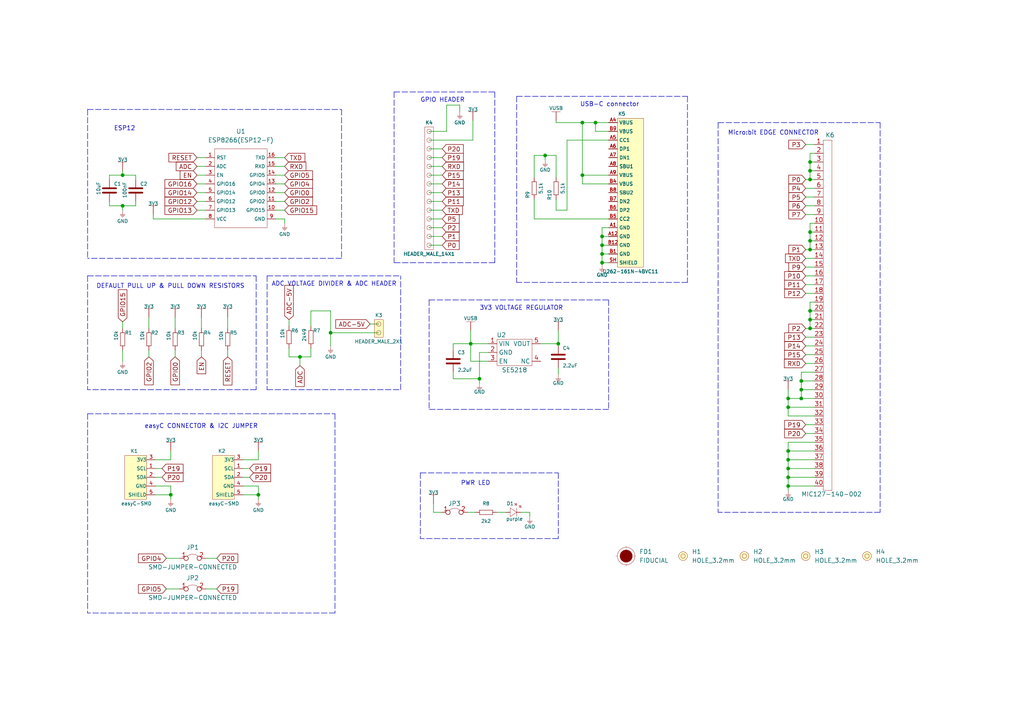
<source format=kicad_sch>
(kicad_sch (version 20210621) (generator eeschema)

  (uuid 4ca61b67-f0ad-48b8-81ad-b44a921c8329)

  (paper "A4")

  (lib_symbols
    (symbol "e-radionica.com schematics:0402LED" (pin_numbers hide) (pin_names (offset 0.254) hide) (in_bom yes) (on_board yes)
      (property "Reference" "D" (id 0) (at -0.635 2.54 0)
        (effects (font (size 1 1)))
      )
      (property "Value" "0402LED" (id 1) (at 0 -2.54 0)
        (effects (font (size 1 1)))
      )
      (property "Footprint" "e-radionica.com footprinti:0402LED" (id 2) (at 0 5.08 0)
        (effects (font (size 1 1)) hide)
      )
      (property "Datasheet" "" (id 3) (at 0 0 0)
        (effects (font (size 1 1)) hide)
      )
      (symbol "0402LED_0_1"
        (polyline
          (pts
            (xy -0.635 1.27)
            (xy 1.27 0)
          )
          (stroke (width 0.0006)) (fill (type none))
        )
        (polyline
          (pts
            (xy 0.635 1.905)
            (xy 1.27 2.54)
          )
          (stroke (width 0.0006)) (fill (type none))
        )
        (polyline
          (pts
            (xy 1.27 1.27)
            (xy 1.27 -1.27)
          )
          (stroke (width 0.0006)) (fill (type none))
        )
        (polyline
          (pts
            (xy 1.905 1.27)
            (xy 2.54 1.905)
          )
          (stroke (width 0.0006)) (fill (type none))
        )
        (polyline
          (pts
            (xy -0.635 1.27)
            (xy -0.635 -1.27)
            (xy 1.27 0)
          )
          (stroke (width 0.0006)) (fill (type none))
        )
        (polyline
          (pts
            (xy 1.27 2.54)
            (xy 0.635 2.54)
            (xy 1.27 1.905)
            (xy 1.27 2.54)
          )
          (stroke (width 0.0006)) (fill (type none))
        )
        (polyline
          (pts
            (xy 2.54 1.905)
            (xy 1.905 1.905)
            (xy 2.54 1.27)
            (xy 2.54 1.905)
          )
          (stroke (width 0.0006)) (fill (type none))
        )
      )
      (symbol "0402LED_1_1"
        (pin passive line (at -1.905 0 0) (length 1.27)
          (name "A" (effects (font (size 1.27 1.27))))
          (number "1" (effects (font (size 1.27 1.27))))
        )
        (pin passive line (at 2.54 0 180) (length 1.27)
          (name "K" (effects (font (size 1.27 1.27))))
          (number "2" (effects (font (size 1.27 1.27))))
        )
      )
    )
    (symbol "e-radionica.com schematics:0402R" (pin_numbers hide) (pin_names (offset 0.254)) (in_bom yes) (on_board yes)
      (property "Reference" "R" (id 0) (at -1.905 1.27 0)
        (effects (font (size 1 1)))
      )
      (property "Value" "0402R" (id 1) (at 0 -1.27 0)
        (effects (font (size 1 1)))
      )
      (property "Footprint" "e-radionica.com footprinti:0402R" (id 2) (at -2.54 1.905 0)
        (effects (font (size 1 1)) hide)
      )
      (property "Datasheet" "" (id 3) (at -2.54 1.905 0)
        (effects (font (size 1 1)) hide)
      )
      (symbol "0402R_0_1"
        (rectangle (start -1.905 -0.635) (end 1.905 -0.6604)
          (stroke (width 0.1)) (fill (type none))
        )
        (rectangle (start -1.905 0.635) (end -1.8796 -0.635)
          (stroke (width 0.1)) (fill (type none))
        )
        (rectangle (start -1.905 0.635) (end 1.905 0.6096)
          (stroke (width 0.1)) (fill (type none))
        )
        (rectangle (start 1.905 0.635) (end 1.9304 -0.635)
          (stroke (width 0.1)) (fill (type none))
        )
      )
      (symbol "0402R_1_1"
        (pin passive line (at -3.175 0 0) (length 1.27)
          (name "~" (effects (font (size 1.27 1.27))))
          (number "1" (effects (font (size 1.27 1.27))))
        )
        (pin passive line (at 3.175 0 180) (length 1.27)
          (name "~" (effects (font (size 1.27 1.27))))
          (number "2" (effects (font (size 1.27 1.27))))
        )
      )
    )
    (symbol "e-radionica.com schematics:0603C" (pin_numbers hide) (pin_names (offset 0.002)) (in_bom yes) (on_board yes)
      (property "Reference" "C" (id 0) (at -0.635 3.175 0)
        (effects (font (size 1 1)))
      )
      (property "Value" "0603C" (id 1) (at 0 -3.175 0)
        (effects (font (size 1 1)))
      )
      (property "Footprint" "e-radionica.com footprinti:0603C" (id 2) (at 0 0 0)
        (effects (font (size 1 1)) hide)
      )
      (property "Datasheet" "" (id 3) (at 0 0 0)
        (effects (font (size 1 1)) hide)
      )
      (symbol "0603C_0_1"
        (polyline
          (pts
            (xy -0.635 1.905)
            (xy -0.635 -1.905)
          )
          (stroke (width 0.5)) (fill (type none))
        )
        (polyline
          (pts
            (xy 0.635 1.905)
            (xy 0.635 -1.905)
          )
          (stroke (width 0.5)) (fill (type none))
        )
      )
      (symbol "0603C_1_1"
        (pin passive line (at -3.175 0 0) (length 2.54)
          (name "~" (effects (font (size 1.27 1.27))))
          (number "1" (effects (font (size 1.27 1.27))))
        )
        (pin passive line (at 3.175 0 180) (length 2.54)
          (name "~" (effects (font (size 1.27 1.27))))
          (number "2" (effects (font (size 1.27 1.27))))
        )
      )
    )
    (symbol "e-radionica.com schematics:0603R" (pin_numbers hide) (pin_names (offset 0.254)) (in_bom yes) (on_board yes)
      (property "Reference" "R" (id 0) (at -1.905 1.905 0)
        (effects (font (size 1 1)))
      )
      (property "Value" "0603R" (id 1) (at 0 -1.905 0)
        (effects (font (size 1 1)))
      )
      (property "Footprint" "e-radionica.com footprinti:0603R" (id 2) (at -0.635 1.905 0)
        (effects (font (size 1 1)) hide)
      )
      (property "Datasheet" "" (id 3) (at -0.635 1.905 0)
        (effects (font (size 1 1)) hide)
      )
      (symbol "0603R_0_1"
        (rectangle (start -1.905 -0.635) (end 1.905 -0.6604)
          (stroke (width 0.1)) (fill (type none))
        )
        (rectangle (start -1.905 0.635) (end -1.8796 -0.635)
          (stroke (width 0.1)) (fill (type none))
        )
        (rectangle (start -1.905 0.635) (end 1.905 0.6096)
          (stroke (width 0.1)) (fill (type none))
        )
        (rectangle (start 1.905 0.635) (end 1.9304 -0.635)
          (stroke (width 0.1)) (fill (type none))
        )
      )
      (symbol "0603R_1_1"
        (pin passive line (at -3.175 0 0) (length 1.27)
          (name "~" (effects (font (size 1.27 1.27))))
          (number "1" (effects (font (size 1.27 1.27))))
        )
        (pin passive line (at 3.175 0 180) (length 1.27)
          (name "~" (effects (font (size 1.27 1.27))))
          (number "2" (effects (font (size 1.27 1.27))))
        )
      )
    )
    (symbol "e-radionica.com schematics:0603R_1" (pin_numbers hide) (pin_names (offset 0.254)) (in_bom yes) (on_board yes)
      (property "Reference" "R" (id 0) (at -1.905 1.905 0)
        (effects (font (size 1 1)))
      )
      (property "Value" "0603R" (id 1) (at 0 -1.905 0)
        (effects (font (size 1 1)))
      )
      (property "Footprint" "e-radionica.com footprinti:0603R" (id 2) (at -0.635 1.905 0)
        (effects (font (size 1 1)) hide)
      )
      (property "Datasheet" "" (id 3) (at -0.635 1.905 0)
        (effects (font (size 1 1)) hide)
      )
      (symbol "0603R_1_0_1"
        (rectangle (start -1.905 -0.635) (end 1.905 -0.6604)
          (stroke (width 0.1)) (fill (type none))
        )
        (rectangle (start -1.905 0.635) (end -1.8796 -0.635)
          (stroke (width 0.1)) (fill (type none))
        )
        (rectangle (start -1.905 0.635) (end 1.905 0.6096)
          (stroke (width 0.1)) (fill (type none))
        )
        (rectangle (start 1.905 0.635) (end 1.9304 -0.635)
          (stroke (width 0.1)) (fill (type none))
        )
      )
      (symbol "0603R_1_1_1"
        (pin passive line (at -3.175 0 0) (length 1.27)
          (name "~" (effects (font (size 1.27 1.27))))
          (number "1" (effects (font (size 1.27 1.27))))
        )
        (pin passive line (at 3.175 0 180) (length 1.27)
          (name "~" (effects (font (size 1.27 1.27))))
          (number "2" (effects (font (size 1.27 1.27))))
        )
      )
    )
    (symbol "e-radionica.com schematics:0603R_2" (pin_numbers hide) (pin_names (offset 0.254)) (in_bom yes) (on_board yes)
      (property "Reference" "R" (id 0) (at -1.905 1.905 0)
        (effects (font (size 1 1)))
      )
      (property "Value" "0603R" (id 1) (at 0 -1.905 0)
        (effects (font (size 1 1)))
      )
      (property "Footprint" "e-radionica.com footprinti:0603R" (id 2) (at -0.635 1.905 0)
        (effects (font (size 1 1)) hide)
      )
      (property "Datasheet" "" (id 3) (at -0.635 1.905 0)
        (effects (font (size 1 1)) hide)
      )
      (symbol "0603R_2_0_1"
        (rectangle (start -1.905 -0.635) (end 1.905 -0.6604)
          (stroke (width 0.1)) (fill (type none))
        )
        (rectangle (start -1.905 0.635) (end -1.8796 -0.635)
          (stroke (width 0.1)) (fill (type none))
        )
        (rectangle (start -1.905 0.635) (end 1.905 0.6096)
          (stroke (width 0.1)) (fill (type none))
        )
        (rectangle (start 1.905 0.635) (end 1.9304 -0.635)
          (stroke (width 0.1)) (fill (type none))
        )
      )
      (symbol "0603R_2_1_1"
        (pin passive line (at -3.175 0 0) (length 1.27)
          (name "~" (effects (font (size 1.27 1.27))))
          (number "1" (effects (font (size 1.27 1.27))))
        )
        (pin passive line (at 3.175 0 180) (length 1.27)
          (name "~" (effects (font (size 1.27 1.27))))
          (number "2" (effects (font (size 1.27 1.27))))
        )
      )
    )
    (symbol "e-radionica.com schematics:1206C" (pin_numbers hide) (in_bom yes) (on_board yes)
      (property "Reference" "C" (id 0) (at -0.635 3.175 0)
        (effects (font (size 1 1)))
      )
      (property "Value" "1206C" (id 1) (at 0 -3.175 0)
        (effects (font (size 1 1)))
      )
      (property "Footprint" "e-radionica.com footprinti:1206C" (id 2) (at 0 0 0)
        (effects (font (size 1 1)) hide)
      )
      (property "Datasheet" "" (id 3) (at 0 0 0)
        (effects (font (size 1 1)) hide)
      )
      (symbol "1206C_0_1"
        (polyline
          (pts
            (xy -0.635 1.905)
            (xy -0.635 -1.905)
          )
          (stroke (width 0.5)) (fill (type none))
        )
        (polyline
          (pts
            (xy 0.635 1.905)
            (xy 0.635 -1.905)
          )
          (stroke (width 0.5)) (fill (type none))
        )
      )
      (symbol "1206C_1_1"
        (pin passive line (at -3.175 0 0) (length 2.54)
          (name "~" (effects (font (size 1.27 1.27))))
          (number "1" (effects (font (size 1.27 1.27))))
        )
        (pin passive line (at 3.175 0 180) (length 2.54)
          (name "~" (effects (font (size 1.27 1.27))))
          (number "2" (effects (font (size 1.27 1.27))))
        )
      )
    )
    (symbol "e-radionica.com schematics:3V3" (power) (pin_names (offset 0)) (in_bom yes) (on_board yes)
      (property "Reference" "#PWR" (id 0) (at 4.445 0 0)
        (effects (font (size 1 1)) hide)
      )
      (property "Value" "3V3" (id 1) (at 0 3.556 0)
        (effects (font (size 1 1)))
      )
      (property "Footprint" "" (id 2) (at 4.445 3.81 0)
        (effects (font (size 1 1)) hide)
      )
      (property "Datasheet" "" (id 3) (at 4.445 3.81 0)
        (effects (font (size 1 1)) hide)
      )
      (property "ki_keywords" "power-flag" (id 4) (at 0 0 0)
        (effects (font (size 1.27 1.27)) hide)
      )
      (property "ki_description" "Power symbol creates a global label with name \"3V3\"" (id 5) (at 0 0 0)
        (effects (font (size 1.27 1.27)) hide)
      )
      (symbol "3V3_0_1"
        (polyline
          (pts
            (xy -1.27 2.54)
            (xy 1.27 2.54)
          )
          (stroke (width 0.0006)) (fill (type none))
        )
        (polyline
          (pts
            (xy 0 0)
            (xy 0 2.54)
          )
          (stroke (width 0)) (fill (type none))
        )
      )
      (symbol "3V3_1_1"
        (pin power_in line (at 0 0 90) (length 0) hide
          (name "3V3" (effects (font (size 1.27 1.27))))
          (number "1" (effects (font (size 1.27 1.27))))
        )
      )
    )
    (symbol "e-radionica.com schematics:ESP8266(ESP12-F)" (in_bom yes) (on_board yes)
      (property "Reference" "U" (id 0) (at 0 12.7 0)
        (effects (font (size 1.27 1.27)))
      )
      (property "Value" "ESP8266(ESP12-F)" (id 1) (at 0 -12.7 0)
        (effects (font (size 1.27 1.27)))
      )
      (property "Footprint" "e-radionica.com footprinti:ESP 8266(ESP12-F)" (id 2) (at -10.16 -5.08 0)
        (effects (font (size 1.27 1.27)) hide)
      )
      (property "Datasheet" "" (id 3) (at -10.16 -5.08 0)
        (effects (font (size 1.27 1.27)) hide)
      )
      (symbol "ESP8266(ESP12-F)_0_1"
        (rectangle (start -7.62 11.43) (end 7.62 -11.43)
          (stroke (width 0.0006)) (fill (type none))
        )
        (rectangle (start 7.62 -8.89) (end 7.62 -8.89)
          (stroke (width 0.0006)) (fill (type none))
        )
      )
      (symbol "ESP8266(ESP12-F)_1_1"
        (pin input line (at -10.16 8.89 0) (length 2.54)
          (name "RST" (effects (font (size 1 1))))
          (number "1" (effects (font (size 1 1))))
        )
        (pin input line (at 10.16 -6.35 180) (length 2.54)
          (name "GPIO15" (effects (font (size 1 1))))
          (number "10" (effects (font (size 1 1))))
        )
        (pin input line (at 10.16 -3.81 180) (length 2.54)
          (name "GPIO2" (effects (font (size 1 1))))
          (number "11" (effects (font (size 1 1))))
        )
        (pin input line (at 10.16 -1.27 180) (length 2.54)
          (name "GPIO0" (effects (font (size 1 1))))
          (number "12" (effects (font (size 1 1))))
        )
        (pin input line (at 10.16 1.27 180) (length 2.54)
          (name "GPIO4" (effects (font (size 1 1))))
          (number "13" (effects (font (size 1 1))))
        )
        (pin input line (at 10.16 3.81 180) (length 2.54)
          (name "GPIO5" (effects (font (size 1 1))))
          (number "14" (effects (font (size 1 1))))
        )
        (pin input line (at 10.16 6.35 180) (length 2.54)
          (name "RXD" (effects (font (size 1 1))))
          (number "15" (effects (font (size 1 1))))
        )
        (pin input line (at 10.16 8.89 180) (length 2.54)
          (name "TXD" (effects (font (size 1 1))))
          (number "16" (effects (font (size 1 1))))
        )
        (pin input line (at -10.16 6.35 0) (length 2.54)
          (name "ADC" (effects (font (size 1 1))))
          (number "2" (effects (font (size 1 1))))
        )
        (pin input line (at -10.16 3.81 0) (length 2.54)
          (name "EN" (effects (font (size 1 1))))
          (number "3" (effects (font (size 1 1))))
        )
        (pin input line (at -10.16 1.27 0) (length 2.54)
          (name "GPIO16" (effects (font (size 1 1))))
          (number "4" (effects (font (size 1 1))))
        )
        (pin input line (at -10.16 -1.27 0) (length 2.54)
          (name "GPIO14" (effects (font (size 1 1))))
          (number "5" (effects (font (size 1 1))))
        )
        (pin input line (at -10.16 -3.81 0) (length 2.54)
          (name "GPIO12" (effects (font (size 1 1))))
          (number "6" (effects (font (size 1 1))))
        )
        (pin input line (at -10.16 -6.35 0) (length 2.54)
          (name "GPIO13" (effects (font (size 1 1))))
          (number "7" (effects (font (size 1 1))))
        )
        (pin input line (at -10.16 -8.89 0) (length 2.54)
          (name "VCC" (effects (font (size 1 1))))
          (number "8" (effects (font (size 1 1))))
        )
        (pin input line (at 10.16 -8.89 180) (length 2.54)
          (name "GND" (effects (font (size 1 1))))
          (number "9" (effects (font (size 1 1))))
        )
      )
    )
    (symbol "e-radionica.com schematics:FIDUCIAL" (in_bom no) (on_board yes)
      (property "Reference" "FD" (id 0) (at 0 3.81 0)
        (effects (font (size 1.27 1.27)))
      )
      (property "Value" "FIDUCIAL" (id 1) (at 0 -3.81 0)
        (effects (font (size 1.27 1.27)))
      )
      (property "Footprint" "e-radionica.com footprinti:FIDUCIAL_23" (id 2) (at 0.254 -5.334 0)
        (effects (font (size 1.27 1.27)) hide)
      )
      (property "Datasheet" "" (id 3) (at 0 0 0)
        (effects (font (size 1.27 1.27)) hide)
      )
      (symbol "FIDUCIAL_0_1"
        (circle (center 0 0) (radius 2.54) (stroke (width 0.0006)) (fill (type none)))
        (circle (center 0 0) (radius 1.7961) (stroke (width 0.001)) (fill (type outline)))
        (polyline
          (pts
            (xy -2.54 0)
            (xy -2.794 0)
          )
          (stroke (width 0.0006)) (fill (type none))
        )
        (polyline
          (pts
            (xy 0 -2.54)
            (xy 0 -2.794)
          )
          (stroke (width 0.0006)) (fill (type none))
        )
        (polyline
          (pts
            (xy 0 2.54)
            (xy 0 2.794)
          )
          (stroke (width 0.0006)) (fill (type none))
        )
        (polyline
          (pts
            (xy 2.54 0)
            (xy 2.794 0)
          )
          (stroke (width 0.0006)) (fill (type none))
        )
      )
    )
    (symbol "e-radionica.com schematics:GND" (power) (pin_names (offset 0)) (in_bom yes) (on_board yes)
      (property "Reference" "#PWR" (id 0) (at 4.445 0 0)
        (effects (font (size 1 1)) hide)
      )
      (property "Value" "GND" (id 1) (at 0 -2.921 0)
        (effects (font (size 1 1)))
      )
      (property "Footprint" "" (id 2) (at 4.445 3.81 0)
        (effects (font (size 1 1)) hide)
      )
      (property "Datasheet" "" (id 3) (at 4.445 3.81 0)
        (effects (font (size 1 1)) hide)
      )
      (property "ki_keywords" "power-flag" (id 4) (at 0 0 0)
        (effects (font (size 1.27 1.27)) hide)
      )
      (property "ki_description" "Power symbol creates a global label with name \"GND\"" (id 5) (at 0 0 0)
        (effects (font (size 1.27 1.27)) hide)
      )
      (symbol "GND_0_1"
        (polyline
          (pts
            (xy -0.762 -1.27)
            (xy 0.762 -1.27)
          )
          (stroke (width 0.0006)) (fill (type none))
        )
        (polyline
          (pts
            (xy -0.635 -1.524)
            (xy 0.635 -1.524)
          )
          (stroke (width 0.0006)) (fill (type none))
        )
        (polyline
          (pts
            (xy -0.381 -1.778)
            (xy 0.381 -1.778)
          )
          (stroke (width 0.0006)) (fill (type none))
        )
        (polyline
          (pts
            (xy -0.127 -2.032)
            (xy 0.127 -2.032)
          )
          (stroke (width 0.0006)) (fill (type none))
        )
        (polyline
          (pts
            (xy 0 0)
            (xy 0 -1.27)
          )
          (stroke (width 0.0006)) (fill (type none))
        )
      )
      (symbol "GND_1_1"
        (pin power_in line (at 0 0 270) (length 0) hide
          (name "GND" (effects (font (size 1.27 1.27))))
          (number "1" (effects (font (size 1.27 1.27))))
        )
      )
    )
    (symbol "e-radionica.com schematics:GND_1" (power) (pin_names (offset 0)) (in_bom yes) (on_board yes)
      (property "Reference" "#PWR" (id 0) (at 4.445 0 0)
        (effects (font (size 1 1)) hide)
      )
      (property "Value" "GND" (id 1) (at 0 -2.921 0)
        (effects (font (size 1 1)))
      )
      (property "Footprint" "" (id 2) (at 4.445 3.81 0)
        (effects (font (size 1 1)) hide)
      )
      (property "Datasheet" "" (id 3) (at 4.445 3.81 0)
        (effects (font (size 1 1)) hide)
      )
      (property "ki_keywords" "power-flag" (id 4) (at 0 0 0)
        (effects (font (size 1.27 1.27)) hide)
      )
      (property "ki_description" "Power symbol creates a global label with name \"+3V3\"" (id 5) (at 0 0 0)
        (effects (font (size 1.27 1.27)) hide)
      )
      (symbol "GND_1_0_1"
        (polyline
          (pts
            (xy -0.762 -1.27)
            (xy 0.762 -1.27)
          )
          (stroke (width 0.0006)) (fill (type none))
        )
        (polyline
          (pts
            (xy -0.635 -1.524)
            (xy 0.635 -1.524)
          )
          (stroke (width 0.0006)) (fill (type none))
        )
        (polyline
          (pts
            (xy -0.381 -1.778)
            (xy 0.381 -1.778)
          )
          (stroke (width 0.0006)) (fill (type none))
        )
        (polyline
          (pts
            (xy -0.127 -2.032)
            (xy 0.127 -2.032)
          )
          (stroke (width 0.0006)) (fill (type none))
        )
        (polyline
          (pts
            (xy 0 0)
            (xy 0 -1.27)
          )
          (stroke (width 0.0006)) (fill (type none))
        )
      )
      (symbol "GND_1_1_1"
        (pin power_in line (at 0 0 270) (length 0) hide
          (name "GND" (effects (font (size 1.27 1.27))))
          (number "1" (effects (font (size 1.27 1.27))))
        )
      )
    )
    (symbol "e-radionica.com schematics:GND_3" (power) (pin_names (offset 0)) (in_bom yes) (on_board yes)
      (property "Reference" "#PWR" (id 0) (at 4.445 0 0)
        (effects (font (size 1 1)) hide)
      )
      (property "Value" "GND" (id 1) (at 0 -2.921 0)
        (effects (font (size 1 1)))
      )
      (property "Footprint" "" (id 2) (at 4.445 3.81 0)
        (effects (font (size 1 1)) hide)
      )
      (property "Datasheet" "" (id 3) (at 4.445 3.81 0)
        (effects (font (size 1 1)) hide)
      )
      (property "ki_keywords" "power-flag" (id 4) (at 0 0 0)
        (effects (font (size 1.27 1.27)) hide)
      )
      (property "ki_description" "Power symbol creates a global label with name \"+3V3\"" (id 5) (at 0 0 0)
        (effects (font (size 1.27 1.27)) hide)
      )
      (symbol "GND_3_0_1"
        (polyline
          (pts
            (xy -0.762 -1.27)
            (xy 0.762 -1.27)
          )
          (stroke (width 0.0006)) (fill (type none))
        )
        (polyline
          (pts
            (xy -0.635 -1.524)
            (xy 0.635 -1.524)
          )
          (stroke (width 0.0006)) (fill (type none))
        )
        (polyline
          (pts
            (xy -0.381 -1.778)
            (xy 0.381 -1.778)
          )
          (stroke (width 0.0006)) (fill (type none))
        )
        (polyline
          (pts
            (xy -0.127 -2.032)
            (xy 0.127 -2.032)
          )
          (stroke (width 0.0006)) (fill (type none))
        )
        (polyline
          (pts
            (xy 0 0)
            (xy 0 -1.27)
          )
          (stroke (width 0.0006)) (fill (type none))
        )
      )
      (symbol "GND_3_1_1"
        (pin power_in line (at 0 0 270) (length 0) hide
          (name "GND" (effects (font (size 1.27 1.27))))
          (number "1" (effects (font (size 1.27 1.27))))
        )
      )
    )
    (symbol "e-radionica.com schematics:GND_5" (power) (pin_names (offset 0)) (in_bom yes) (on_board yes)
      (property "Reference" "#PWR" (id 0) (at 4.445 0 0)
        (effects (font (size 1 1)) hide)
      )
      (property "Value" "GND" (id 1) (at 0 -2.921 0)
        (effects (font (size 1 1)))
      )
      (property "Footprint" "" (id 2) (at 4.445 3.81 0)
        (effects (font (size 1 1)) hide)
      )
      (property "Datasheet" "" (id 3) (at 4.445 3.81 0)
        (effects (font (size 1 1)) hide)
      )
      (property "ki_keywords" "power-flag" (id 4) (at 0 0 0)
        (effects (font (size 1.27 1.27)) hide)
      )
      (property "ki_description" "Power symbol creates a global label with name \"+3V3\"" (id 5) (at 0 0 0)
        (effects (font (size 1.27 1.27)) hide)
      )
      (symbol "GND_5_0_1"
        (polyline
          (pts
            (xy -0.762 -1.27)
            (xy 0.762 -1.27)
          )
          (stroke (width 0.0006)) (fill (type none))
        )
        (polyline
          (pts
            (xy -0.635 -1.524)
            (xy 0.635 -1.524)
          )
          (stroke (width 0.0006)) (fill (type none))
        )
        (polyline
          (pts
            (xy -0.381 -1.778)
            (xy 0.381 -1.778)
          )
          (stroke (width 0.0006)) (fill (type none))
        )
        (polyline
          (pts
            (xy -0.127 -2.032)
            (xy 0.127 -2.032)
          )
          (stroke (width 0.0006)) (fill (type none))
        )
        (polyline
          (pts
            (xy 0 0)
            (xy 0 -1.27)
          )
          (stroke (width 0.0006)) (fill (type none))
        )
      )
      (symbol "GND_5_1_1"
        (pin power_in line (at 0 0 270) (length 0) hide
          (name "GND" (effects (font (size 1.27 1.27))))
          (number "1" (effects (font (size 1.27 1.27))))
        )
      )
    )
    (symbol "e-radionica.com schematics:HEADER_MALE_14X1" (pin_numbers hide) (in_bom yes) (on_board yes)
      (property "Reference" "K" (id 0) (at -0.635 20.32 0)
        (effects (font (size 1 1)))
      )
      (property "Value" "HEADER_MALE_14X1" (id 1) (at 1.27 -17.78 0)
        (effects (font (size 1 1)))
      )
      (property "Footprint" "e-radionica.com footprinti:HEADER_MALE_14X1" (id 2) (at 0 2.54 0)
        (effects (font (size 1 1)) hide)
      )
      (property "Datasheet" "" (id 3) (at 0 2.54 0)
        (effects (font (size 1 1)) hide)
      )
      (symbol "HEADER_MALE_14X1_0_1"
        (circle (center 0 -15.24) (radius 0.635) (stroke (width 0.0006)) (fill (type none)))
        (circle (center 0 -12.7) (radius 0.635) (stroke (width 0.0006)) (fill (type none)))
        (circle (center 0 -10.16) (radius 0.635) (stroke (width 0.0006)) (fill (type none)))
        (circle (center 0 -7.62) (radius 0.635) (stroke (width 0.0006)) (fill (type none)))
        (circle (center 0 -5.08) (radius 0.635) (stroke (width 0.0006)) (fill (type none)))
        (circle (center 0 -2.54) (radius 0.635) (stroke (width 0.0006)) (fill (type none)))
        (circle (center 0 0) (radius 0.635) (stroke (width 0.0006)) (fill (type none)))
        (circle (center 0 2.54) (radius 0.635) (stroke (width 0.0006)) (fill (type none)))
        (circle (center 0 5.08) (radius 0.635) (stroke (width 0.0006)) (fill (type none)))
        (circle (center 0 7.62) (radius 0.635) (stroke (width 0.0006)) (fill (type none)))
        (circle (center 0 10.16) (radius 0.635) (stroke (width 0.0006)) (fill (type none)))
        (circle (center 0 12.7) (radius 0.635) (stroke (width 0.0006)) (fill (type none)))
        (circle (center 0 15.24) (radius 0.635) (stroke (width 0.0006)) (fill (type none)))
        (circle (center 0 17.78) (radius 0.635) (stroke (width 0.0006)) (fill (type none)))
        (rectangle (start 1.27 -16.51) (end -1.27 19.05)
          (stroke (width 0.0006)) (fill (type none))
        )
      )
      (symbol "HEADER_MALE_14X1_1_1"
        (pin passive line (at 0 -15.24 180) (length 0)
          (name "~" (effects (font (size 0.991 0.991))))
          (number "1" (effects (font (size 0.991 0.991))))
        )
        (pin passive line (at 0 7.62 180) (length 0)
          (name "~" (effects (font (size 0.991 0.991))))
          (number "10" (effects (font (size 0.991 0.991))))
        )
        (pin passive line (at 0 10.16 180) (length 0)
          (name "~" (effects (font (size 0.991 0.991))))
          (number "11" (effects (font (size 0.991 0.991))))
        )
        (pin passive line (at 0 12.7 180) (length 0)
          (name "~" (effects (font (size 0.991 0.991))))
          (number "12" (effects (font (size 0.991 0.991))))
        )
        (pin passive line (at 0 15.24 180) (length 0)
          (name "~" (effects (font (size 0.991 0.991))))
          (number "13" (effects (font (size 0.991 0.991))))
        )
        (pin passive line (at 0 17.78 180) (length 0)
          (name "~" (effects (font (size 0.991 0.991))))
          (number "14" (effects (font (size 0.991 0.991))))
        )
        (pin passive line (at 0 -12.7 180) (length 0)
          (name "~" (effects (font (size 0.991 0.991))))
          (number "2" (effects (font (size 0.991 0.991))))
        )
        (pin passive line (at 0 -10.16 180) (length 0)
          (name "~" (effects (font (size 0.991 0.991))))
          (number "3" (effects (font (size 0.991 0.991))))
        )
        (pin passive line (at 0 -7.62 180) (length 0)
          (name "~" (effects (font (size 0.991 0.991))))
          (number "4" (effects (font (size 0.991 0.991))))
        )
        (pin passive line (at 0 -5.08 180) (length 0)
          (name "~" (effects (font (size 0.991 0.991))))
          (number "5" (effects (font (size 0.991 0.991))))
        )
        (pin passive line (at 0 -2.54 180) (length 0)
          (name "~" (effects (font (size 0.991 0.991))))
          (number "6" (effects (font (size 0.991 0.991))))
        )
        (pin passive line (at 0 0 180) (length 0)
          (name "~" (effects (font (size 0.991 0.991))))
          (number "7" (effects (font (size 0.991 0.991))))
        )
        (pin passive line (at 0 2.54 180) (length 0)
          (name "~" (effects (font (size 0.991 0.991))))
          (number "8" (effects (font (size 0.991 0.991))))
        )
        (pin passive line (at 0 5.08 180) (length 0)
          (name "~" (effects (font (size 0.991 0.991))))
          (number "9" (effects (font (size 0.991 0.991))))
        )
      )
    )
    (symbol "e-radionica.com schematics:HEADER_MALE_2X1" (pin_numbers hide) (pin_names hide) (in_bom yes) (on_board yes)
      (property "Reference" "K" (id 0) (at -1.27 5.08 0)
        (effects (font (size 1 1)))
      )
      (property "Value" "HEADER_MALE_2X1" (id 1) (at 0 -2.54 0)
        (effects (font (size 1 1)))
      )
      (property "Footprint" "e-radionica.com footprinti:HEADER_MALE_2X1" (id 2) (at 0 0 0)
        (effects (font (size 1 1)) hide)
      )
      (property "Datasheet" "" (id 3) (at 0 0 0)
        (effects (font (size 1 1)) hide)
      )
      (symbol "HEADER_MALE_2X1_0_1"
        (circle (center 0 0) (radius 0.635) (stroke (width 0.0006)) (fill (type none)))
        (circle (center 0 2.54) (radius 0.635) (stroke (width 0.0006)) (fill (type none)))
        (rectangle (start 1.27 -1.27) (end -1.27 3.81)
          (stroke (width 0.001)) (fill (type background))
        )
      )
      (symbol "HEADER_MALE_2X1_1_1"
        (pin passive line (at 0 0 180) (length 0)
          (name "~" (effects (font (size 1 1))))
          (number "1" (effects (font (size 1 1))))
        )
        (pin passive line (at 0 2.54 180) (length 0)
          (name "~" (effects (font (size 1 1))))
          (number "2" (effects (font (size 1 1))))
        )
      )
    )
    (symbol "e-radionica.com schematics:HOLE_3.2mm" (pin_numbers hide) (pin_names hide) (in_bom yes) (on_board yes)
      (property "Reference" "H" (id 0) (at 0 2.54 0)
        (effects (font (size 1.27 1.27)))
      )
      (property "Value" "HOLE_3.2mm" (id 1) (at 0 -2.54 0)
        (effects (font (size 1.27 1.27)))
      )
      (property "Footprint" "e-radionica.com footprinti:HOLE_3.2mm" (id 2) (at 0 0 0)
        (effects (font (size 1.27 1.27)) hide)
      )
      (property "Datasheet" "" (id 3) (at 0 0 0)
        (effects (font (size 1.27 1.27)) hide)
      )
      (symbol "HOLE_3.2mm_0_1"
        (circle (center 0 0) (radius 0.635) (stroke (width 0.0006)) (fill (type none)))
        (circle (center 0 0) (radius 1.27) (stroke (width 0.001)) (fill (type background)))
      )
    )
    (symbol "e-radionica.com schematics:MIC127-140-002" (in_bom yes) (on_board yes)
      (property "Reference" "K" (id 0) (at 1.27 0 0)
        (effects (font (size 1.27 1.27)))
      )
      (property "Value" "MIC127-140-002" (id 1) (at 8.89 2.54 0)
        (effects (font (size 1.27 1.27)))
      )
      (property "Footprint" "e-radionica.com footprinti:MC127-140-002" (id 2) (at 0 0 0)
        (effects (font (size 1.27 1.27)) hide)
      )
      (property "Datasheet" "" (id 3) (at 0 0 0)
        (effects (font (size 1.27 1.27)) hide)
      )
      (symbol "MIC127-140-002_0_1"
        (rectangle (start -2.54 50.8) (end 0 -50.8)
          (stroke (width 0.0006)) (fill (type none))
        )
      )
      (symbol "MIC127-140-002_1_1"
        (pin input line (at -5.08 49.53 0) (length 2.54)
          (name "" (effects (font (size 1.27 1.27))))
          (number "1" (effects (font (size 1.27 1.27))))
        )
        (pin input line (at -5.08 26.67 0) (length 2.54)
          (name "" (effects (font (size 1.27 1.27))))
          (number "10" (effects (font (size 1.27 1.27))))
        )
        (pin input line (at -5.08 24.13 0) (length 2.54)
          (name "" (effects (font (size 1.27 1.27))))
          (number "11" (effects (font (size 1.27 1.27))))
        )
        (pin input line (at -5.08 21.59 0) (length 2.54)
          (name "" (effects (font (size 1.27 1.27))))
          (number "12" (effects (font (size 1.27 1.27))))
        )
        (pin input line (at -5.08 19.05 0) (length 2.54)
          (name "" (effects (font (size 1.27 1.27))))
          (number "13" (effects (font (size 1.27 1.27))))
        )
        (pin input line (at -5.08 16.51 0) (length 2.54)
          (name "" (effects (font (size 1.27 1.27))))
          (number "14" (effects (font (size 1.27 1.27))))
        )
        (pin input line (at -5.08 13.97 0) (length 2.54)
          (name "" (effects (font (size 1.27 1.27))))
          (number "15" (effects (font (size 1.27 1.27))))
        )
        (pin input line (at -5.08 11.43 0) (length 2.54)
          (name "" (effects (font (size 1.27 1.27))))
          (number "16" (effects (font (size 1.27 1.27))))
        )
        (pin input line (at -5.08 8.89 0) (length 2.54)
          (name "" (effects (font (size 1.27 1.27))))
          (number "17" (effects (font (size 1.27 1.27))))
        )
        (pin input line (at -5.08 6.35 0) (length 2.54)
          (name "" (effects (font (size 1.27 1.27))))
          (number "18" (effects (font (size 1.27 1.27))))
        )
        (pin input line (at -5.08 3.81 0) (length 2.54)
          (name "" (effects (font (size 1.27 1.27))))
          (number "19" (effects (font (size 1.27 1.27))))
        )
        (pin input line (at -5.08 46.99 0) (length 2.54)
          (name "" (effects (font (size 1.27 1.27))))
          (number "2" (effects (font (size 1.27 1.27))))
        )
        (pin input line (at -5.08 1.27 0) (length 2.54)
          (name "" (effects (font (size 1.27 1.27))))
          (number "20" (effects (font (size 1.27 1.27))))
        )
        (pin input line (at -5.08 -1.27 0) (length 2.54)
          (name "" (effects (font (size 1.27 1.27))))
          (number "21" (effects (font (size 1.27 1.27))))
        )
        (pin input line (at -5.08 -3.81 0) (length 2.54)
          (name "" (effects (font (size 1.27 1.27))))
          (number "22" (effects (font (size 1.27 1.27))))
        )
        (pin input line (at -5.08 -6.35 0) (length 2.54)
          (name "" (effects (font (size 1.27 1.27))))
          (number "23" (effects (font (size 1.27 1.27))))
        )
        (pin input line (at -5.08 -8.89 0) (length 2.54)
          (name "" (effects (font (size 1.27 1.27))))
          (number "24" (effects (font (size 1.27 1.27))))
        )
        (pin input line (at -5.08 -11.43 0) (length 2.54)
          (name "" (effects (font (size 1.27 1.27))))
          (number "25" (effects (font (size 1.27 1.27))))
        )
        (pin input line (at -5.08 -13.97 0) (length 2.54)
          (name "" (effects (font (size 1.27 1.27))))
          (number "26" (effects (font (size 1.27 1.27))))
        )
        (pin input line (at -5.08 -16.51 0) (length 2.54)
          (name "" (effects (font (size 1.27 1.27))))
          (number "27" (effects (font (size 1.27 1.27))))
        )
        (pin input line (at -5.08 -19.05 0) (length 2.54)
          (name "" (effects (font (size 1.27 1.27))))
          (number "28" (effects (font (size 1.27 1.27))))
        )
        (pin input line (at -5.08 -21.59 0) (length 2.54)
          (name "" (effects (font (size 1.27 1.27))))
          (number "29" (effects (font (size 1.27 1.27))))
        )
        (pin input line (at -5.08 44.45 0) (length 2.54)
          (name "" (effects (font (size 1.27 1.27))))
          (number "3" (effects (font (size 1.27 1.27))))
        )
        (pin input line (at -5.08 -24.13 0) (length 2.54)
          (name "" (effects (font (size 1.27 1.27))))
          (number "30" (effects (font (size 1.27 1.27))))
        )
        (pin input line (at -5.08 -26.67 0) (length 2.54)
          (name "" (effects (font (size 1.27 1.27))))
          (number "31" (effects (font (size 1.27 1.27))))
        )
        (pin input line (at -5.08 -29.21 0) (length 2.54)
          (name "" (effects (font (size 1.27 1.27))))
          (number "32" (effects (font (size 1.27 1.27))))
        )
        (pin input line (at -5.08 -31.75 0) (length 2.54)
          (name "" (effects (font (size 1.27 1.27))))
          (number "33" (effects (font (size 1.27 1.27))))
        )
        (pin input line (at -5.08 -34.29 0) (length 2.54)
          (name "" (effects (font (size 1.27 1.27))))
          (number "34" (effects (font (size 1.27 1.27))))
        )
        (pin input line (at -5.08 -36.83 0) (length 2.54)
          (name "" (effects (font (size 1.27 1.27))))
          (number "35" (effects (font (size 1.27 1.27))))
        )
        (pin input line (at -5.08 -39.37 0) (length 2.54)
          (name "" (effects (font (size 1.27 1.27))))
          (number "36" (effects (font (size 1.27 1.27))))
        )
        (pin input line (at -5.08 -41.91 0) (length 2.54)
          (name "" (effects (font (size 1.27 1.27))))
          (number "37" (effects (font (size 1.27 1.27))))
        )
        (pin input line (at -5.08 -44.45 0) (length 2.54)
          (name "" (effects (font (size 1.27 1.27))))
          (number "38" (effects (font (size 1.27 1.27))))
        )
        (pin input line (at -5.08 -46.99 0) (length 2.54)
          (name "" (effects (font (size 1.27 1.27))))
          (number "39" (effects (font (size 1.27 1.27))))
        )
        (pin input line (at -5.08 41.91 0) (length 2.54)
          (name "" (effects (font (size 1.27 1.27))))
          (number "4" (effects (font (size 1.27 1.27))))
        )
        (pin input line (at -5.08 -49.53 0) (length 2.54)
          (name "" (effects (font (size 1.27 1.27))))
          (number "40" (effects (font (size 1.27 1.27))))
        )
        (pin input line (at -5.08 39.37 0) (length 2.54)
          (name "" (effects (font (size 1.27 1.27))))
          (number "5" (effects (font (size 1.27 1.27))))
        )
        (pin input line (at -5.08 36.83 0) (length 2.54)
          (name "" (effects (font (size 1.27 1.27))))
          (number "6" (effects (font (size 1.27 1.27))))
        )
        (pin input line (at -5.08 34.29 0) (length 2.54)
          (name "" (effects (font (size 1.27 1.27))))
          (number "7" (effects (font (size 1.27 1.27))))
        )
        (pin input line (at -5.08 31.75 0) (length 2.54)
          (name "" (effects (font (size 1.27 1.27))))
          (number "8" (effects (font (size 1.27 1.27))))
        )
        (pin input line (at -5.08 29.21 0) (length 2.54)
          (name "" (effects (font (size 1.27 1.27))))
          (number "9" (effects (font (size 1.27 1.27))))
        )
      )
    )
    (symbol "e-radionica.com schematics:SE5218" (in_bom yes) (on_board yes)
      (property "Reference" "U" (id 0) (at -3.81 5.08 0)
        (effects (font (size 1.27 1.27)))
      )
      (property "Value" "SE5218" (id 1) (at 0 -5.08 0)
        (effects (font (size 1.27 1.27)))
      )
      (property "Footprint" "e-radionica.com footprinti:SOT-23-5" (id 2) (at 0 0 0)
        (effects (font (size 1.27 1.27)) hide)
      )
      (property "Datasheet" "" (id 3) (at 0 0 0)
        (effects (font (size 1.27 1.27)) hide)
      )
      (symbol "SE5218_0_1"
        (rectangle (start -5.08 3.81) (end 5.08 -3.81)
          (stroke (width 0.0006)) (fill (type none))
        )
      )
      (symbol "SE5218_1_1"
        (pin power_in line (at -7.62 2.54 0) (length 2.54)
          (name "VIN" (effects (font (size 1.27 1.27))))
          (number "1" (effects (font (size 1.27 1.27))))
        )
        (pin power_in line (at -7.62 0 0) (length 2.54)
          (name "GND" (effects (font (size 1.27 1.27))))
          (number "2" (effects (font (size 1.27 1.27))))
        )
        (pin input line (at -7.62 -2.54 0) (length 2.54)
          (name "EN" (effects (font (size 1.27 1.27))))
          (number "3" (effects (font (size 1.27 1.27))))
        )
        (pin passive line (at 7.62 -2.54 180) (length 2.54)
          (name "NC" (effects (font (size 1.27 1.27))))
          (number "4" (effects (font (size 1.27 1.27))))
        )
        (pin power_out line (at 7.62 2.54 180) (length 2.54)
          (name "VOUT" (effects (font (size 1.27 1.27))))
          (number "5" (effects (font (size 1.27 1.27))))
        )
      )
    )
    (symbol "e-radionica.com schematics:SMD-JUMPER-CONNECTED" (in_bom yes) (on_board yes)
      (property "Reference" "JP" (id 0) (at 0 3.556 0)
        (effects (font (size 1.27 1.27)))
      )
      (property "Value" "SMD-JUMPER-CONNECTED" (id 1) (at 0 -2.54 0)
        (effects (font (size 1.27 1.27)))
      )
      (property "Footprint" "e-radionica.com footprinti:SMD_JUMPER_CONNECTED" (id 2) (at 0 0 0)
        (effects (font (size 1.27 1.27)) hide)
      )
      (property "Datasheet" "" (id 3) (at 0 0 0)
        (effects (font (size 1.27 1.27)) hide)
      )
      (symbol "SMD-JUMPER-CONNECTED_0_1"
        (arc (start -1.6159 0.5742) (end 1.5845 0.5996) (radius (at 0 -1.397) (length 2.5489) (angles 129.3 51.6))
          (stroke (width 0.0006)) (fill (type none))
        )
      )
      (symbol "SMD-JUMPER-CONNECTED_1_1"
        (pin passive inverted (at -3.81 0 0) (length 2.54)
          (name "" (effects (font (size 1.27 1.27))))
          (number "1" (effects (font (size 1.27 1.27))))
        )
        (pin passive inverted (at 3.81 0 180) (length 2.54)
          (name "" (effects (font (size 1.27 1.27))))
          (number "2" (effects (font (size 1.27 1.27))))
        )
      )
    )
    (symbol "e-radionica.com schematics:SMD-JUMPER-CONNECTED_TRACE_SLODERMASK" (in_bom yes) (on_board yes)
      (property "Reference" "JP" (id 0) (at 0 3.556 0)
        (effects (font (size 1.27 1.27)))
      )
      (property "Value" "SMD-JUMPER-CONNECTED_TRACE_SLODERMASK" (id 1) (at 0 -2.54 0)
        (effects (font (size 1.27 1.27)))
      )
      (property "Footprint" "e-radionica.com footprinti:SMD-JUMPER-CONNECTED_TRACE_SLODERMASK" (id 2) (at 0 -5.715 0)
        (effects (font (size 1.27 1.27)) hide)
      )
      (property "Datasheet" "" (id 3) (at 0 0 0)
        (effects (font (size 1.27 1.27)) hide)
      )
      (symbol "SMD-JUMPER-CONNECTED_TRACE_SLODERMASK_0_1"
        (arc (start -1.8034 0.5588) (end 1.397 0.5842) (radius (at -0.1875 -1.4124) (length 2.5489) (angles 129.3 51.6))
          (stroke (width 0.0006)) (fill (type none))
        )
      )
      (symbol "SMD-JUMPER-CONNECTED_TRACE_SLODERMASK_1_1"
        (pin passive inverted (at -4.064 0 0) (length 2.54)
          (name "" (effects (font (size 1.27 1.27))))
          (number "1" (effects (font (size 1.27 1.27))))
        )
        (pin passive inverted (at 3.556 0 180) (length 2.54)
          (name "" (effects (font (size 1.27 1.27))))
          (number "2" (effects (font (size 1.27 1.27))))
        )
      )
    )
    (symbol "e-radionica.com schematics:U262-161N-4BVC11" (in_bom yes) (on_board yes)
      (property "Reference" "K" (id 0) (at 0 22.86 0)
        (effects (font (size 1 1)))
      )
      (property "Value" "U262-161N-4BVC11" (id 1) (at 2.54 -22.86 0)
        (effects (font (size 1 1)))
      )
      (property "Footprint" "e-radionica.com footprinti:U262-161N-4BVC11" (id 2) (at 1.27 -3.81 0)
        (effects (font (size 1 1)) hide)
      )
      (property "Datasheet" "" (id 3) (at 1.27 -3.81 0)
        (effects (font (size 1 1)) hide)
      )
      (property "ki_keywords" "USBC USB-C USB" (id 4) (at 0 0 0)
        (effects (font (size 1.27 1.27)) hide)
      )
      (symbol "U262-161N-4BVC11_0_1"
        (rectangle (start -1.27 21.59) (end 6.35 -21.59)
          (stroke (width 0.001)) (fill (type background))
        )
      )
      (symbol "U262-161N-4BVC11_1_1"
        (pin passive line (at -3.81 -10.16 0) (length 2.54)
          (name "GND" (effects (font (size 1 1))))
          (number "A1" (effects (font (size 1 1))))
        )
        (pin passive line (at -3.81 -12.7 0) (length 2.54)
          (name "GND" (effects (font (size 1 1))))
          (number "A12" (effects (font (size 1 1))))
        )
        (pin passive line (at -3.81 20.32 0) (length 2.54)
          (name "VBUS" (effects (font (size 1 1))))
          (number "A4" (effects (font (size 1 1))))
        )
        (pin passive line (at -3.81 15.24 0) (length 2.54)
          (name "CC1" (effects (font (size 1 1))))
          (number "A5" (effects (font (size 1 1))))
        )
        (pin passive line (at -3.81 12.7 0) (length 2.54)
          (name "DP1" (effects (font (size 1 1))))
          (number "A6" (effects (font (size 1 1))))
        )
        (pin passive line (at -3.81 10.16 0) (length 2.54)
          (name "DN1" (effects (font (size 1 1))))
          (number "A7" (effects (font (size 1 1))))
        )
        (pin passive line (at -3.81 7.62 0) (length 2.54)
          (name "SBU1" (effects (font (size 1 1))))
          (number "A8" (effects (font (size 1 1))))
        )
        (pin passive line (at -3.81 5.08 0) (length 2.54)
          (name "VBUS" (effects (font (size 1 1))))
          (number "A9" (effects (font (size 1 1))))
        )
        (pin passive line (at -3.81 -17.78 0) (length 2.54)
          (name "GND" (effects (font (size 1 1))))
          (number "B1" (effects (font (size 1 1))))
        )
        (pin passive line (at -3.81 -15.24 0) (length 2.54)
          (name "GND" (effects (font (size 1 1))))
          (number "B12" (effects (font (size 1 1))))
        )
        (pin passive line (at -3.81 2.54 0) (length 2.54)
          (name "VBUS" (effects (font (size 1 1))))
          (number "B4" (effects (font (size 1 1))))
        )
        (pin passive line (at -3.81 -7.62 0) (length 2.54)
          (name "CC2" (effects (font (size 1 1))))
          (number "B5" (effects (font (size 1 1))))
        )
        (pin passive line (at -3.81 -5.08 0) (length 2.54)
          (name "DP2" (effects (font (size 1 1))))
          (number "B6" (effects (font (size 1 1))))
        )
        (pin passive line (at -3.81 -2.54 0) (length 2.54)
          (name "DN2" (effects (font (size 1 1))))
          (number "B7" (effects (font (size 1 1))))
        )
        (pin passive line (at -3.81 0 0) (length 2.54)
          (name "SBU2" (effects (font (size 1 1))))
          (number "B8" (effects (font (size 1 1))))
        )
        (pin passive line (at -3.81 17.78 0) (length 2.54)
          (name "VBUS" (effects (font (size 1 1))))
          (number "B9" (effects (font (size 1 1))))
        )
        (pin passive line (at -3.81 -20.32 0) (length 2.54)
          (name "SHIELD" (effects (font (size 1 1))))
          (number "SH" (effects (font (size 1 1))))
        )
      )
    )
    (symbol "e-radionica.com schematics:VUSB_2" (power) (pin_names (offset 0)) (in_bom yes) (on_board yes)
      (property "Reference" "#PWR" (id 0) (at 4.445 0 0)
        (effects (font (size 1 1)) hide)
      )
      (property "Value" "VUSB" (id 1) (at 0 3.556 0)
        (effects (font (size 1 1)))
      )
      (property "Footprint" "" (id 2) (at 4.445 3.81 0)
        (effects (font (size 1 1)) hide)
      )
      (property "Datasheet" "" (id 3) (at 4.445 3.81 0)
        (effects (font (size 1 1)) hide)
      )
      (property "ki_keywords" "power-flag" (id 4) (at 0 0 0)
        (effects (font (size 1.27 1.27)) hide)
      )
      (property "ki_description" "Power symbol creates a global label with name \"+3V3\"" (id 5) (at 0 0 0)
        (effects (font (size 1.27 1.27)) hide)
      )
      (symbol "VUSB_2_0_1"
        (polyline
          (pts
            (xy -1.27 2.54)
            (xy 1.27 2.54)
          )
          (stroke (width 0.0006)) (fill (type none))
        )
        (polyline
          (pts
            (xy 0 0)
            (xy 0 2.54)
          )
          (stroke (width 0)) (fill (type none))
        )
      )
      (symbol "VUSB_2_1_1"
        (pin power_in line (at 0 0 90) (length 0) hide
          (name "VUSB" (effects (font (size 1.27 1.27))))
          (number "1" (effects (font (size 1.27 1.27))))
        )
      )
    )
    (symbol "e-radionica.com schematics:easyC-SMD" (pin_names (offset 0.002)) (in_bom yes) (on_board yes)
      (property "Reference" "K" (id 0) (at -2.54 10.16 0)
        (effects (font (size 1 1)))
      )
      (property "Value" "easyC-SMD" (id 1) (at 0 -5.08 0)
        (effects (font (size 1 1)))
      )
      (property "Footprint" "e-radionica.com footprinti:easyC-connector" (id 2) (at 3.175 2.54 0)
        (effects (font (size 1 1)) hide)
      )
      (property "Datasheet" "" (id 3) (at 3.175 2.54 0)
        (effects (font (size 1 1)) hide)
      )
      (symbol "easyC-SMD_0_1"
        (rectangle (start -3.175 8.89) (end 3.175 -3.81)
          (stroke (width 0.001)) (fill (type background))
        )
      )
      (symbol "easyC-SMD_1_1"
        (pin passive line (at 5.715 5.08 180) (length 2.54)
          (name "SCL" (effects (font (size 1 1))))
          (number "1" (effects (font (size 1 1))))
        )
        (pin passive line (at 5.715 2.54 180) (length 2.54)
          (name "SDA" (effects (font (size 1 1))))
          (number "2" (effects (font (size 1 1))))
        )
        (pin passive line (at 5.715 7.62 180) (length 2.54)
          (name "3V3" (effects (font (size 1 1))))
          (number "3" (effects (font (size 1 1))))
        )
        (pin passive line (at 5.715 0 180) (length 2.54)
          (name "GND" (effects (font (size 1 1))))
          (number "4" (effects (font (size 1 1))))
        )
        (pin passive line (at 5.715 -2.54 180) (length 2.54)
          (name "SHIELD" (effects (font (size 1 1))))
          (number "5" (effects (font (size 1 1))))
        )
      )
    )
  )

  (junction (at 35.56 50.8) (diameter 0.9144) (color 0 0 0 0))
  (junction (at 35.56 59.69) (diameter 0.9144) (color 0 0 0 0))
  (junction (at 49.53 143.51) (diameter 0.9144) (color 0 0 0 0))
  (junction (at 74.93 143.51) (diameter 0.9144) (color 0 0 0 0))
  (junction (at 86.995 103.505) (diameter 0.9144) (color 0 0 0 0))
  (junction (at 95.885 96.52) (diameter 0.9144) (color 0 0 0 0))
  (junction (at 136.525 99.695) (diameter 0.9144) (color 0 0 0 0))
  (junction (at 139.065 109.855) (diameter 0.9144) (color 0 0 0 0))
  (junction (at 158.115 45.085) (diameter 0.9144) (color 0 0 0 0))
  (junction (at 161.925 99.695) (diameter 0.9144) (color 0 0 0 0))
  (junction (at 168.91 35.56) (diameter 0.9144) (color 0 0 0 0))
  (junction (at 168.91 50.8) (diameter 0.9144) (color 0 0 0 0))
  (junction (at 172.72 35.56) (diameter 0.9144) (color 0 0 0 0))
  (junction (at 174.625 68.58) (diameter 0.9144) (color 0 0 0 0))
  (junction (at 174.625 71.12) (diameter 0.9144) (color 0 0 0 0))
  (junction (at 174.625 73.66) (diameter 0.9144) (color 0 0 0 0))
  (junction (at 174.625 76.2) (diameter 0.9144) (color 0 0 0 0))
  (junction (at 228.6 115.57) (diameter 0.9144) (color 0 0 0 0))
  (junction (at 228.6 118.11) (diameter 0.9144) (color 0 0 0 0))
  (junction (at 228.6 130.81) (diameter 0.9144) (color 0 0 0 0))
  (junction (at 228.6 133.35) (diameter 0.9144) (color 0 0 0 0))
  (junction (at 228.6 135.89) (diameter 0.9144) (color 0 0 0 0))
  (junction (at 228.6 138.43) (diameter 0.9144) (color 0 0 0 0))
  (junction (at 228.6 140.97) (diameter 0.9144) (color 0 0 0 0))
  (junction (at 232.41 110.49) (diameter 0.9144) (color 0 0 0 0))
  (junction (at 232.41 113.03) (diameter 0.9144) (color 0 0 0 0))
  (junction (at 232.41 115.57) (diameter 0.9144) (color 0 0 0 0))
  (junction (at 234.95 46.99) (diameter 0.9144) (color 0 0 0 0))
  (junction (at 234.95 49.53) (diameter 0.9144) (color 0 0 0 0))
  (junction (at 234.95 52.07) (diameter 0.9144) (color 0 0 0 0))
  (junction (at 234.95 67.31) (diameter 0.9144) (color 0 0 0 0))
  (junction (at 234.95 69.85) (diameter 0.9144) (color 0 0 0 0))
  (junction (at 234.95 72.39) (diameter 0.9144) (color 0 0 0 0))
  (junction (at 234.95 90.17) (diameter 0.9144) (color 0 0 0 0))
  (junction (at 234.95 92.71) (diameter 0.9144) (color 0 0 0 0))
  (junction (at 234.95 95.25) (diameter 0.9144) (color 0 0 0 0))

  (wire (pts (xy 31.75 50.8) (xy 35.56 50.8))
    (stroke (width 0) (type solid) (color 0 0 0 0))
    (uuid 6c2859b7-7f94-4ea4-bf45-767c218b23f7)
  )
  (wire (pts (xy 31.75 52.07) (xy 31.75 50.8))
    (stroke (width 0) (type solid) (color 0 0 0 0))
    (uuid 6c2859b7-7f94-4ea4-bf45-767c218b23f7)
  )
  (wire (pts (xy 31.75 58.42) (xy 31.75 59.69))
    (stroke (width 0) (type solid) (color 0 0 0 0))
    (uuid a93cf7d7-8f5c-47f4-afaf-351f33c2852b)
  )
  (wire (pts (xy 31.75 59.69) (xy 35.56 59.69))
    (stroke (width 0) (type solid) (color 0 0 0 0))
    (uuid a93cf7d7-8f5c-47f4-afaf-351f33c2852b)
  )
  (wire (pts (xy 35.56 50.8) (xy 35.56 49.53))
    (stroke (width 0) (type solid) (color 0 0 0 0))
    (uuid 6c2859b7-7f94-4ea4-bf45-767c218b23f7)
  )
  (wire (pts (xy 35.56 50.8) (xy 39.37 50.8))
    (stroke (width 0) (type solid) (color 0 0 0 0))
    (uuid 5bdbdf67-2658-4904-9b15-c58de3220935)
  )
  (wire (pts (xy 35.56 59.69) (xy 35.56 60.96))
    (stroke (width 0) (type solid) (color 0 0 0 0))
    (uuid a93cf7d7-8f5c-47f4-afaf-351f33c2852b)
  )
  (wire (pts (xy 35.56 93.345) (xy 35.56 95.25))
    (stroke (width 0) (type solid) (color 0 0 0 0))
    (uuid 2a9b786f-e414-4252-a99e-153725361608)
  )
  (wire (pts (xy 35.56 101.6) (xy 35.56 104.775))
    (stroke (width 0) (type solid) (color 0 0 0 0))
    (uuid e1131a82-62c8-4599-b8a5-a5c5f3fc8091)
  )
  (wire (pts (xy 39.37 52.07) (xy 39.37 50.8))
    (stroke (width 0) (type solid) (color 0 0 0 0))
    (uuid 5bdbdf67-2658-4904-9b15-c58de3220935)
  )
  (wire (pts (xy 39.37 58.42) (xy 39.37 59.69))
    (stroke (width 0) (type solid) (color 0 0 0 0))
    (uuid f775fe13-b499-408d-a53c-cfcd1f7d1069)
  )
  (wire (pts (xy 39.37 59.69) (xy 35.56 59.69))
    (stroke (width 0) (type solid) (color 0 0 0 0))
    (uuid f775fe13-b499-408d-a53c-cfcd1f7d1069)
  )
  (wire (pts (xy 43.18 92.075) (xy 43.18 95.25))
    (stroke (width 0) (type solid) (color 0 0 0 0))
    (uuid 26628649-8ebf-4a5a-879a-769a70c9112b)
  )
  (wire (pts (xy 43.18 101.6) (xy 43.18 103.505))
    (stroke (width 0) (type solid) (color 0 0 0 0))
    (uuid b4286060-6655-4bb9-9619-bda9ecf652bd)
  )
  (wire (pts (xy 44.45 63.5) (xy 44.45 62.23))
    (stroke (width 0) (type solid) (color 0 0 0 0))
    (uuid 1d9e1331-1988-47c8-994b-ad7afee64014)
  )
  (wire (pts (xy 45.085 133.35) (xy 49.53 133.35))
    (stroke (width 0) (type solid) (color 0 0 0 0))
    (uuid 63015952-6d8f-4c11-be00-3da5e4e8efbc)
  )
  (wire (pts (xy 45.085 135.89) (xy 46.99 135.89))
    (stroke (width 0) (type solid) (color 0 0 0 0))
    (uuid d797234f-2ac4-456c-8344-55d138adbfe3)
  )
  (wire (pts (xy 45.085 138.43) (xy 46.99 138.43))
    (stroke (width 0) (type solid) (color 0 0 0 0))
    (uuid 9338d1e0-389e-46be-b47c-5e3422a380aa)
  )
  (wire (pts (xy 45.085 140.97) (xy 49.53 140.97))
    (stroke (width 0) (type solid) (color 0 0 0 0))
    (uuid 6dcdef39-b52d-4d83-9f4d-8dfc7b570607)
  )
  (wire (pts (xy 45.085 143.51) (xy 49.53 143.51))
    (stroke (width 0) (type solid) (color 0 0 0 0))
    (uuid fa12c478-a9eb-4ce3-997d-b3718d03cfc9)
  )
  (wire (pts (xy 48.26 161.925) (xy 52.07 161.925))
    (stroke (width 0) (type solid) (color 0 0 0 0))
    (uuid d790482b-4a8d-4677-b812-38947d508352)
  )
  (wire (pts (xy 48.26 170.815) (xy 52.07 170.815))
    (stroke (width 0) (type solid) (color 0 0 0 0))
    (uuid d8005ea2-ab38-4e4d-bee1-f5460b68757b)
  )
  (wire (pts (xy 49.53 133.35) (xy 49.53 130.81))
    (stroke (width 0) (type solid) (color 0 0 0 0))
    (uuid 63015952-6d8f-4c11-be00-3da5e4e8efbc)
  )
  (wire (pts (xy 49.53 140.97) (xy 49.53 143.51))
    (stroke (width 0) (type solid) (color 0 0 0 0))
    (uuid 6dcdef39-b52d-4d83-9f4d-8dfc7b570607)
  )
  (wire (pts (xy 49.53 143.51) (xy 49.53 144.78))
    (stroke (width 0) (type solid) (color 0 0 0 0))
    (uuid 6dcdef39-b52d-4d83-9f4d-8dfc7b570607)
  )
  (wire (pts (xy 50.8 92.075) (xy 50.8 95.25))
    (stroke (width 0) (type solid) (color 0 0 0 0))
    (uuid c9fe2da3-57e3-4bb2-a00d-718679472dd9)
  )
  (wire (pts (xy 50.8 101.6) (xy 50.8 103.505))
    (stroke (width 0) (type solid) (color 0 0 0 0))
    (uuid 11b2f4ec-e9cf-41ba-99e7-120e7cc16884)
  )
  (wire (pts (xy 57.15 45.72) (xy 59.69 45.72))
    (stroke (width 0) (type solid) (color 0 0 0 0))
    (uuid 89c2d278-18c5-467b-8da5-67217c7a78c4)
  )
  (wire (pts (xy 57.15 48.26) (xy 59.69 48.26))
    (stroke (width 0) (type solid) (color 0 0 0 0))
    (uuid 60cb71e4-807f-4dca-8ae6-21c4072d1ebe)
  )
  (wire (pts (xy 57.15 50.8) (xy 59.69 50.8))
    (stroke (width 0) (type solid) (color 0 0 0 0))
    (uuid 5909ae9d-a585-40a0-b45f-d8ec9c4c0d55)
  )
  (wire (pts (xy 57.15 53.34) (xy 59.69 53.34))
    (stroke (width 0) (type solid) (color 0 0 0 0))
    (uuid c5c2c401-9e0f-427c-9b26-afdb92ab885d)
  )
  (wire (pts (xy 57.15 55.88) (xy 59.69 55.88))
    (stroke (width 0) (type solid) (color 0 0 0 0))
    (uuid abefcedf-40e6-48e7-ae31-7ca2b4a55fcf)
  )
  (wire (pts (xy 57.15 58.42) (xy 59.69 58.42))
    (stroke (width 0) (type solid) (color 0 0 0 0))
    (uuid 2b43984c-e5f3-4061-8cb1-fd33255fe6ab)
  )
  (wire (pts (xy 57.15 60.96) (xy 59.69 60.96))
    (stroke (width 0) (type solid) (color 0 0 0 0))
    (uuid 6894b9b9-7007-452a-b40e-45631e9e9204)
  )
  (wire (pts (xy 58.42 92.075) (xy 58.42 95.25))
    (stroke (width 0) (type solid) (color 0 0 0 0))
    (uuid 4656d75f-8f75-4f15-a851-8849a01396d7)
  )
  (wire (pts (xy 58.42 101.6) (xy 58.42 103.505))
    (stroke (width 0) (type solid) (color 0 0 0 0))
    (uuid c194e10e-62d4-4491-bc6a-5cc9e2968a96)
  )
  (wire (pts (xy 59.69 63.5) (xy 44.45 63.5))
    (stroke (width 0) (type solid) (color 0 0 0 0))
    (uuid 1d9e1331-1988-47c8-994b-ad7afee64014)
  )
  (wire (pts (xy 59.69 161.925) (xy 62.865 161.925))
    (stroke (width 0) (type solid) (color 0 0 0 0))
    (uuid f93bc6fc-b054-4d0c-a4e0-e12a4b71ef97)
  )
  (wire (pts (xy 59.69 170.815) (xy 62.865 170.815))
    (stroke (width 0) (type solid) (color 0 0 0 0))
    (uuid 71da0fa2-148b-4814-9b34-17db9261857f)
  )
  (wire (pts (xy 66.04 92.075) (xy 66.04 95.25))
    (stroke (width 0) (type solid) (color 0 0 0 0))
    (uuid dcb74dfd-999b-4a60-bbf2-1f50979c0a13)
  )
  (wire (pts (xy 66.04 101.6) (xy 66.04 103.505))
    (stroke (width 0) (type solid) (color 0 0 0 0))
    (uuid 9419ba7b-9c1f-441f-a019-69ac099e5227)
  )
  (wire (pts (xy 70.485 133.35) (xy 74.93 133.35))
    (stroke (width 0) (type solid) (color 0 0 0 0))
    (uuid 17348730-4f7f-413a-83ea-9574a14a918f)
  )
  (wire (pts (xy 70.485 135.89) (xy 72.39 135.89))
    (stroke (width 0) (type solid) (color 0 0 0 0))
    (uuid 20fe62d8-6f1f-4810-b4b2-4cfbe40ed6fe)
  )
  (wire (pts (xy 70.485 138.43) (xy 72.39 138.43))
    (stroke (width 0) (type solid) (color 0 0 0 0))
    (uuid a8cd0525-de60-48ac-94d6-04be137b6b35)
  )
  (wire (pts (xy 70.485 140.97) (xy 74.93 140.97))
    (stroke (width 0) (type solid) (color 0 0 0 0))
    (uuid c4f7da7e-987a-420b-b57d-e09dac4dd1cb)
  )
  (wire (pts (xy 70.485 143.51) (xy 74.93 143.51))
    (stroke (width 0) (type solid) (color 0 0 0 0))
    (uuid 729bf6ac-7ca1-4c5a-9349-0ba1d5cc9bb6)
  )
  (wire (pts (xy 74.93 133.35) (xy 74.93 130.81))
    (stroke (width 0) (type solid) (color 0 0 0 0))
    (uuid bef9738d-db2a-4da7-99c5-94bd3ba258c8)
  )
  (wire (pts (xy 74.93 140.97) (xy 74.93 143.51))
    (stroke (width 0) (type solid) (color 0 0 0 0))
    (uuid 406159d9-b0b3-4cfa-a27b-8b2078ad5505)
  )
  (wire (pts (xy 74.93 143.51) (xy 74.93 144.78))
    (stroke (width 0) (type solid) (color 0 0 0 0))
    (uuid 0a385b6b-a37d-4848-a86d-e65ffd978aef)
  )
  (wire (pts (xy 80.01 45.72) (xy 82.55 45.72))
    (stroke (width 0) (type solid) (color 0 0 0 0))
    (uuid 011c2cdd-07b1-4685-a25d-217b45f380b2)
  )
  (wire (pts (xy 80.01 48.26) (xy 82.55 48.26))
    (stroke (width 0) (type solid) (color 0 0 0 0))
    (uuid 42553f8e-0094-415a-99ca-3c245b8e4d8a)
  )
  (wire (pts (xy 80.01 50.8) (xy 82.55 50.8))
    (stroke (width 0) (type solid) (color 0 0 0 0))
    (uuid 109c6f24-1388-42c8-a626-0677b2df7fe5)
  )
  (wire (pts (xy 80.01 53.34) (xy 82.55 53.34))
    (stroke (width 0) (type solid) (color 0 0 0 0))
    (uuid 0f2dcaef-c95e-451f-9746-75cd088495c8)
  )
  (wire (pts (xy 80.01 55.88) (xy 82.55 55.88))
    (stroke (width 0) (type solid) (color 0 0 0 0))
    (uuid 0bd2cb72-a67f-4851-ac6c-8e2398250418)
  )
  (wire (pts (xy 80.01 58.42) (xy 82.55 58.42))
    (stroke (width 0) (type solid) (color 0 0 0 0))
    (uuid 26fcbbf6-dfb8-42fb-98a1-44ea8afba77d)
  )
  (wire (pts (xy 80.01 60.96) (xy 82.55 60.96))
    (stroke (width 0) (type solid) (color 0 0 0 0))
    (uuid 6be36b02-5471-47a7-9fc4-1d55dc152c41)
  )
  (wire (pts (xy 80.01 63.5) (xy 82.55 63.5))
    (stroke (width 0) (type solid) (color 0 0 0 0))
    (uuid 8f625770-b821-411b-b5a5-c7527f35fb3d)
  )
  (wire (pts (xy 82.55 63.5) (xy 82.55 64.77))
    (stroke (width 0) (type solid) (color 0 0 0 0))
    (uuid 8f625770-b821-411b-b5a5-c7527f35fb3d)
  )
  (wire (pts (xy 83.82 92.71) (xy 83.82 94.615))
    (stroke (width 0) (type solid) (color 0 0 0 0))
    (uuid 70e24a7b-4795-496d-800c-99d7daa89dd1)
  )
  (wire (pts (xy 83.82 100.965) (xy 83.82 103.505))
    (stroke (width 0) (type solid) (color 0 0 0 0))
    (uuid ce03ee2d-3048-4e9f-b6f5-69ee4fbe7a55)
  )
  (wire (pts (xy 83.82 103.505) (xy 86.995 103.505))
    (stroke (width 0) (type solid) (color 0 0 0 0))
    (uuid ce03ee2d-3048-4e9f-b6f5-69ee4fbe7a55)
  )
  (wire (pts (xy 86.995 103.505) (xy 86.995 106.045))
    (stroke (width 0) (type solid) (color 0 0 0 0))
    (uuid b9364a25-d6f8-4b63-be25-d5105e409147)
  )
  (wire (pts (xy 86.995 103.505) (xy 90.17 103.505))
    (stroke (width 0) (type solid) (color 0 0 0 0))
    (uuid ce03ee2d-3048-4e9f-b6f5-69ee4fbe7a55)
  )
  (wire (pts (xy 90.17 90.17) (xy 90.17 94.615))
    (stroke (width 0) (type solid) (color 0 0 0 0))
    (uuid 6cd77573-0649-440c-b88b-ccb18ea05867)
  )
  (wire (pts (xy 90.17 103.505) (xy 90.17 100.965))
    (stroke (width 0) (type solid) (color 0 0 0 0))
    (uuid ce03ee2d-3048-4e9f-b6f5-69ee4fbe7a55)
  )
  (wire (pts (xy 95.885 90.17) (xy 90.17 90.17))
    (stroke (width 0) (type solid) (color 0 0 0 0))
    (uuid 6cd77573-0649-440c-b88b-ccb18ea05867)
  )
  (wire (pts (xy 95.885 90.17) (xy 95.885 96.52))
    (stroke (width 0) (type solid) (color 0 0 0 0))
    (uuid 6cd77573-0649-440c-b88b-ccb18ea05867)
  )
  (wire (pts (xy 95.885 96.52) (xy 95.885 100.33))
    (stroke (width 0) (type solid) (color 0 0 0 0))
    (uuid 6cd77573-0649-440c-b88b-ccb18ea05867)
  )
  (wire (pts (xy 95.885 96.52) (xy 109.855 96.52))
    (stroke (width 0) (type solid) (color 0 0 0 0))
    (uuid 41389af0-fef1-4fda-8139-f019d24c99ed)
  )
  (wire (pts (xy 107.315 93.98) (xy 109.855 93.98))
    (stroke (width 0) (type solid) (color 0 0 0 0))
    (uuid 24099081-16c1-4765-8edc-6c9a23a0a054)
  )
  (wire (pts (xy 124.46 38.1) (xy 129.54 38.1))
    (stroke (width 0) (type solid) (color 0 0 0 0))
    (uuid ae80764a-0dc1-4678-bddb-d81a907f2e1c)
  )
  (wire (pts (xy 124.46 40.64) (xy 137.16 40.64))
    (stroke (width 0) (type solid) (color 0 0 0 0))
    (uuid 7c6d331b-9874-40ab-ac76-b466d699092a)
  )
  (wire (pts (xy 124.46 43.18) (xy 128.27 43.18))
    (stroke (width 0) (type solid) (color 0 0 0 0))
    (uuid 38ed7699-3211-4a79-bcc3-097d15d6d8e2)
  )
  (wire (pts (xy 124.46 45.72) (xy 128.27 45.72))
    (stroke (width 0) (type solid) (color 0 0 0 0))
    (uuid 9a43b9cb-5037-4946-8ab1-5f4f35641f06)
  )
  (wire (pts (xy 124.46 48.26) (xy 128.27 48.26))
    (stroke (width 0) (type solid) (color 0 0 0 0))
    (uuid fcc76afa-6cd4-43c8-8bfb-4166e16019ef)
  )
  (wire (pts (xy 124.46 50.8) (xy 128.27 50.8))
    (stroke (width 0) (type solid) (color 0 0 0 0))
    (uuid 5468f134-dbb4-4b7c-9038-31b70f678042)
  )
  (wire (pts (xy 124.46 53.34) (xy 128.27 53.34))
    (stroke (width 0) (type solid) (color 0 0 0 0))
    (uuid 9560f301-714b-462d-b2bf-bfa6b5e2b177)
  )
  (wire (pts (xy 124.46 55.88) (xy 128.27 55.88))
    (stroke (width 0) (type solid) (color 0 0 0 0))
    (uuid 1d812b71-5160-4c02-81ca-037db2d2fb25)
  )
  (wire (pts (xy 124.46 58.42) (xy 128.27 58.42))
    (stroke (width 0) (type solid) (color 0 0 0 0))
    (uuid b469c56d-f65c-4ea8-b6a8-7fee17917b37)
  )
  (wire (pts (xy 124.46 60.96) (xy 128.27 60.96))
    (stroke (width 0) (type solid) (color 0 0 0 0))
    (uuid ccbe1b3c-1f60-4a45-851e-6aab167cb11f)
  )
  (wire (pts (xy 124.46 63.5) (xy 128.27 63.5))
    (stroke (width 0) (type solid) (color 0 0 0 0))
    (uuid c77f0d06-b9c9-4d8f-a0d6-be7e5ee5bf38)
  )
  (wire (pts (xy 124.46 66.04) (xy 128.27 66.04))
    (stroke (width 0) (type solid) (color 0 0 0 0))
    (uuid b42c7e7e-f66a-48eb-9a06-b0bcf89c7357)
  )
  (wire (pts (xy 124.46 68.58) (xy 128.27 68.58))
    (stroke (width 0) (type solid) (color 0 0 0 0))
    (uuid 1604e91e-86f4-4cff-a948-f0196d387aa0)
  )
  (wire (pts (xy 124.46 71.12) (xy 128.27 71.12))
    (stroke (width 0) (type solid) (color 0 0 0 0))
    (uuid 73a3356e-7cac-4936-89dd-a93cae66bd2c)
  )
  (wire (pts (xy 125.73 148.59) (xy 125.73 146.05))
    (stroke (width 0) (type solid) (color 0 0 0 0))
    (uuid 2d22932d-1d1f-46d6-a71b-9e43baf3d71a)
  )
  (wire (pts (xy 128.016 148.59) (xy 125.73 148.59))
    (stroke (width 0) (type solid) (color 0 0 0 0))
    (uuid 43cafcaa-b87a-4fcc-9e14-b2073bdd3d08)
  )
  (wire (pts (xy 129.54 30.48) (xy 129.54 38.1))
    (stroke (width 0) (type solid) (color 0 0 0 0))
    (uuid 8602ba21-4a5a-45d9-bd27-79952290fae0)
  )
  (wire (pts (xy 131.445 99.695) (xy 136.525 99.695))
    (stroke (width 0) (type solid) (color 0 0 0 0))
    (uuid 04e37d23-6f1c-4231-9b1c-9a23a9aa4f2f)
  )
  (wire (pts (xy 131.445 101.6) (xy 131.445 99.695))
    (stroke (width 0) (type solid) (color 0 0 0 0))
    (uuid 484ee260-317f-4795-ae51-95257fd85021)
  )
  (wire (pts (xy 131.445 107.95) (xy 131.445 109.855))
    (stroke (width 0) (type solid) (color 0 0 0 0))
    (uuid ef8d94b4-e27b-4c88-8034-785fa2715fee)
  )
  (wire (pts (xy 131.445 109.855) (xy 139.065 109.855))
    (stroke (width 0) (type solid) (color 0 0 0 0))
    (uuid 61491752-e3a5-4abe-a1ba-1cf8c9a8769a)
  )
  (wire (pts (xy 133.35 30.48) (xy 129.54 30.48))
    (stroke (width 0) (type solid) (color 0 0 0 0))
    (uuid 8602ba21-4a5a-45d9-bd27-79952290fae0)
  )
  (wire (pts (xy 133.35 32.385) (xy 133.35 30.48))
    (stroke (width 0) (type solid) (color 0 0 0 0))
    (uuid 8602ba21-4a5a-45d9-bd27-79952290fae0)
  )
  (wire (pts (xy 135.636 148.59) (xy 137.795 148.59))
    (stroke (width 0) (type solid) (color 0 0 0 0))
    (uuid a973a42c-eabd-437c-b756-0a172ad9aed2)
  )
  (wire (pts (xy 136.525 95.885) (xy 136.525 99.695))
    (stroke (width 0) (type solid) (color 0 0 0 0))
    (uuid 973e450d-37e6-4958-94c0-53f6e3504c0a)
  )
  (wire (pts (xy 136.525 99.695) (xy 141.605 99.695))
    (stroke (width 0) (type solid) (color 0 0 0 0))
    (uuid 409a5418-aab2-4908-b2b1-b024b6490da9)
  )
  (wire (pts (xy 136.525 104.775) (xy 136.525 99.695))
    (stroke (width 0) (type solid) (color 0 0 0 0))
    (uuid ba37e9b2-d0a3-42e6-ab10-f4efb60a3060)
  )
  (wire (pts (xy 137.16 40.64) (xy 137.16 34.925))
    (stroke (width 0) (type solid) (color 0 0 0 0))
    (uuid 1d63931a-d88f-4858-9d2f-bd2fb7886662)
  )
  (wire (pts (xy 139.065 102.235) (xy 139.065 109.855))
    (stroke (width 0) (type solid) (color 0 0 0 0))
    (uuid 8dc2f59d-6f25-4936-908b-bdb945ef2416)
  )
  (wire (pts (xy 139.065 109.855) (xy 139.065 111.125))
    (stroke (width 0) (type solid) (color 0 0 0 0))
    (uuid 931219a4-b2d3-4df9-8251-b195ec88f0ce)
  )
  (wire (pts (xy 141.605 102.235) (xy 139.065 102.235))
    (stroke (width 0) (type solid) (color 0 0 0 0))
    (uuid 7d30ad60-e6bf-49c8-b853-19848a9f61a8)
  )
  (wire (pts (xy 141.605 104.775) (xy 136.525 104.775))
    (stroke (width 0) (type solid) (color 0 0 0 0))
    (uuid fd0e6495-8380-4741-8e93-0d09949e56e2)
  )
  (wire (pts (xy 144.145 148.59) (xy 146.685 148.59))
    (stroke (width 0) (type solid) (color 0 0 0 0))
    (uuid 145b87f3-6a26-4a1b-adc1-3d17cefbda19)
  )
  (wire (pts (xy 153.67 148.59) (xy 151.13 148.59))
    (stroke (width 0) (type solid) (color 0 0 0 0))
    (uuid fc90a043-88eb-4dff-8697-1cf298b34855)
  )
  (wire (pts (xy 153.67 148.59) (xy 153.67 149.86))
    (stroke (width 0) (type solid) (color 0 0 0 0))
    (uuid 07bdb8b6-b340-4380-ad16-6f4a0870ee41)
  )
  (wire (pts (xy 154.94 45.085) (xy 154.94 51.435))
    (stroke (width 0) (type solid) (color 0 0 0 0))
    (uuid c0b89fe7-2b65-4cc0-8bf6-5450ec485f01)
  )
  (wire (pts (xy 154.94 45.085) (xy 158.115 45.085))
    (stroke (width 0) (type solid) (color 0 0 0 0))
    (uuid 463ad04c-d58b-4971-94a0-e7bb9fbca964)
  )
  (wire (pts (xy 154.94 57.785) (xy 154.94 63.5))
    (stroke (width 0) (type solid) (color 0 0 0 0))
    (uuid c479224a-3758-409a-9c9f-7ef46b293ec5)
  )
  (wire (pts (xy 156.845 99.695) (xy 161.925 99.695))
    (stroke (width 0) (type solid) (color 0 0 0 0))
    (uuid 8bdce94a-df70-44d1-a5a3-d8307fdf94aa)
  )
  (wire (pts (xy 158.115 45.085) (xy 158.115 46.355))
    (stroke (width 0) (type solid) (color 0 0 0 0))
    (uuid b8cb2abe-32e5-4430-9e9c-523b32c42336)
  )
  (wire (pts (xy 158.115 45.085) (xy 161.29 45.085))
    (stroke (width 0) (type solid) (color 0 0 0 0))
    (uuid 6f8094df-180a-4e09-a300-da5f45f04dc2)
  )
  (wire (pts (xy 161.29 35.56) (xy 161.29 34.925))
    (stroke (width 0) (type solid) (color 0 0 0 0))
    (uuid 085c61fb-8358-4024-b0aa-3d096cdd8f9a)
  )
  (wire (pts (xy 161.29 35.56) (xy 168.91 35.56))
    (stroke (width 0) (type solid) (color 0 0 0 0))
    (uuid 1e350875-d300-4e8c-b907-fcfab1ce7e02)
  )
  (wire (pts (xy 161.29 45.085) (xy 161.29 51.435))
    (stroke (width 0) (type solid) (color 0 0 0 0))
    (uuid ef8297ac-80ac-463b-8a1c-d5f9ceabffc1)
  )
  (wire (pts (xy 161.29 57.785) (xy 161.29 60.96))
    (stroke (width 0) (type solid) (color 0 0 0 0))
    (uuid 8f77bd05-7e9f-4ef7-bc08-7c1ced19bd11)
  )
  (wire (pts (xy 161.29 60.96) (xy 164.465 60.96))
    (stroke (width 0) (type solid) (color 0 0 0 0))
    (uuid 88415a45-f629-4e25-bb11-0cf15830f97a)
  )
  (wire (pts (xy 161.925 95.885) (xy 161.925 99.695))
    (stroke (width 0) (type solid) (color 0 0 0 0))
    (uuid f18318ef-44c2-4483-a68a-3e766f44aa9d)
  )
  (wire (pts (xy 161.925 99.695) (xy 161.925 100.33))
    (stroke (width 0) (type solid) (color 0 0 0 0))
    (uuid 1689d96a-2cf1-4038-865d-e6df62aa9774)
  )
  (wire (pts (xy 161.925 106.68) (xy 161.925 108.585))
    (stroke (width 0) (type solid) (color 0 0 0 0))
    (uuid 780793a9-1c75-4184-b22f-92d3729b54e2)
  )
  (wire (pts (xy 164.465 40.64) (xy 176.53 40.64))
    (stroke (width 0) (type solid) (color 0 0 0 0))
    (uuid aba8b229-5c12-45c9-a5d1-aabc24659856)
  )
  (wire (pts (xy 164.465 60.96) (xy 164.465 40.64))
    (stroke (width 0) (type solid) (color 0 0 0 0))
    (uuid adda0156-6f31-4dd2-af5c-8a832683d509)
  )
  (wire (pts (xy 168.91 35.56) (xy 172.72 35.56))
    (stroke (width 0) (type solid) (color 0 0 0 0))
    (uuid 1104b91e-037c-4660-a5c1-99af9caa8946)
  )
  (wire (pts (xy 168.91 50.8) (xy 168.91 35.56))
    (stroke (width 0) (type solid) (color 0 0 0 0))
    (uuid 3e97d570-3654-4f0e-be0e-d6bb469c9118)
  )
  (wire (pts (xy 168.91 50.8) (xy 168.91 53.34))
    (stroke (width 0) (type solid) (color 0 0 0 0))
    (uuid 4bcf1b37-dec0-44b9-aab1-7bb7107f32df)
  )
  (wire (pts (xy 168.91 50.8) (xy 176.53 50.8))
    (stroke (width 0) (type solid) (color 0 0 0 0))
    (uuid 2fdcfe16-ab05-4861-8944-bcbcf8c891b7)
  )
  (wire (pts (xy 172.72 35.56) (xy 176.53 35.56))
    (stroke (width 0) (type solid) (color 0 0 0 0))
    (uuid a1e8dc20-d5a7-4c4d-b6fc-a30c2097e03e)
  )
  (wire (pts (xy 172.72 38.1) (xy 172.72 35.56))
    (stroke (width 0) (type solid) (color 0 0 0 0))
    (uuid 31bd6b40-b49d-4d48-ab7d-7af2d45ab480)
  )
  (wire (pts (xy 174.625 66.04) (xy 174.625 68.58))
    (stroke (width 0) (type solid) (color 0 0 0 0))
    (uuid 5084692f-2464-4f78-9c2b-41769cb14cfc)
  )
  (wire (pts (xy 174.625 68.58) (xy 174.625 71.12))
    (stroke (width 0) (type solid) (color 0 0 0 0))
    (uuid 75ce6166-31f0-459b-938c-d7801ea32ce8)
  )
  (wire (pts (xy 174.625 68.58) (xy 176.53 68.58))
    (stroke (width 0) (type solid) (color 0 0 0 0))
    (uuid 6e806e47-de15-4e34-a9de-b8e68d1be09f)
  )
  (wire (pts (xy 174.625 71.12) (xy 174.625 73.66))
    (stroke (width 0) (type solid) (color 0 0 0 0))
    (uuid 4afaee37-27c6-4cb9-8045-9efb1c1f22c5)
  )
  (wire (pts (xy 174.625 71.12) (xy 176.53 71.12))
    (stroke (width 0) (type solid) (color 0 0 0 0))
    (uuid 94d90d51-328b-44d3-847d-b0cb02a7746a)
  )
  (wire (pts (xy 174.625 73.66) (xy 174.625 76.2))
    (stroke (width 0) (type solid) (color 0 0 0 0))
    (uuid cf8fcc90-61d2-4478-8007-4730032298b0)
  )
  (wire (pts (xy 174.625 73.66) (xy 176.53 73.66))
    (stroke (width 0) (type solid) (color 0 0 0 0))
    (uuid 0faa2c24-7522-47ae-8415-c3faf7e76ab2)
  )
  (wire (pts (xy 174.625 76.2) (xy 174.625 76.835))
    (stroke (width 0) (type solid) (color 0 0 0 0))
    (uuid f6e002d9-6ff8-47bb-bd5f-3adfbd4a67e7)
  )
  (wire (pts (xy 176.53 38.1) (xy 172.72 38.1))
    (stroke (width 0) (type solid) (color 0 0 0 0))
    (uuid d7bbd438-f52a-4fa7-bdcf-54d6e71822ee)
  )
  (wire (pts (xy 176.53 53.34) (xy 168.91 53.34))
    (stroke (width 0) (type solid) (color 0 0 0 0))
    (uuid d5654023-3193-48a8-8b71-d1c363e373c2)
  )
  (wire (pts (xy 176.53 63.5) (xy 154.94 63.5))
    (stroke (width 0) (type solid) (color 0 0 0 0))
    (uuid a2f495c4-7c30-447e-b25c-26ae2421a899)
  )
  (wire (pts (xy 176.53 66.04) (xy 174.625 66.04))
    (stroke (width 0) (type solid) (color 0 0 0 0))
    (uuid 52f3d32e-b817-4b1c-b810-ae2ec4997be0)
  )
  (wire (pts (xy 176.53 76.2) (xy 174.625 76.2))
    (stroke (width 0) (type solid) (color 0 0 0 0))
    (uuid b37c6e69-bec0-4af2-8a08-8b39c9e9b29b)
  )
  (wire (pts (xy 228.6 115.57) (xy 228.6 113.03))
    (stroke (width 0) (type solid) (color 0 0 0 0))
    (uuid 2d4994b3-45d2-48da-b168-bfe67e6db703)
  )
  (wire (pts (xy 228.6 115.57) (xy 232.41 115.57))
    (stroke (width 0) (type solid) (color 0 0 0 0))
    (uuid 7457876e-1b12-47f0-8f9d-e44c3f3c67a0)
  )
  (wire (pts (xy 228.6 118.11) (xy 228.6 115.57))
    (stroke (width 0) (type solid) (color 0 0 0 0))
    (uuid 2d4994b3-45d2-48da-b168-bfe67e6db703)
  )
  (wire (pts (xy 228.6 118.11) (xy 236.22 118.11))
    (stroke (width 0) (type solid) (color 0 0 0 0))
    (uuid f5713937-0f2c-4dac-9c3a-6e43e8a23332)
  )
  (wire (pts (xy 228.6 120.65) (xy 228.6 118.11))
    (stroke (width 0) (type solid) (color 0 0 0 0))
    (uuid 2d4994b3-45d2-48da-b168-bfe67e6db703)
  )
  (wire (pts (xy 228.6 128.27) (xy 228.6 130.81))
    (stroke (width 0) (type solid) (color 0 0 0 0))
    (uuid b7748d57-a8fa-4f66-b453-f997822ffe10)
  )
  (wire (pts (xy 228.6 130.81) (xy 228.6 133.35))
    (stroke (width 0) (type solid) (color 0 0 0 0))
    (uuid 483a941f-453e-4efd-baaa-9b2fa94122d1)
  )
  (wire (pts (xy 228.6 133.35) (xy 228.6 135.89))
    (stroke (width 0) (type solid) (color 0 0 0 0))
    (uuid 497f640d-d35b-47bc-b533-154c81372dba)
  )
  (wire (pts (xy 228.6 135.89) (xy 228.6 138.43))
    (stroke (width 0) (type solid) (color 0 0 0 0))
    (uuid 8f523321-fec0-41c0-a11e-4492b1eaf349)
  )
  (wire (pts (xy 228.6 138.43) (xy 228.6 140.97))
    (stroke (width 0) (type solid) (color 0 0 0 0))
    (uuid b34208e8-35c6-41a0-a06b-f50f03caa82a)
  )
  (wire (pts (xy 228.6 140.97) (xy 228.6 142.24))
    (stroke (width 0) (type solid) (color 0 0 0 0))
    (uuid e7842aa8-cb7e-459c-a63e-650199675a10)
  )
  (wire (pts (xy 232.41 107.95) (xy 232.41 110.49))
    (stroke (width 0) (type solid) (color 0 0 0 0))
    (uuid 777efb29-0dac-44a3-9db4-4e9896dc5a5b)
  )
  (wire (pts (xy 232.41 110.49) (xy 232.41 113.03))
    (stroke (width 0) (type solid) (color 0 0 0 0))
    (uuid 6c10472d-3a74-45f5-afd7-2672a21e2f8b)
  )
  (wire (pts (xy 232.41 113.03) (xy 232.41 115.57))
    (stroke (width 0) (type solid) (color 0 0 0 0))
    (uuid 67acdaae-8aa4-4e47-bb91-2b391d0658ec)
  )
  (wire (pts (xy 232.41 115.57) (xy 236.22 115.57))
    (stroke (width 0) (type solid) (color 0 0 0 0))
    (uuid 7457876e-1b12-47f0-8f9d-e44c3f3c67a0)
  )
  (wire (pts (xy 233.68 41.91) (xy 236.22 41.91))
    (stroke (width 0) (type solid) (color 0 0 0 0))
    (uuid a4417b3e-b516-4c87-8741-7a4d4785c3c7)
  )
  (wire (pts (xy 233.68 52.07) (xy 234.95 52.07))
    (stroke (width 0) (type solid) (color 0 0 0 0))
    (uuid 2c2e8ca2-2eaf-4a4e-8d0e-fa6c1cae3b85)
  )
  (wire (pts (xy 233.68 54.61) (xy 236.22 54.61))
    (stroke (width 0) (type solid) (color 0 0 0 0))
    (uuid 5ace4db3-2099-499b-a998-e02e1bd1d392)
  )
  (wire (pts (xy 233.68 57.15) (xy 236.22 57.15))
    (stroke (width 0) (type solid) (color 0 0 0 0))
    (uuid 3e6a5cca-33ca-404c-8217-1e22665f1885)
  )
  (wire (pts (xy 233.68 59.69) (xy 236.22 59.69))
    (stroke (width 0) (type solid) (color 0 0 0 0))
    (uuid e5b923b0-c100-4ae1-bbcf-8c7680f4e3d0)
  )
  (wire (pts (xy 233.68 62.23) (xy 236.22 62.23))
    (stroke (width 0) (type solid) (color 0 0 0 0))
    (uuid cbbcc69d-0e47-45c2-85ea-c478bd464a39)
  )
  (wire (pts (xy 233.68 72.39) (xy 234.95 72.39))
    (stroke (width 0) (type solid) (color 0 0 0 0))
    (uuid 50810f88-f6ff-41f2-b9fe-92279fcdecbd)
  )
  (wire (pts (xy 233.68 74.93) (xy 236.22 74.93))
    (stroke (width 0) (type solid) (color 0 0 0 0))
    (uuid 97139f30-b7d4-4dad-ba37-b8d1dd6f4807)
  )
  (wire (pts (xy 233.68 77.47) (xy 236.22 77.47))
    (stroke (width 0) (type solid) (color 0 0 0 0))
    (uuid 4d9d5d98-6c05-4dd3-bd4e-d877961e5c2c)
  )
  (wire (pts (xy 233.68 80.01) (xy 236.22 80.01))
    (stroke (width 0) (type solid) (color 0 0 0 0))
    (uuid 35402215-acc0-478b-b64c-e5106864efcd)
  )
  (wire (pts (xy 233.68 82.55) (xy 236.22 82.55))
    (stroke (width 0) (type solid) (color 0 0 0 0))
    (uuid 3a2a9dac-7b08-4bd1-ac50-85f331b13fb1)
  )
  (wire (pts (xy 233.68 85.09) (xy 236.22 85.09))
    (stroke (width 0) (type solid) (color 0 0 0 0))
    (uuid f924b646-d5bc-4487-876f-fdd1dab69abd)
  )
  (wire (pts (xy 233.68 95.25) (xy 234.95 95.25))
    (stroke (width 0) (type solid) (color 0 0 0 0))
    (uuid 984a1eb7-6631-4665-ba51-178e63b9d8ac)
  )
  (wire (pts (xy 233.68 97.79) (xy 236.22 97.79))
    (stroke (width 0) (type solid) (color 0 0 0 0))
    (uuid 627af8ca-3949-4f5e-861b-97e19af36c6b)
  )
  (wire (pts (xy 233.68 100.33) (xy 236.22 100.33))
    (stroke (width 0) (type solid) (color 0 0 0 0))
    (uuid 2fab5907-9aec-419e-b0ae-ee42aa432bd4)
  )
  (wire (pts (xy 233.68 102.87) (xy 236.22 102.87))
    (stroke (width 0) (type solid) (color 0 0 0 0))
    (uuid 163f790c-3ac5-4f07-9ae4-35118c984e88)
  )
  (wire (pts (xy 233.68 105.41) (xy 236.22 105.41))
    (stroke (width 0) (type solid) (color 0 0 0 0))
    (uuid 04001491-d4da-4aab-91c7-f307304e921b)
  )
  (wire (pts (xy 233.68 123.19) (xy 236.22 123.19))
    (stroke (width 0) (type solid) (color 0 0 0 0))
    (uuid 68923448-cb93-4787-a06f-42ca4a9d991c)
  )
  (wire (pts (xy 233.68 125.73) (xy 236.22 125.73))
    (stroke (width 0) (type solid) (color 0 0 0 0))
    (uuid a8bf99ec-6427-4261-9d75-85b720925873)
  )
  (wire (pts (xy 234.95 44.45) (xy 234.95 46.99))
    (stroke (width 0) (type solid) (color 0 0 0 0))
    (uuid 37a65a4e-cc78-4349-86f2-ab7e94ee0182)
  )
  (wire (pts (xy 234.95 46.99) (xy 234.95 49.53))
    (stroke (width 0) (type solid) (color 0 0 0 0))
    (uuid 37a65a4e-cc78-4349-86f2-ab7e94ee0182)
  )
  (wire (pts (xy 234.95 46.99) (xy 236.22 46.99))
    (stroke (width 0) (type solid) (color 0 0 0 0))
    (uuid 349b7a3e-4255-4715-8ae5-2f8f701fed3b)
  )
  (wire (pts (xy 234.95 49.53) (xy 234.95 52.07))
    (stroke (width 0) (type solid) (color 0 0 0 0))
    (uuid 37a65a4e-cc78-4349-86f2-ab7e94ee0182)
  )
  (wire (pts (xy 234.95 49.53) (xy 236.22 49.53))
    (stroke (width 0) (type solid) (color 0 0 0 0))
    (uuid 644de422-6db7-4d56-b2d6-c96a173f9009)
  )
  (wire (pts (xy 234.95 52.07) (xy 236.22 52.07))
    (stroke (width 0) (type solid) (color 0 0 0 0))
    (uuid 2c2e8ca2-2eaf-4a4e-8d0e-fa6c1cae3b85)
  )
  (wire (pts (xy 234.95 64.77) (xy 234.95 67.31))
    (stroke (width 0) (type solid) (color 0 0 0 0))
    (uuid 425c063c-ab03-4fc4-8fd9-762a000f678a)
  )
  (wire (pts (xy 234.95 67.31) (xy 234.95 69.85))
    (stroke (width 0) (type solid) (color 0 0 0 0))
    (uuid 425c063c-ab03-4fc4-8fd9-762a000f678a)
  )
  (wire (pts (xy 234.95 67.31) (xy 236.22 67.31))
    (stroke (width 0) (type solid) (color 0 0 0 0))
    (uuid 66059b34-b08c-4fe6-ac2f-1d9416c4d42d)
  )
  (wire (pts (xy 234.95 69.85) (xy 234.95 72.39))
    (stroke (width 0) (type solid) (color 0 0 0 0))
    (uuid 425c063c-ab03-4fc4-8fd9-762a000f678a)
  )
  (wire (pts (xy 234.95 69.85) (xy 236.22 69.85))
    (stroke (width 0) (type solid) (color 0 0 0 0))
    (uuid 604a2f7a-4bed-4461-ac6a-ba745e9dc3b1)
  )
  (wire (pts (xy 234.95 72.39) (xy 236.22 72.39))
    (stroke (width 0) (type solid) (color 0 0 0 0))
    (uuid 50810f88-f6ff-41f2-b9fe-92279fcdecbd)
  )
  (wire (pts (xy 234.95 87.63) (xy 234.95 90.17))
    (stroke (width 0) (type solid) (color 0 0 0 0))
    (uuid 81b63a6a-23bc-49df-8c38-60e6010ba421)
  )
  (wire (pts (xy 234.95 90.17) (xy 234.95 92.71))
    (stroke (width 0) (type solid) (color 0 0 0 0))
    (uuid 81b63a6a-23bc-49df-8c38-60e6010ba421)
  )
  (wire (pts (xy 234.95 90.17) (xy 236.22 90.17))
    (stroke (width 0) (type solid) (color 0 0 0 0))
    (uuid bb71d87b-ebfb-465b-9685-c7d30192f6c9)
  )
  (wire (pts (xy 234.95 92.71) (xy 234.95 95.25))
    (stroke (width 0) (type solid) (color 0 0 0 0))
    (uuid 06d07fe6-7b13-483b-8c39-e894161b60b3)
  )
  (wire (pts (xy 234.95 95.25) (xy 236.22 95.25))
    (stroke (width 0) (type solid) (color 0 0 0 0))
    (uuid 984a1eb7-6631-4665-ba51-178e63b9d8ac)
  )
  (wire (pts (xy 236.22 44.45) (xy 234.95 44.45))
    (stroke (width 0) (type solid) (color 0 0 0 0))
    (uuid 37a65a4e-cc78-4349-86f2-ab7e94ee0182)
  )
  (wire (pts (xy 236.22 64.77) (xy 234.95 64.77))
    (stroke (width 0) (type solid) (color 0 0 0 0))
    (uuid 425c063c-ab03-4fc4-8fd9-762a000f678a)
  )
  (wire (pts (xy 236.22 87.63) (xy 234.95 87.63))
    (stroke (width 0) (type solid) (color 0 0 0 0))
    (uuid 81b63a6a-23bc-49df-8c38-60e6010ba421)
  )
  (wire (pts (xy 236.22 92.71) (xy 234.95 92.71))
    (stroke (width 0) (type solid) (color 0 0 0 0))
    (uuid 06d07fe6-7b13-483b-8c39-e894161b60b3)
  )
  (wire (pts (xy 236.22 107.95) (xy 232.41 107.95))
    (stroke (width 0) (type solid) (color 0 0 0 0))
    (uuid 777efb29-0dac-44a3-9db4-4e9896dc5a5b)
  )
  (wire (pts (xy 236.22 110.49) (xy 232.41 110.49))
    (stroke (width 0) (type solid) (color 0 0 0 0))
    (uuid 6c10472d-3a74-45f5-afd7-2672a21e2f8b)
  )
  (wire (pts (xy 236.22 113.03) (xy 232.41 113.03))
    (stroke (width 0) (type solid) (color 0 0 0 0))
    (uuid 67acdaae-8aa4-4e47-bb91-2b391d0658ec)
  )
  (wire (pts (xy 236.22 120.65) (xy 228.6 120.65))
    (stroke (width 0) (type solid) (color 0 0 0 0))
    (uuid 2d4994b3-45d2-48da-b168-bfe67e6db703)
  )
  (wire (pts (xy 236.22 128.27) (xy 228.6 128.27))
    (stroke (width 0) (type solid) (color 0 0 0 0))
    (uuid b7748d57-a8fa-4f66-b453-f997822ffe10)
  )
  (wire (pts (xy 236.22 130.81) (xy 228.6 130.81))
    (stroke (width 0) (type solid) (color 0 0 0 0))
    (uuid 483a941f-453e-4efd-baaa-9b2fa94122d1)
  )
  (wire (pts (xy 236.22 133.35) (xy 228.6 133.35))
    (stroke (width 0) (type solid) (color 0 0 0 0))
    (uuid 497f640d-d35b-47bc-b533-154c81372dba)
  )
  (wire (pts (xy 236.22 135.89) (xy 228.6 135.89))
    (stroke (width 0) (type solid) (color 0 0 0 0))
    (uuid 8f523321-fec0-41c0-a11e-4492b1eaf349)
  )
  (wire (pts (xy 236.22 138.43) (xy 228.6 138.43))
    (stroke (width 0) (type solid) (color 0 0 0 0))
    (uuid b34208e8-35c6-41a0-a06b-f50f03caa82a)
  )
  (wire (pts (xy 236.22 140.97) (xy 228.6 140.97))
    (stroke (width 0) (type solid) (color 0 0 0 0))
    (uuid e7842aa8-cb7e-459c-a63e-650199675a10)
  )
  (polyline (pts (xy 25.4 31.75) (xy 25.4 74.93))
    (stroke (width 0) (type dash) (color 0 0 0 0))
    (uuid 0096715c-8a16-47d9-b98f-9a85f3e09f6f)
  )
  (polyline (pts (xy 25.4 31.75) (xy 99.06 31.75))
    (stroke (width 0) (type dash) (color 0 0 0 0))
    (uuid 0096715c-8a16-47d9-b98f-9a85f3e09f6f)
  )
  (polyline (pts (xy 25.4 80.01) (xy 25.4 113.03))
    (stroke (width 0) (type dash) (color 0 0 0 0))
    (uuid 5c73f922-46df-4b25-b3f4-fc7b3e2c78d1)
  )
  (polyline (pts (xy 25.4 80.01) (xy 74.295 80.01))
    (stroke (width 0) (type dash) (color 0 0 0 0))
    (uuid 5c73f922-46df-4b25-b3f4-fc7b3e2c78d1)
  )
  (polyline (pts (xy 25.4 120.015) (xy 25.4 177.8))
    (stroke (width 0) (type dash) (color 0 0 0 0))
    (uuid 8d6b9d72-3aa7-435d-b7c0-b8f95ce85872)
  )
  (polyline (pts (xy 25.4 120.015) (xy 97.155 120.015))
    (stroke (width 0) (type dash) (color 0 0 0 0))
    (uuid 8d6b9d72-3aa7-435d-b7c0-b8f95ce85872)
  )
  (polyline (pts (xy 74.295 80.01) (xy 74.295 113.03))
    (stroke (width 0) (type dash) (color 0 0 0 0))
    (uuid 5c73f922-46df-4b25-b3f4-fc7b3e2c78d1)
  )
  (polyline (pts (xy 74.295 113.03) (xy 25.4 113.03))
    (stroke (width 0) (type dash) (color 0 0 0 0))
    (uuid 5c73f922-46df-4b25-b3f4-fc7b3e2c78d1)
  )
  (polyline (pts (xy 77.47 80.01) (xy 77.47 113.03))
    (stroke (width 0) (type dash) (color 0 0 0 0))
    (uuid f554afc0-13d4-498a-ae25-64d967b9e6a3)
  )
  (polyline (pts (xy 77.47 80.01) (xy 116.205 80.01))
    (stroke (width 0) (type dash) (color 0 0 0 0))
    (uuid f554afc0-13d4-498a-ae25-64d967b9e6a3)
  )
  (polyline (pts (xy 77.47 113.03) (xy 116.205 113.03))
    (stroke (width 0) (type dash) (color 0 0 0 0))
    (uuid f554afc0-13d4-498a-ae25-64d967b9e6a3)
  )
  (polyline (pts (xy 97.155 120.015) (xy 97.155 177.8))
    (stroke (width 0) (type dash) (color 0 0 0 0))
    (uuid 8d6b9d72-3aa7-435d-b7c0-b8f95ce85872)
  )
  (polyline (pts (xy 97.155 177.8) (xy 25.4 177.8))
    (stroke (width 0) (type dash) (color 0 0 0 0))
    (uuid 8d6b9d72-3aa7-435d-b7c0-b8f95ce85872)
  )
  (polyline (pts (xy 99.06 31.75) (xy 99.06 74.93))
    (stroke (width 0) (type dash) (color 0 0 0 0))
    (uuid 0096715c-8a16-47d9-b98f-9a85f3e09f6f)
  )
  (polyline (pts (xy 99.06 74.93) (xy 25.4 74.93))
    (stroke (width 0) (type dash) (color 0 0 0 0))
    (uuid 0096715c-8a16-47d9-b98f-9a85f3e09f6f)
  )
  (polyline (pts (xy 114.3 26.67) (xy 114.3 76.2))
    (stroke (width 0) (type dash) (color 0 0 0 0))
    (uuid eb68aa09-4de3-4cd6-bb37-94c55e920b47)
  )
  (polyline (pts (xy 114.3 26.67) (xy 143.51 26.67))
    (stroke (width 0) (type dash) (color 0 0 0 0))
    (uuid eb68aa09-4de3-4cd6-bb37-94c55e920b47)
  )
  (polyline (pts (xy 116.205 113.03) (xy 116.205 80.01))
    (stroke (width 0) (type dash) (color 0 0 0 0))
    (uuid f554afc0-13d4-498a-ae25-64d967b9e6a3)
  )
  (polyline (pts (xy 121.92 137.16) (xy 121.92 156.21))
    (stroke (width 0) (type dash) (color 0 0 0 0))
    (uuid 37301460-c49b-4384-aa21-8e6a8bfe3212)
  )
  (polyline (pts (xy 121.92 137.16) (xy 161.925 137.16))
    (stroke (width 0) (type dash) (color 0 0 0 0))
    (uuid 761502ac-99c9-4446-9fd0-3edb88242dc9)
  )
  (polyline (pts (xy 124.46 86.995) (xy 124.46 118.745))
    (stroke (width 0) (type dash) (color 0 0 0 0))
    (uuid 477d6792-bdda-4d5f-a581-b1409dc43bce)
  )
  (polyline (pts (xy 124.46 86.995) (xy 176.53 86.995))
    (stroke (width 0) (type dash) (color 0 0 0 0))
    (uuid 477d6792-bdda-4d5f-a581-b1409dc43bce)
  )
  (polyline (pts (xy 143.51 26.67) (xy 143.51 76.2))
    (stroke (width 0) (type dash) (color 0 0 0 0))
    (uuid eb68aa09-4de3-4cd6-bb37-94c55e920b47)
  )
  (polyline (pts (xy 143.51 76.2) (xy 114.3 76.2))
    (stroke (width 0) (type dash) (color 0 0 0 0))
    (uuid eb68aa09-4de3-4cd6-bb37-94c55e920b47)
  )
  (polyline (pts (xy 149.86 27.94) (xy 149.86 81.915))
    (stroke (width 0) (type dash) (color 0 0 0 0))
    (uuid a1410bb8-7824-475f-bba6-d4e6674023b2)
  )
  (polyline (pts (xy 149.86 27.94) (xy 199.39 27.94))
    (stroke (width 0) (type dash) (color 0 0 0 0))
    (uuid 506b35a1-b822-45d4-af3b-23b58ef8e3a8)
  )
  (polyline (pts (xy 161.925 137.16) (xy 161.925 156.21))
    (stroke (width 0) (type dash) (color 0 0 0 0))
    (uuid f9c7e41d-3536-48c6-a7b6-915b51a7a80c)
  )
  (polyline (pts (xy 161.925 156.21) (xy 121.92 156.21))
    (stroke (width 0) (type dash) (color 0 0 0 0))
    (uuid 7665cc5f-86f4-49b8-a020-f76f3db507cd)
  )
  (polyline (pts (xy 176.53 86.995) (xy 176.53 118.745))
    (stroke (width 0) (type dash) (color 0 0 0 0))
    (uuid 477d6792-bdda-4d5f-a581-b1409dc43bce)
  )
  (polyline (pts (xy 176.53 118.745) (xy 124.46 118.745))
    (stroke (width 0) (type dash) (color 0 0 0 0))
    (uuid 477d6792-bdda-4d5f-a581-b1409dc43bce)
  )
  (polyline (pts (xy 199.39 27.94) (xy 199.39 81.915))
    (stroke (width 0) (type dash) (color 0 0 0 0))
    (uuid d4d49a05-cc99-4a40-a873-749585940485)
  )
  (polyline (pts (xy 199.39 81.915) (xy 149.86 81.915))
    (stroke (width 0) (type dash) (color 0 0 0 0))
    (uuid 9e492da8-3839-4a27-907b-3b9a5de155ec)
  )
  (polyline (pts (xy 208.28 35.56) (xy 208.28 148.59))
    (stroke (width 0) (type dash) (color 0 0 0 0))
    (uuid a6c678ad-d0a5-46c9-b63a-11ef50bf7c68)
  )
  (polyline (pts (xy 208.28 35.56) (xy 255.27 35.56))
    (stroke (width 0) (type dash) (color 0 0 0 0))
    (uuid a6c678ad-d0a5-46c9-b63a-11ef50bf7c68)
  )
  (polyline (pts (xy 255.27 35.56) (xy 255.27 148.59))
    (stroke (width 0) (type dash) (color 0 0 0 0))
    (uuid a6c678ad-d0a5-46c9-b63a-11ef50bf7c68)
  )
  (polyline (pts (xy 255.27 148.59) (xy 208.28 148.59))
    (stroke (width 0) (type dash) (color 0 0 0 0))
    (uuid a6c678ad-d0a5-46c9-b63a-11ef50bf7c68)
  )

  (text "DEFAULT PULL UP & PULL DOWN RESISTORS" (at 27.94 83.82 0)
    (effects (font (size 1.27 1.27)) (justify left bottom))
    (uuid a5eb70ac-e41c-4512-aff6-6318a808ed12)
  )
  (text "ESP12" (at 33.02 38.1 0)
    (effects (font (size 1.27 1.27)) (justify left bottom))
    (uuid 301ed5dc-d6e0-420b-8a19-83582035fb1a)
  )
  (text "easyC CONNECTOR & I2C JUMPER" (at 41.91 124.46 0)
    (effects (font (size 1.27 1.27)) (justify left bottom))
    (uuid 9ba8ae30-4d98-410c-8eb2-83ddf4c283b5)
  )
  (text "ADC VOLTAGE DIVIDER & ADC HEADER" (at 78.74 83.185 0)
    (effects (font (size 1.27 1.27)) (justify left bottom))
    (uuid a11af421-b436-4468-9cac-7ffae7369e5f)
  )
  (text "GPIO HEADER\n" (at 121.92 29.845 0)
    (effects (font (size 1.27 1.27)) (justify left bottom))
    (uuid e13a4110-30a8-437e-aa16-ebc36ebb8848)
  )
  (text "3V3 VOLTAGE REGULATOR" (at 139.065 90.17 0)
    (effects (font (size 1.27 1.27)) (justify left bottom))
    (uuid 54030e1f-63aa-49de-9e75-216d32af2e95)
  )
  (text "PWR LED" (at 142.24 140.97 180)
    (effects (font (size 1.27 1.27)) (justify right bottom))
    (uuid 0c919a7c-8fba-4acd-87c2-20e093d5aba1)
  )
  (text "USB-C connector" (at 185.42 31.115 180)
    (effects (font (size 1.27 1.27)) (justify right bottom))
    (uuid a3b96786-89fe-47a9-9eed-67ab4ace65f4)
  )
  (text "Micro:bit EDGE CONNECTOR" (at 237.49 39.37 180)
    (effects (font (size 1.27 1.27)) (justify right bottom))
    (uuid 3666bafb-330b-44d4-a43f-bec92ab18cc9)
  )

  (global_label "GPIO15" (shape input) (at 35.56 93.345 90) (fields_autoplaced)
    (effects (font (size 1.27 1.27)) (justify left))
    (uuid 0969a51c-a655-42df-82bb-2332a91cff4e)
    (property "Intersheet References" "${INTERSHEET_REFS}" (id 0) (at 35.4806 84.0376 90)
      (effects (font (size 1.27 1.27)) (justify left) hide)
    )
  )
  (global_label "GPIO2" (shape input) (at 43.18 103.505 270) (fields_autoplaced)
    (effects (font (size 1.27 1.27)) (justify right))
    (uuid 7541734c-0cca-43c7-8c0c-e51baf72710d)
    (property "Intersheet References" "${INTERSHEET_REFS}" (id 0) (at 43.1006 111.6029 90)
      (effects (font (size 1.27 1.27)) (justify right) hide)
    )
  )
  (global_label "P19" (shape input) (at 46.99 135.89 0) (fields_autoplaced)
    (effects (font (size 1.27 1.27)) (justify left))
    (uuid 65365048-49da-4112-9976-4d62a79a06ed)
    (property "Intersheet References" "${INTERSHEET_REFS}" (id 0) (at 53.0921 135.8106 0)
      (effects (font (size 1.27 1.27)) (justify left) hide)
    )
  )
  (global_label "P20" (shape input) (at 46.99 138.43 0) (fields_autoplaced)
    (effects (font (size 1.27 1.27)) (justify left))
    (uuid e6c4bf11-757a-47b6-b45e-2377efec43fb)
    (property "Intersheet References" "${INTERSHEET_REFS}" (id 0) (at 53.0921 138.3506 0)
      (effects (font (size 1.27 1.27)) (justify left) hide)
    )
  )
  (global_label "GPIO4" (shape input) (at 48.26 161.925 180) (fields_autoplaced)
    (effects (font (size 1.27 1.27)) (justify right))
    (uuid fb8364c3-f5e4-4575-adb1-60f26105dca6)
    (property "Intersheet References" "${INTERSHEET_REFS}" (id 0) (at 40.1621 161.8456 0)
      (effects (font (size 1.27 1.27)) (justify right) hide)
    )
  )
  (global_label "GPIO5" (shape input) (at 48.26 170.815 180) (fields_autoplaced)
    (effects (font (size 1.27 1.27)) (justify right))
    (uuid c4f6acfe-8c8d-4203-b82c-8de76df48d94)
    (property "Intersheet References" "${INTERSHEET_REFS}" (id 0) (at 40.1621 170.7356 0)
      (effects (font (size 1.27 1.27)) (justify right) hide)
    )
  )
  (global_label "GPIO0" (shape input) (at 50.8 103.505 270) (fields_autoplaced)
    (effects (font (size 1.27 1.27)) (justify right))
    (uuid 7066c6c4-5c1c-4803-91c8-362c5fa17eeb)
    (property "Intersheet References" "${INTERSHEET_REFS}" (id 0) (at 50.7206 111.6029 90)
      (effects (font (size 1.27 1.27)) (justify right) hide)
    )
  )
  (global_label "RESET" (shape input) (at 57.15 45.72 180) (fields_autoplaced)
    (effects (font (size 1.27 1.27)) (justify right))
    (uuid d967a5ec-033c-4bd5-a362-5f0c42bb4126)
    (property "Intersheet References" "${INTERSHEET_REFS}" (id 0) (at 48.9917 45.6406 0)
      (effects (font (size 1.27 1.27)) (justify right) hide)
    )
  )
  (global_label "ADC" (shape input) (at 57.15 48.26 180) (fields_autoplaced)
    (effects (font (size 1.27 1.27)) (justify right))
    (uuid 8f3e0167-5047-44a5-8045-9f84645bca46)
    (property "Intersheet References" "${INTERSHEET_REFS}" (id 0) (at 51.1083 48.1806 0)
      (effects (font (size 1.27 1.27)) (justify right) hide)
    )
  )
  (global_label "EN" (shape input) (at 57.15 50.8 180) (fields_autoplaced)
    (effects (font (size 1.27 1.27)) (justify right))
    (uuid 9e4a6f7d-b9d8-4ad7-9d67-cc823c05bf27)
    (property "Intersheet References" "${INTERSHEET_REFS}" (id 0) (at 52.2574 50.7206 0)
      (effects (font (size 1.27 1.27)) (justify right) hide)
    )
  )
  (global_label "GPIO16" (shape input) (at 57.15 53.34 180) (fields_autoplaced)
    (effects (font (size 1.27 1.27)) (justify right))
    (uuid 8af0e7e6-9ba7-48f6-bc0a-25b4e349e44c)
    (property "Intersheet References" "${INTERSHEET_REFS}" (id 0) (at 47.8426 53.2606 0)
      (effects (font (size 1.27 1.27)) (justify right) hide)
    )
  )
  (global_label "GPIO14" (shape input) (at 57.15 55.88 180) (fields_autoplaced)
    (effects (font (size 1.27 1.27)) (justify right))
    (uuid 9cc769db-d626-4419-af7d-3dce11043384)
    (property "Intersheet References" "${INTERSHEET_REFS}" (id 0) (at 47.8426 55.8006 0)
      (effects (font (size 1.27 1.27)) (justify right) hide)
    )
  )
  (global_label "GPIO12" (shape input) (at 57.15 58.42 180) (fields_autoplaced)
    (effects (font (size 1.27 1.27)) (justify right))
    (uuid cbeaf6b3-aee9-4b4c-b041-b38b9ace1971)
    (property "Intersheet References" "${INTERSHEET_REFS}" (id 0) (at 47.8426 58.3406 0)
      (effects (font (size 1.27 1.27)) (justify right) hide)
    )
  )
  (global_label "GPIO13" (shape input) (at 57.15 60.96 180) (fields_autoplaced)
    (effects (font (size 1.27 1.27)) (justify right))
    (uuid 46d52d7a-5fa8-47a6-b399-065f196af834)
    (property "Intersheet References" "${INTERSHEET_REFS}" (id 0) (at 47.8426 60.8806 0)
      (effects (font (size 1.27 1.27)) (justify right) hide)
    )
  )
  (global_label "EN" (shape input) (at 58.42 103.505 270) (fields_autoplaced)
    (effects (font (size 1.27 1.27)) (justify right))
    (uuid aaf55e23-7dd1-4830-9613-79f915736814)
    (property "Intersheet References" "${INTERSHEET_REFS}" (id 0) (at 58.3406 108.3976 90)
      (effects (font (size 1.27 1.27)) (justify right) hide)
    )
  )
  (global_label "P20" (shape input) (at 62.865 161.925 0) (fields_autoplaced)
    (effects (font (size 1.27 1.27)) (justify left))
    (uuid 7889bded-e2d4-4461-9b5b-e5038886964e)
    (property "Intersheet References" "${INTERSHEET_REFS}" (id 0) (at 68.9671 161.8456 0)
      (effects (font (size 1.27 1.27)) (justify left) hide)
    )
  )
  (global_label "P19" (shape input) (at 62.865 170.815 0) (fields_autoplaced)
    (effects (font (size 1.27 1.27)) (justify left))
    (uuid 5d89b1ba-41e9-45cd-a674-8a51a4a642b4)
    (property "Intersheet References" "${INTERSHEET_REFS}" (id 0) (at 68.9671 170.7356 0)
      (effects (font (size 1.27 1.27)) (justify left) hide)
    )
  )
  (global_label "RESET" (shape input) (at 66.04 103.505 270) (fields_autoplaced)
    (effects (font (size 1.27 1.27)) (justify right))
    (uuid 1a68106b-2f34-4e7e-a11c-d61812d3045a)
    (property "Intersheet References" "${INTERSHEET_REFS}" (id 0) (at 65.9606 111.6633 90)
      (effects (font (size 1.27 1.27)) (justify right) hide)
    )
  )
  (global_label "P19" (shape input) (at 72.39 135.89 0) (fields_autoplaced)
    (effects (font (size 1.27 1.27)) (justify left))
    (uuid 24e40e69-4f0d-4d57-bace-6b38c466a369)
    (property "Intersheet References" "${INTERSHEET_REFS}" (id 0) (at 78.4921 135.8106 0)
      (effects (font (size 1.27 1.27)) (justify left) hide)
    )
  )
  (global_label "P20" (shape input) (at 72.39 138.43 0) (fields_autoplaced)
    (effects (font (size 1.27 1.27)) (justify left))
    (uuid 89bf6a3e-ae53-445f-a2b2-543e979d72e5)
    (property "Intersheet References" "${INTERSHEET_REFS}" (id 0) (at 78.4921 138.3506 0)
      (effects (font (size 1.27 1.27)) (justify left) hide)
    )
  )
  (global_label "TXD" (shape input) (at 82.55 45.72 0) (fields_autoplaced)
    (effects (font (size 1.27 1.27)) (justify left))
    (uuid 1c5e2166-8bc1-422c-b7ac-c35bd01b864e)
    (property "Intersheet References" "${INTERSHEET_REFS}" (id 0) (at 88.4102 45.6406 0)
      (effects (font (size 1.27 1.27)) (justify left) hide)
    )
  )
  (global_label "RXD" (shape input) (at 82.55 48.26 0) (fields_autoplaced)
    (effects (font (size 1.27 1.27)) (justify left))
    (uuid cb454d77-2882-481d-af63-2a8d9d4d474b)
    (property "Intersheet References" "${INTERSHEET_REFS}" (id 0) (at 88.7126 48.1806 0)
      (effects (font (size 1.27 1.27)) (justify left) hide)
    )
  )
  (global_label "GPIO5" (shape input) (at 82.55 50.8 0) (fields_autoplaced)
    (effects (font (size 1.27 1.27)) (justify left))
    (uuid c27886f3-7d8e-4740-820b-4cd1ad4ab9c3)
    (property "Intersheet References" "${INTERSHEET_REFS}" (id 0) (at 90.6479 50.7206 0)
      (effects (font (size 1.27 1.27)) (justify left) hide)
    )
  )
  (global_label "GPIO4" (shape input) (at 82.55 53.34 0) (fields_autoplaced)
    (effects (font (size 1.27 1.27)) (justify left))
    (uuid 6696212b-3ff6-4d3e-8556-1f18f7f48e8d)
    (property "Intersheet References" "${INTERSHEET_REFS}" (id 0) (at 90.6479 53.2606 0)
      (effects (font (size 1.27 1.27)) (justify left) hide)
    )
  )
  (global_label "GPIO0" (shape input) (at 82.55 55.88 0) (fields_autoplaced)
    (effects (font (size 1.27 1.27)) (justify left))
    (uuid 722c28a9-d787-4bad-aba6-8455ef4033a0)
    (property "Intersheet References" "${INTERSHEET_REFS}" (id 0) (at 90.6479 55.8006 0)
      (effects (font (size 1.27 1.27)) (justify left) hide)
    )
  )
  (global_label "GPIO2" (shape input) (at 82.55 58.42 0) (fields_autoplaced)
    (effects (font (size 1.27 1.27)) (justify left))
    (uuid 36a9cafc-313c-4242-afbf-19ab3f04d69a)
    (property "Intersheet References" "${INTERSHEET_REFS}" (id 0) (at 90.6479 58.3406 0)
      (effects (font (size 1.27 1.27)) (justify left) hide)
    )
  )
  (global_label "GPIO15" (shape input) (at 82.55 60.96 0) (fields_autoplaced)
    (effects (font (size 1.27 1.27)) (justify left))
    (uuid dcd55f2b-2fa0-43f5-a5b1-a663e7c97299)
    (property "Intersheet References" "${INTERSHEET_REFS}" (id 0) (at 91.8574 60.8806 0)
      (effects (font (size 1.27 1.27)) (justify left) hide)
    )
  )
  (global_label "ADC-5V" (shape input) (at 83.82 92.71 90) (fields_autoplaced)
    (effects (font (size 1.27 1.27)) (justify left))
    (uuid e333f5fd-dacc-44a0-82f8-5f65ab399db8)
    (property "Intersheet References" "${INTERSHEET_REFS}" (id 0) (at 83.7406 82.7979 90)
      (effects (font (size 1.27 1.27)) (justify left) hide)
    )
  )
  (global_label "ADC" (shape input) (at 86.995 106.045 270) (fields_autoplaced)
    (effects (font (size 1.27 1.27)) (justify right))
    (uuid 3a121cc4-2cfa-4ba2-aa18-eeb7ad40f4c1)
    (property "Intersheet References" "${INTERSHEET_REFS}" (id 0) (at 86.9156 112.0867 90)
      (effects (font (size 1.27 1.27)) (justify right) hide)
    )
  )
  (global_label "ADC-5V" (shape input) (at 107.315 93.98 180) (fields_autoplaced)
    (effects (font (size 1.27 1.27)) (justify right))
    (uuid c2ab27fa-85e9-40ff-8469-93e255e89836)
    (property "Intersheet References" "${INTERSHEET_REFS}" (id 0) (at 97.4029 93.9006 0)
      (effects (font (size 1.27 1.27)) (justify right) hide)
    )
  )
  (global_label "P20" (shape input) (at 128.27 43.18 0) (fields_autoplaced)
    (effects (font (size 1.27 1.27)) (justify left))
    (uuid f00335f1-ca06-4c1c-be96-1e0ceb102ee4)
    (property "Intersheet References" "${INTERSHEET_REFS}" (id 0) (at 134.3721 43.1006 0)
      (effects (font (size 1.27 1.27)) (justify left) hide)
    )
  )
  (global_label "P19" (shape input) (at 128.27 45.72 0) (fields_autoplaced)
    (effects (font (size 1.27 1.27)) (justify left))
    (uuid 678e9674-c3c9-4857-80bc-1a25ce20ade3)
    (property "Intersheet References" "${INTERSHEET_REFS}" (id 0) (at 134.3721 45.6406 0)
      (effects (font (size 1.27 1.27)) (justify left) hide)
    )
  )
  (global_label "RXD" (shape input) (at 128.27 48.26 0) (fields_autoplaced)
    (effects (font (size 1.27 1.27)) (justify left))
    (uuid 3f9c5e5a-fa96-4950-b7ae-bc31c5fff7cc)
    (property "Intersheet References" "${INTERSHEET_REFS}" (id 0) (at 134.4326 48.1806 0)
      (effects (font (size 1.27 1.27)) (justify left) hide)
    )
  )
  (global_label "P15" (shape input) (at 128.27 50.8 0) (fields_autoplaced)
    (effects (font (size 1.27 1.27)) (justify left))
    (uuid 961d35df-6357-4fb4-a1c4-a19b180c0f3c)
    (property "Intersheet References" "${INTERSHEET_REFS}" (id 0) (at 134.3721 50.7206 0)
      (effects (font (size 1.27 1.27)) (justify left) hide)
    )
  )
  (global_label "P14" (shape input) (at 128.27 53.34 0) (fields_autoplaced)
    (effects (font (size 1.27 1.27)) (justify left))
    (uuid 7ee7e877-af7d-46fd-9011-c083b6fe763f)
    (property "Intersheet References" "${INTERSHEET_REFS}" (id 0) (at 134.3721 53.2606 0)
      (effects (font (size 1.27 1.27)) (justify left) hide)
    )
  )
  (global_label "P13" (shape input) (at 128.27 55.88 0) (fields_autoplaced)
    (effects (font (size 1.27 1.27)) (justify left))
    (uuid 3528bce0-1135-4d2c-be9c-c0249a19074b)
    (property "Intersheet References" "${INTERSHEET_REFS}" (id 0) (at 134.3721 55.8006 0)
      (effects (font (size 1.27 1.27)) (justify left) hide)
    )
  )
  (global_label "P11" (shape input) (at 128.27 58.42 0) (fields_autoplaced)
    (effects (font (size 1.27 1.27)) (justify left))
    (uuid abf6b8d2-1ad2-4c12-8878-6513ee90995e)
    (property "Intersheet References" "${INTERSHEET_REFS}" (id 0) (at 134.3721 58.3406 0)
      (effects (font (size 1.27 1.27)) (justify left) hide)
    )
  )
  (global_label "TXD" (shape input) (at 128.27 60.96 0) (fields_autoplaced)
    (effects (font (size 1.27 1.27)) (justify left))
    (uuid 6d48c9f3-f22f-43ea-b082-2edce39ce9e5)
    (property "Intersheet References" "${INTERSHEET_REFS}" (id 0) (at 134.1302 60.8806 0)
      (effects (font (size 1.27 1.27)) (justify left) hide)
    )
  )
  (global_label "P5" (shape input) (at 128.27 63.5 0) (fields_autoplaced)
    (effects (font (size 1.27 1.27)) (justify left))
    (uuid 7fcd44bf-d198-419e-a2b3-df891141064a)
    (property "Intersheet References" "${INTERSHEET_REFS}" (id 0) (at 133.1626 63.4206 0)
      (effects (font (size 1.27 1.27)) (justify left) hide)
    )
  )
  (global_label "P2" (shape input) (at 128.27 66.04 0) (fields_autoplaced)
    (effects (font (size 1.27 1.27)) (justify left))
    (uuid c7c4f992-b6d2-42f6-8c64-320c94539339)
    (property "Intersheet References" "${INTERSHEET_REFS}" (id 0) (at 133.1626 65.9606 0)
      (effects (font (size 1.27 1.27)) (justify left) hide)
    )
  )
  (global_label "P1" (shape input) (at 128.27 68.58 0) (fields_autoplaced)
    (effects (font (size 1.27 1.27)) (justify left))
    (uuid bdeb2ef5-d094-4a1a-afd3-1dda7966d739)
    (property "Intersheet References" "${INTERSHEET_REFS}" (id 0) (at 133.1626 68.5006 0)
      (effects (font (size 1.27 1.27)) (justify left) hide)
    )
  )
  (global_label "P0" (shape input) (at 128.27 71.12 0) (fields_autoplaced)
    (effects (font (size 1.27 1.27)) (justify left))
    (uuid a8e8e3cd-188d-48f2-83bd-1583fb8adb25)
    (property "Intersheet References" "${INTERSHEET_REFS}" (id 0) (at 133.1626 71.0406 0)
      (effects (font (size 1.27 1.27)) (justify left) hide)
    )
  )
  (global_label "P3" (shape input) (at 233.68 41.91 180) (fields_autoplaced)
    (effects (font (size 1.27 1.27)) (justify right))
    (uuid e781d629-d40b-48ce-a121-fd66b010024d)
    (property "Intersheet References" "${INTERSHEET_REFS}" (id 0) (at 228.7874 41.8306 0)
      (effects (font (size 1.27 1.27)) (justify right) hide)
    )
  )
  (global_label "P0" (shape input) (at 233.68 52.07 180) (fields_autoplaced)
    (effects (font (size 1.27 1.27)) (justify right))
    (uuid dded9c0c-e619-47bc-8450-05c50b096997)
    (property "Intersheet References" "${INTERSHEET_REFS}" (id 0) (at 228.7874 52.1494 0)
      (effects (font (size 1.27 1.27)) (justify right) hide)
    )
  )
  (global_label "P4" (shape input) (at 233.68 54.61 180) (fields_autoplaced)
    (effects (font (size 1.27 1.27)) (justify right))
    (uuid 53ffd379-5bb2-498e-9174-b08274584637)
    (property "Intersheet References" "${INTERSHEET_REFS}" (id 0) (at 228.7874 54.5306 0)
      (effects (font (size 1.27 1.27)) (justify right) hide)
    )
  )
  (global_label "P5" (shape input) (at 233.68 57.15 180) (fields_autoplaced)
    (effects (font (size 1.27 1.27)) (justify right))
    (uuid 3438e4de-75fb-486d-88d1-024fd9cd6cd9)
    (property "Intersheet References" "${INTERSHEET_REFS}" (id 0) (at 228.7874 57.0706 0)
      (effects (font (size 1.27 1.27)) (justify right) hide)
    )
  )
  (global_label "P6" (shape input) (at 233.68 59.69 180) (fields_autoplaced)
    (effects (font (size 1.27 1.27)) (justify right))
    (uuid 59cb53c4-13e2-44ea-baf2-e42c7659c011)
    (property "Intersheet References" "${INTERSHEET_REFS}" (id 0) (at 228.7874 59.6106 0)
      (effects (font (size 1.27 1.27)) (justify right) hide)
    )
  )
  (global_label "P7" (shape input) (at 233.68 62.23 180) (fields_autoplaced)
    (effects (font (size 1.27 1.27)) (justify right))
    (uuid fa3d9dd8-f224-4aed-b5a3-a62480762831)
    (property "Intersheet References" "${INTERSHEET_REFS}" (id 0) (at 228.7874 62.1506 0)
      (effects (font (size 1.27 1.27)) (justify right) hide)
    )
  )
  (global_label "P1" (shape input) (at 233.68 72.39 180) (fields_autoplaced)
    (effects (font (size 1.27 1.27)) (justify right))
    (uuid 14ed4518-a122-41e5-90e6-2bd0c041757c)
    (property "Intersheet References" "${INTERSHEET_REFS}" (id 0) (at 228.7874 72.3106 0)
      (effects (font (size 1.27 1.27)) (justify right) hide)
    )
  )
  (global_label "TXD" (shape input) (at 233.68 74.93 180) (fields_autoplaced)
    (effects (font (size 1.27 1.27)) (justify right))
    (uuid 62f950e6-1a2e-457c-b997-7a91f19aaed7)
    (property "Intersheet References" "${INTERSHEET_REFS}" (id 0) (at 227.8198 74.8506 0)
      (effects (font (size 1.27 1.27)) (justify right) hide)
    )
  )
  (global_label "P9" (shape input) (at 233.68 77.47 180) (fields_autoplaced)
    (effects (font (size 1.27 1.27)) (justify right))
    (uuid 9d0d69d1-aa66-44cd-9190-959aab1ba464)
    (property "Intersheet References" "${INTERSHEET_REFS}" (id 0) (at 228.7874 77.3906 0)
      (effects (font (size 1.27 1.27)) (justify right) hide)
    )
  )
  (global_label "P10" (shape input) (at 233.68 80.01 180) (fields_autoplaced)
    (effects (font (size 1.27 1.27)) (justify right))
    (uuid cb2b25e3-3d97-463d-9685-03dc6f63f93c)
    (property "Intersheet References" "${INTERSHEET_REFS}" (id 0) (at 227.5779 79.9306 0)
      (effects (font (size 1.27 1.27)) (justify right) hide)
    )
  )
  (global_label "P11" (shape input) (at 233.68 82.55 180) (fields_autoplaced)
    (effects (font (size 1.27 1.27)) (justify right))
    (uuid ffaab131-a812-4f9b-8034-1fa8b5ca8f7b)
    (property "Intersheet References" "${INTERSHEET_REFS}" (id 0) (at 227.5779 82.4706 0)
      (effects (font (size 1.27 1.27)) (justify right) hide)
    )
  )
  (global_label "P12" (shape input) (at 233.68 85.09 180) (fields_autoplaced)
    (effects (font (size 1.27 1.27)) (justify right))
    (uuid fdd0be4a-a7a0-4cde-ba7a-99d59742c400)
    (property "Intersheet References" "${INTERSHEET_REFS}" (id 0) (at 227.5779 85.0106 0)
      (effects (font (size 1.27 1.27)) (justify right) hide)
    )
  )
  (global_label "P2" (shape input) (at 233.68 95.25 180) (fields_autoplaced)
    (effects (font (size 1.27 1.27)) (justify right))
    (uuid 1fab6e6b-9ef8-4002-8f95-d3f360987d3b)
    (property "Intersheet References" "${INTERSHEET_REFS}" (id 0) (at 228.7874 95.1706 0)
      (effects (font (size 1.27 1.27)) (justify right) hide)
    )
  )
  (global_label "P13" (shape input) (at 233.68 97.79 180) (fields_autoplaced)
    (effects (font (size 1.27 1.27)) (justify right))
    (uuid 519bf4d8-ecf7-4a70-9bf5-53ed9dfb61db)
    (property "Intersheet References" "${INTERSHEET_REFS}" (id 0) (at 227.5779 97.7106 0)
      (effects (font (size 1.27 1.27)) (justify right) hide)
    )
  )
  (global_label "P14" (shape input) (at 233.68 100.33 180) (fields_autoplaced)
    (effects (font (size 1.27 1.27)) (justify right))
    (uuid 49d8dbe3-55ed-46c1-9ae2-d9645b8d9415)
    (property "Intersheet References" "${INTERSHEET_REFS}" (id 0) (at 227.5779 100.2506 0)
      (effects (font (size 1.27 1.27)) (justify right) hide)
    )
  )
  (global_label "P15" (shape input) (at 233.68 102.87 180) (fields_autoplaced)
    (effects (font (size 1.27 1.27)) (justify right))
    (uuid 08832844-d2a9-4e69-944a-5413874d910f)
    (property "Intersheet References" "${INTERSHEET_REFS}" (id 0) (at 227.5779 102.7906 0)
      (effects (font (size 1.27 1.27)) (justify right) hide)
    )
  )
  (global_label "RXD" (shape input) (at 233.68 105.41 180) (fields_autoplaced)
    (effects (font (size 1.27 1.27)) (justify right))
    (uuid 43c88726-b765-4182-ba8f-a09c3221a92d)
    (property "Intersheet References" "${INTERSHEET_REFS}" (id 0) (at 227.5174 105.3306 0)
      (effects (font (size 1.27 1.27)) (justify right) hide)
    )
  )
  (global_label "P19" (shape input) (at 233.68 123.19 180) (fields_autoplaced)
    (effects (font (size 1.27 1.27)) (justify right))
    (uuid fe3bd8ec-8758-42a0-9dc1-fe0150ab6e16)
    (property "Intersheet References" "${INTERSHEET_REFS}" (id 0) (at 227.5779 123.1106 0)
      (effects (font (size 1.27 1.27)) (justify right) hide)
    )
  )
  (global_label "P20" (shape input) (at 233.68 125.73 180) (fields_autoplaced)
    (effects (font (size 1.27 1.27)) (justify right))
    (uuid 3c0675e6-f795-4f4d-bf00-127bd6367093)
    (property "Intersheet References" "${INTERSHEET_REFS}" (id 0) (at 227.5779 125.6506 0)
      (effects (font (size 1.27 1.27)) (justify right) hide)
    )
  )

  (symbol (lib_id "e-radionica.com schematics:GND") (at 35.56 60.96 0) (unit 1)
    (in_bom yes) (on_board yes)
    (uuid 48d3e727-1daa-4fd5-8928-e99520961ab0)
    (property "Reference" "#PWR02" (id 0) (at 40.005 60.96 0)
      (effects (font (size 1 1)) hide)
    )
    (property "Value" "GND" (id 1) (at 35.56 64.135 0)
      (effects (font (size 1 1)))
    )
    (property "Footprint" "" (id 2) (at 40.005 57.15 0)
      (effects (font (size 1 1)) hide)
    )
    (property "Datasheet" "" (id 3) (at 40.005 57.15 0)
      (effects (font (size 1 1)) hide)
    )
    (pin "1" (uuid ef2e1931-ceb8-42e2-99da-8da30bfe63fa))
  )

  (symbol (lib_id "e-radionica.com schematics:GND") (at 35.56 104.775 0) (unit 1)
    (in_bom yes) (on_board yes)
    (uuid 25bb159e-a019-4434-82c8-ab04d92518e2)
    (property "Reference" "#PWR03" (id 0) (at 40.005 104.775 0)
      (effects (font (size 1 1)) hide)
    )
    (property "Value" "GND" (id 1) (at 35.56 107.95 0)
      (effects (font (size 1 1)))
    )
    (property "Footprint" "" (id 2) (at 40.005 100.965 0)
      (effects (font (size 1 1)) hide)
    )
    (property "Datasheet" "" (id 3) (at 40.005 100.965 0)
      (effects (font (size 1 1)) hide)
    )
    (pin "1" (uuid fc235e95-1d2f-4832-b3f7-4706c699c785))
  )

  (symbol (lib_id "e-radionica.com schematics:GND") (at 49.53 144.78 0) (unit 1)
    (in_bom yes) (on_board yes)
    (uuid d6d7faac-d2f1-4d5f-abb0-7c0dac60f576)
    (property "Reference" "#PWR07" (id 0) (at 53.975 144.78 0)
      (effects (font (size 1 1)) hide)
    )
    (property "Value" "GND" (id 1) (at 49.53 147.955 0)
      (effects (font (size 1 1)))
    )
    (property "Footprint" "" (id 2) (at 53.975 140.97 0)
      (effects (font (size 1 1)) hide)
    )
    (property "Datasheet" "" (id 3) (at 53.975 140.97 0)
      (effects (font (size 1 1)) hide)
    )
    (pin "1" (uuid 61660d6d-4309-4417-ac94-87e0db894c6c))
  )

  (symbol (lib_id "e-radionica.com schematics:GND") (at 74.93 144.78 0) (unit 1)
    (in_bom yes) (on_board yes)
    (uuid b29ac107-1195-4016-905c-d2398793d82b)
    (property "Reference" "#PWR012" (id 0) (at 79.375 144.78 0)
      (effects (font (size 1 1)) hide)
    )
    (property "Value" "GND" (id 1) (at 74.93 147.955 0)
      (effects (font (size 1 1)))
    )
    (property "Footprint" "" (id 2) (at 79.375 140.97 0)
      (effects (font (size 1 1)) hide)
    )
    (property "Datasheet" "" (id 3) (at 79.375 140.97 0)
      (effects (font (size 1 1)) hide)
    )
    (pin "1" (uuid d37aedeb-0314-4b6a-8d8e-95c78c1909dd))
  )

  (symbol (lib_id "e-radionica.com schematics:GND") (at 82.55 64.77 0) (unit 1)
    (in_bom yes) (on_board yes)
    (uuid 90db9889-56e9-444e-ace5-f2173da5784d)
    (property "Reference" "#PWR013" (id 0) (at 86.995 64.77 0)
      (effects (font (size 1 1)) hide)
    )
    (property "Value" "GND" (id 1) (at 82.55 67.945 0)
      (effects (font (size 1 1)))
    )
    (property "Footprint" "" (id 2) (at 86.995 60.96 0)
      (effects (font (size 1 1)) hide)
    )
    (property "Datasheet" "" (id 3) (at 86.995 60.96 0)
      (effects (font (size 1 1)) hide)
    )
    (pin "1" (uuid 7893ed5e-1cc3-4039-8f6d-0a2ca37df965))
  )

  (symbol (lib_id "e-radionica.com schematics:GND") (at 95.885 100.33 0) (unit 1)
    (in_bom yes) (on_board yes)
    (uuid ec0c22d3-52d8-434a-a76b-81211509562b)
    (property "Reference" "#PWR014" (id 0) (at 100.33 100.33 0)
      (effects (font (size 1 1)) hide)
    )
    (property "Value" "GND" (id 1) (at 95.885 103.505 0)
      (effects (font (size 1 1)))
    )
    (property "Footprint" "" (id 2) (at 100.33 96.52 0)
      (effects (font (size 1 1)) hide)
    )
    (property "Datasheet" "" (id 3) (at 100.33 96.52 0)
      (effects (font (size 1 1)) hide)
    )
    (pin "1" (uuid 78dcb8a3-6917-4876-b090-83a7429b0d79))
  )

  (symbol (lib_id "e-radionica.com schematics:GND") (at 133.35 32.385 0) (unit 1)
    (in_bom yes) (on_board yes)
    (uuid 0e951698-6d58-433a-a507-434068f6e319)
    (property "Reference" "#PWR016" (id 0) (at 137.795 32.385 0)
      (effects (font (size 1 1)) hide)
    )
    (property "Value" "GND" (id 1) (at 133.35 35.56 0)
      (effects (font (size 1 1)))
    )
    (property "Footprint" "" (id 2) (at 137.795 28.575 0)
      (effects (font (size 1 1)) hide)
    )
    (property "Datasheet" "" (id 3) (at 137.795 28.575 0)
      (effects (font (size 1 1)) hide)
    )
    (pin "1" (uuid e587f50b-e10e-4967-b358-d8c5cb1410c3))
  )

  (symbol (lib_id "e-radionica.com schematics:GND") (at 139.065 111.125 0) (unit 1)
    (in_bom yes) (on_board yes)
    (uuid cf84172b-7ea0-4074-b9c2-97b377420eaa)
    (property "Reference" "#PWR019" (id 0) (at 143.51 111.125 0)
      (effects (font (size 1 1)) hide)
    )
    (property "Value" "GND" (id 1) (at 139.065 113.665 0)
      (effects (font (size 1 1)))
    )
    (property "Footprint" "" (id 2) (at 143.51 107.315 0)
      (effects (font (size 1 1)) hide)
    )
    (property "Datasheet" "" (id 3) (at 143.51 107.315 0)
      (effects (font (size 1 1)) hide)
    )
    (pin "1" (uuid 8eb3a4f6-af4a-49af-b5c7-0b26af9b4f08))
  )

  (symbol (lib_name "e-radionica.com schematics:GND_3") (lib_id "e-radionica.com schematics:GND") (at 153.67 149.86 0) (unit 1)
    (in_bom yes) (on_board yes)
    (uuid 5a892137-39cf-4c49-ad7c-ee7d8792bec1)
    (property "Reference" "#PWR020" (id 0) (at 158.115 149.86 0)
      (effects (font (size 1 1)) hide)
    )
    (property "Value" "GND" (id 1) (at 153.67 152.781 0)
      (effects (font (size 1 1)))
    )
    (property "Footprint" "" (id 2) (at 158.115 146.05 0)
      (effects (font (size 1 1)) hide)
    )
    (property "Datasheet" "" (id 3) (at 158.115 146.05 0)
      (effects (font (size 1 1)) hide)
    )
    (pin "1" (uuid e0f460cc-5564-4332-b88b-c7f3ea5c9b93))
  )

  (symbol (lib_name "e-radionica.com schematics:GND_5") (lib_id "e-radionica.com schematics:GND") (at 158.115 46.355 0) (unit 1)
    (in_bom yes) (on_board yes)
    (uuid d4949e42-0ff3-454d-8c0c-09325fb47dd0)
    (property "Reference" "#PWR021" (id 0) (at 162.56 46.355 0)
      (effects (font (size 1 1)) hide)
    )
    (property "Value" "GND" (id 1) (at 158.115 49.276 0)
      (effects (font (size 1 1)))
    )
    (property "Footprint" "" (id 2) (at 162.56 42.545 0)
      (effects (font (size 1 1)) hide)
    )
    (property "Datasheet" "" (id 3) (at 162.56 42.545 0)
      (effects (font (size 1 1)) hide)
    )
    (pin "1" (uuid c9ff8e28-8cc2-4ac5-80d4-04b9961b4b9b))
  )

  (symbol (lib_id "e-radionica.com schematics:GND") (at 161.925 108.585 0) (unit 1)
    (in_bom yes) (on_board yes)
    (uuid 6919379c-f4fd-4806-8146-dd7dbf890da6)
    (property "Reference" "#PWR024" (id 0) (at 166.37 108.585 0)
      (effects (font (size 1 1)) hide)
    )
    (property "Value" "GND" (id 1) (at 161.925 111.125 0)
      (effects (font (size 1 1)))
    )
    (property "Footprint" "" (id 2) (at 166.37 104.775 0)
      (effects (font (size 1 1)) hide)
    )
    (property "Datasheet" "" (id 3) (at 166.37 104.775 0)
      (effects (font (size 1 1)) hide)
    )
    (pin "1" (uuid 8a998f50-aa31-42dc-9b50-7aa3cf1b92f3))
  )

  (symbol (lib_name "e-radionica.com schematics:GND_1") (lib_id "e-radionica.com schematics:GND") (at 174.625 76.835 0) (unit 1)
    (in_bom yes) (on_board yes)
    (uuid ce8511fd-4266-47ae-b491-7ec25267fff7)
    (property "Reference" "#PWR025" (id 0) (at 179.07 76.835 0)
      (effects (font (size 1 1)) hide)
    )
    (property "Value" "GND" (id 1) (at 174.625 79.756 0)
      (effects (font (size 1 1)))
    )
    (property "Footprint" "" (id 2) (at 179.07 73.025 0)
      (effects (font (size 1 1)) hide)
    )
    (property "Datasheet" "" (id 3) (at 179.07 73.025 0)
      (effects (font (size 1 1)) hide)
    )
    (pin "1" (uuid 5adecd3d-6077-46fd-ba95-3cd220cf78e2))
  )

  (symbol (lib_id "e-radionica.com schematics:GND") (at 228.6 142.24 0) (unit 1)
    (in_bom yes) (on_board yes)
    (uuid 3879871e-d7f1-418c-8d69-14e98c43d340)
    (property "Reference" "#PWR027" (id 0) (at 233.045 142.24 0)
      (effects (font (size 1 1)) hide)
    )
    (property "Value" "GND" (id 1) (at 228.6 144.78 0)
      (effects (font (size 1 1)))
    )
    (property "Footprint" "" (id 2) (at 233.045 138.43 0)
      (effects (font (size 1 1)) hide)
    )
    (property "Datasheet" "" (id 3) (at 233.045 138.43 0)
      (effects (font (size 1 1)) hide)
    )
    (pin "1" (uuid 022e2252-d96d-404c-b6be-32df84fc5460))
  )

  (symbol (lib_id "e-radionica.com schematics:HOLE_3.2mm") (at 198.12 161.29 0) (unit 1)
    (in_bom yes) (on_board yes) (fields_autoplaced)
    (uuid e4a86afe-9d6d-4820-b0bb-1dac0dc2deec)
    (property "Reference" "H1" (id 0) (at 200.66 160.0199 0)
      (effects (font (size 1.27 1.27)) (justify left))
    )
    (property "Value" "HOLE_3.2mm" (id 1) (at 200.66 162.5599 0)
      (effects (font (size 1.27 1.27)) (justify left))
    )
    (property "Footprint" "e-radionica.com footprinti:HOLE_3.2mm" (id 2) (at 198.12 161.29 0)
      (effects (font (size 1.27 1.27)) hide)
    )
    (property "Datasheet" "" (id 3) (at 198.12 161.29 0)
      (effects (font (size 1.27 1.27)) hide)
    )
  )

  (symbol (lib_id "e-radionica.com schematics:HOLE_3.2mm") (at 215.9 161.29 0) (unit 1)
    (in_bom yes) (on_board yes) (fields_autoplaced)
    (uuid 7ed55c45-126a-4d5a-adaa-c3d7c12b1686)
    (property "Reference" "H2" (id 0) (at 218.44 160.0199 0)
      (effects (font (size 1.27 1.27)) (justify left))
    )
    (property "Value" "HOLE_3.2mm" (id 1) (at 218.44 162.5599 0)
      (effects (font (size 1.27 1.27)) (justify left))
    )
    (property "Footprint" "e-radionica.com footprinti:HOLE_3.2mm" (id 2) (at 215.9 161.29 0)
      (effects (font (size 1.27 1.27)) hide)
    )
    (property "Datasheet" "" (id 3) (at 215.9 161.29 0)
      (effects (font (size 1.27 1.27)) hide)
    )
  )

  (symbol (lib_id "e-radionica.com schematics:HOLE_3.2mm") (at 233.68 161.29 0) (unit 1)
    (in_bom yes) (on_board yes) (fields_autoplaced)
    (uuid 65e8c756-5132-4afa-9c64-82a3ffc56988)
    (property "Reference" "H3" (id 0) (at 236.22 160.0199 0)
      (effects (font (size 1.27 1.27)) (justify left))
    )
    (property "Value" "HOLE_3.2mm" (id 1) (at 236.22 162.5599 0)
      (effects (font (size 1.27 1.27)) (justify left))
    )
    (property "Footprint" "e-radionica.com footprinti:HOLE_3.2mm" (id 2) (at 233.68 161.29 0)
      (effects (font (size 1.27 1.27)) hide)
    )
    (property "Datasheet" "" (id 3) (at 233.68 161.29 0)
      (effects (font (size 1.27 1.27)) hide)
    )
  )

  (symbol (lib_id "e-radionica.com schematics:HOLE_3.2mm") (at 251.46 161.29 0) (unit 1)
    (in_bom yes) (on_board yes) (fields_autoplaced)
    (uuid 8b98c076-9416-4418-b0a4-2f314050a430)
    (property "Reference" "H4" (id 0) (at 254 160.0199 0)
      (effects (font (size 1.27 1.27)) (justify left))
    )
    (property "Value" "HOLE_3.2mm" (id 1) (at 254 162.5599 0)
      (effects (font (size 1.27 1.27)) (justify left))
    )
    (property "Footprint" "e-radionica.com footprinti:HOLE_3.2mm" (id 2) (at 251.46 161.29 0)
      (effects (font (size 1.27 1.27)) hide)
    )
    (property "Datasheet" "" (id 3) (at 251.46 161.29 0)
      (effects (font (size 1.27 1.27)) hide)
    )
  )

  (symbol (lib_id "e-radionica.com schematics:3V3") (at 35.56 49.53 0) (unit 1)
    (in_bom yes) (on_board yes)
    (uuid d36fd52d-189d-4962-a235-e5c66ba56f8c)
    (property "Reference" "#PWR01" (id 0) (at 40.005 49.53 0)
      (effects (font (size 1 1)) hide)
    )
    (property "Value" "3V3" (id 1) (at 35.56 46.355 0)
      (effects (font (size 1 1)))
    )
    (property "Footprint" "" (id 2) (at 40.005 45.72 0)
      (effects (font (size 1 1)) hide)
    )
    (property "Datasheet" "" (id 3) (at 40.005 45.72 0)
      (effects (font (size 1 1)) hide)
    )
    (pin "1" (uuid 964b2ffa-a4b5-439a-b334-103e5c2d1820))
  )

  (symbol (lib_id "e-radionica.com schematics:3V3") (at 43.18 92.075 0) (unit 1)
    (in_bom yes) (on_board yes)
    (uuid 2f7edb52-4062-465f-a71b-ae641de91d30)
    (property "Reference" "#PWR04" (id 0) (at 47.625 92.075 0)
      (effects (font (size 1 1)) hide)
    )
    (property "Value" "3V3" (id 1) (at 43.18 88.9 0)
      (effects (font (size 1 1)))
    )
    (property "Footprint" "" (id 2) (at 47.625 88.265 0)
      (effects (font (size 1 1)) hide)
    )
    (property "Datasheet" "" (id 3) (at 47.625 88.265 0)
      (effects (font (size 1 1)) hide)
    )
    (pin "1" (uuid cd818456-af76-4b4c-9082-be95c91e0e54))
  )

  (symbol (lib_id "e-radionica.com schematics:3V3") (at 44.45 62.23 0) (unit 1)
    (in_bom yes) (on_board yes)
    (uuid 79ca7a20-a76a-459c-a9dc-6eca08bd015a)
    (property "Reference" "#PWR05" (id 0) (at 48.895 62.23 0)
      (effects (font (size 1 1)) hide)
    )
    (property "Value" "3V3" (id 1) (at 44.45 59.055 0)
      (effects (font (size 1 1)))
    )
    (property "Footprint" "" (id 2) (at 48.895 58.42 0)
      (effects (font (size 1 1)) hide)
    )
    (property "Datasheet" "" (id 3) (at 48.895 58.42 0)
      (effects (font (size 1 1)) hide)
    )
    (pin "1" (uuid 7627f19b-4967-4a60-9b3e-e1c8cadcd49c))
  )

  (symbol (lib_id "e-radionica.com schematics:3V3") (at 49.53 130.81 0) (unit 1)
    (in_bom yes) (on_board yes)
    (uuid 0c42cb0a-ea3a-404f-b1bd-81572346bae2)
    (property "Reference" "#PWR06" (id 0) (at 53.975 130.81 0)
      (effects (font (size 1 1)) hide)
    )
    (property "Value" "3V3" (id 1) (at 49.53 127.635 0)
      (effects (font (size 1 1)))
    )
    (property "Footprint" "" (id 2) (at 53.975 127 0)
      (effects (font (size 1 1)) hide)
    )
    (property "Datasheet" "" (id 3) (at 53.975 127 0)
      (effects (font (size 1 1)) hide)
    )
    (pin "1" (uuid 2cafdb56-a3b9-4f6b-a77b-da6f4ea8a556))
  )

  (symbol (lib_id "e-radionica.com schematics:3V3") (at 50.8 92.075 0) (unit 1)
    (in_bom yes) (on_board yes)
    (uuid 6c0ec430-3e4f-48be-a952-31938d679bda)
    (property "Reference" "#PWR08" (id 0) (at 55.245 92.075 0)
      (effects (font (size 1 1)) hide)
    )
    (property "Value" "3V3" (id 1) (at 50.8 88.9 0)
      (effects (font (size 1 1)))
    )
    (property "Footprint" "" (id 2) (at 55.245 88.265 0)
      (effects (font (size 1 1)) hide)
    )
    (property "Datasheet" "" (id 3) (at 55.245 88.265 0)
      (effects (font (size 1 1)) hide)
    )
    (pin "1" (uuid a23e7fc0-775a-4ecd-ab49-6f2ac73d2339))
  )

  (symbol (lib_id "e-radionica.com schematics:3V3") (at 58.42 92.075 0) (unit 1)
    (in_bom yes) (on_board yes)
    (uuid f6d1c813-4282-4836-a5e7-84f8844c3c43)
    (property "Reference" "#PWR09" (id 0) (at 62.865 92.075 0)
      (effects (font (size 1 1)) hide)
    )
    (property "Value" "3V3" (id 1) (at 58.42 88.9 0)
      (effects (font (size 1 1)))
    )
    (property "Footprint" "" (id 2) (at 62.865 88.265 0)
      (effects (font (size 1 1)) hide)
    )
    (property "Datasheet" "" (id 3) (at 62.865 88.265 0)
      (effects (font (size 1 1)) hide)
    )
    (pin "1" (uuid 66d24e6d-7a87-45af-8ef1-31a4042694ea))
  )

  (symbol (lib_id "e-radionica.com schematics:3V3") (at 66.04 92.075 0) (unit 1)
    (in_bom yes) (on_board yes)
    (uuid 6e612977-94fb-4065-aff8-49244f0f4137)
    (property "Reference" "#PWR010" (id 0) (at 70.485 92.075 0)
      (effects (font (size 1 1)) hide)
    )
    (property "Value" "3V3" (id 1) (at 66.04 88.9 0)
      (effects (font (size 1 1)))
    )
    (property "Footprint" "" (id 2) (at 70.485 88.265 0)
      (effects (font (size 1 1)) hide)
    )
    (property "Datasheet" "" (id 3) (at 70.485 88.265 0)
      (effects (font (size 1 1)) hide)
    )
    (pin "1" (uuid 1b3cd764-e33d-44aa-8507-571b3be10b4f))
  )

  (symbol (lib_id "e-radionica.com schematics:3V3") (at 74.93 130.81 0) (unit 1)
    (in_bom yes) (on_board yes)
    (uuid 2139af2b-42e6-49e6-884c-ba4353db3f63)
    (property "Reference" "#PWR011" (id 0) (at 79.375 130.81 0)
      (effects (font (size 1 1)) hide)
    )
    (property "Value" "3V3" (id 1) (at 74.93 127.635 0)
      (effects (font (size 1 1)))
    )
    (property "Footprint" "" (id 2) (at 79.375 127 0)
      (effects (font (size 1 1)) hide)
    )
    (property "Datasheet" "" (id 3) (at 79.375 127 0)
      (effects (font (size 1 1)) hide)
    )
    (pin "1" (uuid 32644cc8-864c-4b02-8f0b-a40eb7a70bf5))
  )

  (symbol (lib_id "e-radionica.com schematics:3V3") (at 125.73 146.05 0) (unit 1)
    (in_bom yes) (on_board yes)
    (uuid a0932282-25b1-4849-a738-7f7c7b900df4)
    (property "Reference" "#PWR015" (id 0) (at 130.175 146.05 0)
      (effects (font (size 1 1)) hide)
    )
    (property "Value" "3V3" (id 1) (at 125.73 142.875 0)
      (effects (font (size 1 1)))
    )
    (property "Footprint" "" (id 2) (at 130.175 142.24 0)
      (effects (font (size 1 1)) hide)
    )
    (property "Datasheet" "" (id 3) (at 130.175 142.24 0)
      (effects (font (size 1 1)) hide)
    )
    (pin "1" (uuid b7d2f37d-5d9c-41e1-bda9-ef7d171532bf))
  )

  (symbol (lib_name "e-radionica.com schematics:VUSB_2") (lib_id "e-radionica.com schematics:VUSB") (at 136.525 95.885 0) (unit 1)
    (in_bom yes) (on_board yes)
    (uuid 0a14c465-119a-459c-8663-d06af41d92bf)
    (property "Reference" "#PWR017" (id 0) (at 140.97 95.885 0)
      (effects (font (size 1 1)) hide)
    )
    (property "Value" "VUSB" (id 1) (at 136.525 92.329 0)
      (effects (font (size 1 1)))
    )
    (property "Footprint" "" (id 2) (at 140.97 92.075 0)
      (effects (font (size 1 1)) hide)
    )
    (property "Datasheet" "" (id 3) (at 140.97 92.075 0)
      (effects (font (size 1 1)) hide)
    )
    (pin "1" (uuid 88220d46-7cad-4138-90cb-c6c60c570bd7))
  )

  (symbol (lib_id "e-radionica.com schematics:3V3") (at 137.16 34.925 0) (unit 1)
    (in_bom yes) (on_board yes)
    (uuid 10966812-6fb5-4710-af5e-822eff3307b2)
    (property "Reference" "#PWR018" (id 0) (at 141.605 34.925 0)
      (effects (font (size 1 1)) hide)
    )
    (property "Value" "3V3" (id 1) (at 137.16 31.75 0)
      (effects (font (size 1 1)))
    )
    (property "Footprint" "" (id 2) (at 141.605 31.115 0)
      (effects (font (size 1 1)) hide)
    )
    (property "Datasheet" "" (id 3) (at 141.605 31.115 0)
      (effects (font (size 1 1)) hide)
    )
    (pin "1" (uuid ea63a754-9dcb-4679-a926-7548aa614ad0))
  )

  (symbol (lib_name "e-radionica.com schematics:VUSB_2") (lib_id "e-radionica.com schematics:VUSB") (at 161.29 34.925 0) (unit 1)
    (in_bom yes) (on_board yes)
    (uuid e26a2bcb-74dc-40bb-b502-e0fc23d110f7)
    (property "Reference" "#PWR022" (id 0) (at 165.735 34.925 0)
      (effects (font (size 1 1)) hide)
    )
    (property "Value" "VUSB" (id 1) (at 161.29 31.369 0)
      (effects (font (size 1 1)))
    )
    (property "Footprint" "" (id 2) (at 165.735 31.115 0)
      (effects (font (size 1 1)) hide)
    )
    (property "Datasheet" "" (id 3) (at 165.735 31.115 0)
      (effects (font (size 1 1)) hide)
    )
    (pin "1" (uuid 3d405f29-04e0-4df8-af0d-c02c6ebc7dca))
  )

  (symbol (lib_id "e-radionica.com schematics:3V3") (at 161.925 95.885 0) (unit 1)
    (in_bom yes) (on_board yes)
    (uuid 3b4670f4-c47c-4eb4-95a4-9339c9bf393d)
    (property "Reference" "#PWR023" (id 0) (at 166.37 95.885 0)
      (effects (font (size 1 1)) hide)
    )
    (property "Value" "3V3" (id 1) (at 161.925 92.71 0)
      (effects (font (size 1 1)))
    )
    (property "Footprint" "" (id 2) (at 166.37 92.075 0)
      (effects (font (size 1 1)) hide)
    )
    (property "Datasheet" "" (id 3) (at 166.37 92.075 0)
      (effects (font (size 1 1)) hide)
    )
    (pin "1" (uuid 04b210a5-be9e-461a-aa8a-aeeceefb9dfc))
  )

  (symbol (lib_id "e-radionica.com schematics:3V3") (at 228.6 113.03 0) (unit 1)
    (in_bom yes) (on_board yes)
    (uuid 2d6acd74-9cbd-4bde-8a36-6695539bd811)
    (property "Reference" "#PWR026" (id 0) (at 233.045 113.03 0)
      (effects (font (size 1 1)) hide)
    )
    (property "Value" "3V3" (id 1) (at 228.6 109.855 0)
      (effects (font (size 1 1)))
    )
    (property "Footprint" "" (id 2) (at 233.045 109.22 0)
      (effects (font (size 1 1)) hide)
    )
    (property "Datasheet" "" (id 3) (at 233.045 109.22 0)
      (effects (font (size 1 1)) hide)
    )
    (pin "1" (uuid 07216ceb-a9ed-47b7-8fd2-39a446f9896b))
  )

  (symbol (lib_id "e-radionica.com schematics:0603R") (at 35.56 98.425 90) (unit 1)
    (in_bom yes) (on_board yes)
    (uuid b44ae41d-0402-4109-9f7b-a369c7939786)
    (property "Reference" "R1" (id 0) (at 36.195 96.52 90)
      (effects (font (size 1 1)) (justify right))
    )
    (property "Value" "10k" (id 1) (at 33.655 95.885 0)
      (effects (font (size 1 1)) (justify right))
    )
    (property "Footprint" "e-radionica.com footprinti:0603R" (id 2) (at 33.655 99.06 0)
      (effects (font (size 1 1)) hide)
    )
    (property "Datasheet" "" (id 3) (at 33.655 99.06 0)
      (effects (font (size 1 1)) hide)
    )
    (pin "1" (uuid a3bc523f-5fc5-4984-9b3e-d6160a00f322))
    (pin "2" (uuid 54b77e77-36f8-48b5-84a2-fc691fd837c2))
  )

  (symbol (lib_id "e-radionica.com schematics:0603R") (at 43.18 98.425 90) (unit 1)
    (in_bom yes) (on_board yes)
    (uuid b4d8936d-a654-42a7-adef-4e27aaeb815a)
    (property "Reference" "R2" (id 0) (at 43.815 96.52 90)
      (effects (font (size 1 1)) (justify right))
    )
    (property "Value" "10k" (id 1) (at 41.275 95.885 0)
      (effects (font (size 1 1)) (justify right))
    )
    (property "Footprint" "e-radionica.com footprinti:0603R" (id 2) (at 41.275 99.06 0)
      (effects (font (size 1 1)) hide)
    )
    (property "Datasheet" "" (id 3) (at 41.275 99.06 0)
      (effects (font (size 1 1)) hide)
    )
    (pin "1" (uuid 0a0396bb-5a29-4e45-8c35-7e3a3e8d8c44))
    (pin "2" (uuid 70de02c9-427b-4d6c-8e10-e7b469dd2860))
  )

  (symbol (lib_id "e-radionica.com schematics:0603R") (at 50.8 98.425 90) (unit 1)
    (in_bom yes) (on_board yes)
    (uuid 3cc657ad-5f01-4506-b278-2c1327058585)
    (property "Reference" "R3" (id 0) (at 51.435 96.52 90)
      (effects (font (size 1 1)) (justify right))
    )
    (property "Value" "10k" (id 1) (at 48.895 95.885 0)
      (effects (font (size 1 1)) (justify right))
    )
    (property "Footprint" "e-radionica.com footprinti:0603R" (id 2) (at 48.895 99.06 0)
      (effects (font (size 1 1)) hide)
    )
    (property "Datasheet" "" (id 3) (at 48.895 99.06 0)
      (effects (font (size 1 1)) hide)
    )
    (pin "1" (uuid 4b278203-8f3d-4e2b-8627-bc67620f6a1c))
    (pin "2" (uuid f289b225-e943-4d8e-b678-bf4630427329))
  )

  (symbol (lib_id "e-radionica.com schematics:0603R") (at 58.42 98.425 90) (unit 1)
    (in_bom yes) (on_board yes)
    (uuid 4e48e31f-440c-4e5b-8a91-6cc5ac2e4edd)
    (property "Reference" "R4" (id 0) (at 59.055 96.52 90)
      (effects (font (size 1 1)) (justify right))
    )
    (property "Value" "10k" (id 1) (at 56.515 95.885 0)
      (effects (font (size 1 1)) (justify right))
    )
    (property "Footprint" "e-radionica.com footprinti:0603R" (id 2) (at 56.515 99.06 0)
      (effects (font (size 1 1)) hide)
    )
    (property "Datasheet" "" (id 3) (at 56.515 99.06 0)
      (effects (font (size 1 1)) hide)
    )
    (pin "1" (uuid 0743ce79-dc27-47c0-a399-74e1ce236cde))
    (pin "2" (uuid 96c5ebae-c863-42a7-810d-5c6e54115683))
  )

  (symbol (lib_id "e-radionica.com schematics:0603R") (at 66.04 98.425 90) (unit 1)
    (in_bom yes) (on_board yes)
    (uuid 93279795-504e-48a9-a67d-13b49434c5e3)
    (property "Reference" "R5" (id 0) (at 66.675 96.52 90)
      (effects (font (size 1 1)) (justify right))
    )
    (property "Value" "10k" (id 1) (at 64.135 95.885 0)
      (effects (font (size 1 1)) (justify right))
    )
    (property "Footprint" "e-radionica.com footprinti:0603R" (id 2) (at 64.135 99.06 0)
      (effects (font (size 1 1)) hide)
    )
    (property "Datasheet" "" (id 3) (at 64.135 99.06 0)
      (effects (font (size 1 1)) hide)
    )
    (pin "1" (uuid 48835d48-d08a-4d43-a593-fe54c349e37d))
    (pin "2" (uuid d66d333b-a641-472e-ad1f-34713cf1b3b7))
  )

  (symbol (lib_id "e-radionica.com schematics:0603R") (at 83.82 97.79 90) (unit 1)
    (in_bom yes) (on_board yes)
    (uuid 6a707817-5aab-4929-b0fc-6176a87f69e0)
    (property "Reference" "R6" (id 0) (at 84.455 95.885 90)
      (effects (font (size 1 1)) (justify right))
    )
    (property "Value" "10k" (id 1) (at 81.915 95.25 0)
      (effects (font (size 1 1)) (justify right))
    )
    (property "Footprint" "e-radionica.com footprinti:0603R" (id 2) (at 81.915 98.425 0)
      (effects (font (size 1 1)) hide)
    )
    (property "Datasheet" "" (id 3) (at 81.915 98.425 0)
      (effects (font (size 1 1)) hide)
    )
    (pin "1" (uuid 346f4f7b-a168-4ccf-9306-811b43e2dbe4))
    (pin "2" (uuid 567e046e-3094-4c78-a835-c7d5a648cfa6))
  )

  (symbol (lib_id "e-radionica.com schematics:0603R") (at 90.17 97.79 90) (unit 1)
    (in_bom yes) (on_board yes)
    (uuid 3d8c8129-521f-41ba-bd33-b67a76716985)
    (property "Reference" "R7" (id 0) (at 90.805 95.885 90)
      (effects (font (size 1 1)) (justify right))
    )
    (property "Value" "2k49" (id 1) (at 88.265 95.25 0)
      (effects (font (size 1 1)) (justify right))
    )
    (property "Footprint" "e-radionica.com footprinti:0603R" (id 2) (at 88.265 98.425 0)
      (effects (font (size 1 1)) hide)
    )
    (property "Datasheet" "" (id 3) (at 88.265 98.425 0)
      (effects (font (size 1 1)) hide)
    )
    (pin "1" (uuid a5a2e9cf-a073-4c9f-b46a-021e066c1159))
    (pin "2" (uuid 3c41e12d-954f-4fe3-aff0-106c127fd3ca))
  )

  (symbol (lib_id "e-radionica.com schematics:0402R") (at 140.97 148.59 0) (unit 1)
    (in_bom yes) (on_board yes)
    (uuid 1fd10479-fdb5-4ae0-98a6-8a41f9adcec3)
    (property "Reference" "R8" (id 0) (at 140.97 146.05 0)
      (effects (font (size 1 1)))
    )
    (property "Value" "2k2" (id 1) (at 140.97 151.13 0)
      (effects (font (size 1 1)))
    )
    (property "Footprint" "e-radionica.com footprinti:0402R" (id 2) (at 138.43 146.685 0)
      (effects (font (size 1 1)) hide)
    )
    (property "Datasheet" "" (id 3) (at 138.43 146.685 0)
      (effects (font (size 1 1)) hide)
    )
    (pin "1" (uuid 205281aa-06d7-4200-ae56-b755ea0308ed))
    (pin "2" (uuid 2b5ccfdb-4853-473d-9a17-347597b4bdce))
  )

  (symbol (lib_name "e-radionica.com schematics:0603R_2") (lib_id "e-radionica.com schematics:0603R") (at 154.94 54.61 90) (unit 1)
    (in_bom yes) (on_board yes)
    (uuid e72933e1-bf5c-436c-b287-e49878856545)
    (property "Reference" "R9" (id 0) (at 153.035 56.515 0)
      (effects (font (size 1 1)))
    )
    (property "Value" "5.1k" (id 1) (at 156.845 54.61 0)
      (effects (font (size 1 1)))
    )
    (property "Footprint" "e-radionica.com footprinti:0603R" (id 2) (at 153.035 55.245 0)
      (effects (font (size 1 1)) hide)
    )
    (property "Datasheet" "" (id 3) (at 153.035 55.245 0)
      (effects (font (size 1 1)) hide)
    )
    (pin "1" (uuid c12321a9-e145-4ed4-b03a-6f5a828523cb))
    (pin "2" (uuid cd281f82-fe8f-4097-8fe9-29aabb97248f))
  )

  (symbol (lib_name "e-radionica.com schematics:0603R_1") (lib_id "e-radionica.com schematics:0603R") (at 161.29 54.61 90) (unit 1)
    (in_bom yes) (on_board yes)
    (uuid 0b934886-e1af-4613-a737-0de01233d414)
    (property "Reference" "R10" (id 0) (at 159.385 56.515 0)
      (effects (font (size 1 1)))
    )
    (property "Value" "5.1k" (id 1) (at 163.195 54.61 0)
      (effects (font (size 1 1)))
    )
    (property "Footprint" "e-radionica.com footprinti:0603R" (id 2) (at 159.385 55.245 0)
      (effects (font (size 1 1)) hide)
    )
    (property "Datasheet" "" (id 3) (at 159.385 55.245 0)
      (effects (font (size 1 1)) hide)
    )
    (pin "1" (uuid 69166ad6-5631-4a72-8802-99b431d60b7f))
    (pin "2" (uuid d9ee9419-33e6-4e37-9e7e-effed2b3f1df))
  )

  (symbol (lib_id "e-radionica.com schematics:HEADER_MALE_2X1") (at 109.855 96.52 0) (unit 1)
    (in_bom yes) (on_board yes)
    (uuid 7ddb34ca-8b06-4348-8567-54afbff4df87)
    (property "Reference" "K3" (id 0) (at 109.855 91.44 0)
      (effects (font (size 1 1)))
    )
    (property "Value" "HEADER_MALE_2X1" (id 1) (at 109.855 99.06 0)
      (effects (font (size 1 1)))
    )
    (property "Footprint" "e-radionica.com footprinti:HEADER_MALE_2X1" (id 2) (at 109.855 96.52 0)
      (effects (font (size 1 1)) hide)
    )
    (property "Datasheet" "" (id 3) (at 109.855 96.52 0)
      (effects (font (size 1 1)) hide)
    )
    (pin "1" (uuid 4d1a256c-9e6f-4080-b8d8-b2e58640c10b))
    (pin "2" (uuid 1c628a6d-26a2-4e0a-a3f4-8c1d5fc52019))
  )

  (symbol (lib_id "e-radionica.com schematics:SMD-JUMPER-CONNECTED_TRACE_SLODERMASK") (at 132.08 148.59 0) (unit 1)
    (in_bom yes) (on_board yes)
    (uuid 33ca4c89-4c02-465e-838e-ec25c90587a6)
    (property "Reference" "JP3" (id 0) (at 131.826 146.05 0))
    (property "Value" "SMD-JUMPER-CONNECTED_TRACE_SLODERMASK" (id 1) (at 131.191 151.13 0)
      (effects (font (size 1.27 1.27)) hide)
    )
    (property "Footprint" "e-radionica.com footprinti:SMD-JUMPER-CONNECTED_TRACE_SLODERMASK" (id 2) (at 132.08 154.305 0)
      (effects (font (size 1.27 1.27)) hide)
    )
    (property "Datasheet" "" (id 3) (at 132.08 148.59 0)
      (effects (font (size 1.27 1.27)) hide)
    )
    (pin "1" (uuid 639ac3a5-9eab-4e30-bb69-681544565822))
    (pin "2" (uuid 03e7e468-74a6-42b0-a402-cd21393240a6))
  )

  (symbol (lib_id "e-radionica.com schematics:SMD-JUMPER-CONNECTED") (at 55.88 161.925 0) (unit 1)
    (in_bom yes) (on_board yes)
    (uuid 0598bae7-2f14-406f-88fe-b7032dbc4482)
    (property "Reference" "JP1" (id 0) (at 55.88 158.75 0))
    (property "Value" "SMD-JUMPER-CONNECTED" (id 1) (at 55.88 164.465 0))
    (property "Footprint" "e-radionica.com footprinti:SMD_JUMPER_CONNECTED" (id 2) (at 55.88 161.925 0)
      (effects (font (size 1.27 1.27)) hide)
    )
    (property "Datasheet" "" (id 3) (at 55.88 161.925 0)
      (effects (font (size 1.27 1.27)) hide)
    )
    (pin "1" (uuid c136f9ea-fc59-4b21-aeb3-22480bbd1d7f))
    (pin "2" (uuid 750e9a94-d376-4e52-8289-04ecb1d49dc6))
  )

  (symbol (lib_id "e-radionica.com schematics:SMD-JUMPER-CONNECTED") (at 55.88 170.815 0) (unit 1)
    (in_bom yes) (on_board yes)
    (uuid b2ac2b56-0055-48d2-aa59-81ab57b8a3f2)
    (property "Reference" "JP2" (id 0) (at 55.88 167.64 0))
    (property "Value" "SMD-JUMPER-CONNECTED" (id 1) (at 55.88 173.355 0))
    (property "Footprint" "e-radionica.com footprinti:SMD_JUMPER_CONNECTED" (id 2) (at 55.88 170.815 0)
      (effects (font (size 1.27 1.27)) hide)
    )
    (property "Datasheet" "" (id 3) (at 55.88 170.815 0)
      (effects (font (size 1.27 1.27)) hide)
    )
    (pin "1" (uuid e3dc975c-20d3-4ba4-be0e-88110e28c472))
    (pin "2" (uuid f187860f-897e-4c82-a003-cda64471848e))
  )

  (symbol (lib_id "e-radionica.com schematics:0402LED") (at 148.59 148.59 0) (unit 1)
    (in_bom yes) (on_board yes)
    (uuid 1224e801-8fbf-4201-be53-dd3cacf85755)
    (property "Reference" "D1" (id 0) (at 147.955 146.05 0)
      (effects (font (size 1 1)))
    )
    (property "Value" "purple" (id 1) (at 149.225 150.495 0)
      (effects (font (size 1 1)))
    )
    (property "Footprint" "e-radionica.com footprinti:0402LED" (id 2) (at 148.59 143.51 0)
      (effects (font (size 1 1)) hide)
    )
    (property "Datasheet" "" (id 3) (at 148.59 148.59 0)
      (effects (font (size 1 1)) hide)
    )
    (pin "1" (uuid a8f06821-8ca2-4308-b41a-1bfd8bb0f951))
    (pin "2" (uuid 80389daa-f1e7-4487-aebd-28c981616a0b))
  )

  (symbol (lib_id "e-radionica.com schematics:1206C") (at 31.75 55.245 90) (unit 1)
    (in_bom yes) (on_board yes)
    (uuid d603187d-ef67-4e37-9acb-593df735ea46)
    (property "Reference" "C1" (id 0) (at 33.02 53.34 90)
      (effects (font (size 1 1)) (justify right))
    )
    (property "Value" "10uF" (id 1) (at 28.575 52.705 0)
      (effects (font (size 1 1)) (justify right))
    )
    (property "Footprint" "e-radionica.com footprinti:1206C" (id 2) (at 31.75 55.245 0)
      (effects (font (size 1 1)) hide)
    )
    (property "Datasheet" "" (id 3) (at 31.75 55.245 0)
      (effects (font (size 1 1)) hide)
    )
    (pin "1" (uuid 9f4ed3ac-5980-4b67-9b3a-3d1282a0cbd0))
    (pin "2" (uuid 0af484c2-8728-45e4-a517-2dd70ae76dca))
  )

  (symbol (lib_id "e-radionica.com schematics:0603C") (at 39.37 55.245 90) (unit 1)
    (in_bom yes) (on_board yes)
    (uuid d3f24896-751d-4d39-adb8-336078dd7afb)
    (property "Reference" "C2" (id 0) (at 40.64 53.34 90)
      (effects (font (size 1 1)) (justify right))
    )
    (property "Value" "100nF" (id 1) (at 36.195 52.705 0)
      (effects (font (size 1 1)) (justify right))
    )
    (property "Footprint" "e-radionica.com footprinti:0603C" (id 2) (at 39.37 55.245 0)
      (effects (font (size 1 1)) hide)
    )
    (property "Datasheet" "" (id 3) (at 39.37 55.245 0)
      (effects (font (size 1 1)) hide)
    )
    (pin "1" (uuid 4bbd1a61-b412-4527-895a-f5b65e4416ae))
    (pin "2" (uuid cb209962-ec76-41d7-bc4f-59ce1c886b35))
  )

  (symbol (lib_id "e-radionica.com schematics:0603C") (at 131.445 104.775 90) (unit 1)
    (in_bom yes) (on_board yes)
    (uuid d1d454df-c735-4b79-a79d-94b841262171)
    (property "Reference" "C3" (id 0) (at 132.715 102.235 90)
      (effects (font (size 1 1)) (justify right))
    )
    (property "Value" "2.2uF" (id 1) (at 132.715 107.315 90)
      (effects (font (size 1 1)) (justify right))
    )
    (property "Footprint" "e-radionica.com footprinti:0603C" (id 2) (at 131.445 104.775 0)
      (effects (font (size 1 1)) hide)
    )
    (property "Datasheet" "" (id 3) (at 131.445 104.775 0)
      (effects (font (size 1 1)) hide)
    )
    (pin "1" (uuid a70f70a8-be76-454a-9c8a-dab713a3d460))
    (pin "2" (uuid 655d4df4-2c8f-4f9a-bf00-f9fa0cd57280))
  )

  (symbol (lib_id "e-radionica.com schematics:0603C") (at 161.925 103.505 90) (unit 1)
    (in_bom yes) (on_board yes)
    (uuid 846bef35-ef56-4406-a039-28ba45ac3c42)
    (property "Reference" "C4" (id 0) (at 163.195 100.965 90)
      (effects (font (size 1 1)) (justify right))
    )
    (property "Value" "2.2uF" (id 1) (at 163.195 106.045 90)
      (effects (font (size 1 1)) (justify right))
    )
    (property "Footprint" "e-radionica.com footprinti:0603C" (id 2) (at 161.925 103.505 0)
      (effects (font (size 1 1)) hide)
    )
    (property "Datasheet" "" (id 3) (at 161.925 103.505 0)
      (effects (font (size 1 1)) hide)
    )
    (pin "1" (uuid bd510ab4-e145-4f19-a03d-253af033b996))
    (pin "2" (uuid caa6de14-16cd-4242-bf6c-ee8496c110ad))
  )

  (symbol (lib_id "e-radionica.com schematics:FIDUCIAL") (at 181.61 161.29 0) (unit 1)
    (in_bom no) (on_board yes) (fields_autoplaced)
    (uuid bc137a44-6af4-49c1-9ac4-bf735774c5b9)
    (property "Reference" "FD1" (id 0) (at 185.42 160.0199 0)
      (effects (font (size 1.27 1.27)) (justify left))
    )
    (property "Value" "FIDUCIAL" (id 1) (at 185.42 162.5599 0)
      (effects (font (size 1.27 1.27)) (justify left))
    )
    (property "Footprint" "e-radionica.com footprinti:FIDUCIAL_23" (id 2) (at 181.864 166.624 0)
      (effects (font (size 1.27 1.27)) hide)
    )
    (property "Datasheet" "" (id 3) (at 181.61 161.29 0)
      (effects (font (size 1.27 1.27)) hide)
    )
  )

  (symbol (lib_id "e-radionica.com schematics:HEADER_MALE_14X1") (at 124.46 55.88 0) (unit 1)
    (in_bom yes) (on_board yes)
    (uuid 50796838-0756-4c71-9738-22ba70b997a7)
    (property "Reference" "K4" (id 0) (at 124.46 35.56 0)
      (effects (font (size 1 1)))
    )
    (property "Value" "HEADER_MALE_14X1" (id 1) (at 124.46 73.66 0)
      (effects (font (size 1 1)))
    )
    (property "Footprint" "e-radionica.com footprinti:HEADER_MALE_14X1" (id 2) (at 124.46 53.34 0)
      (effects (font (size 1 1)) hide)
    )
    (property "Datasheet" "" (id 3) (at 124.46 53.34 0)
      (effects (font (size 1 1)) hide)
    )
    (pin "1" (uuid 98b5d14e-7d83-4ec2-b24b-f12a59535d8d))
    (pin "10" (uuid 20f73064-b916-4d1e-8fbd-032ec27e990d))
    (pin "11" (uuid b63d1287-b7a2-48dc-bf93-ac78143c4377))
    (pin "12" (uuid 47fdabb3-f448-4e44-8a46-97eb9930afef))
    (pin "13" (uuid ec0624ff-43a7-45a4-a525-c9bf878ed480))
    (pin "14" (uuid 1331443b-e4d8-470c-8201-6776dd876b03))
    (pin "2" (uuid f4c3d776-e0f4-4661-82df-637380a248c5))
    (pin "3" (uuid 80fca49a-59be-4f92-912d-b19447ddba15))
    (pin "4" (uuid 9e01f6fb-0c70-4cfe-95bf-e699216f7c69))
    (pin "5" (uuid fde3d261-287c-49b5-bf78-1ef3fbf183de))
    (pin "6" (uuid 7ec32030-b279-4e8b-b5d8-1d93eaa85a1b))
    (pin "7" (uuid e6d2ed17-6093-4ad5-99fe-f40434662864))
    (pin "8" (uuid 968fc270-ddec-4ae8-8806-8fa480f9fae7))
    (pin "9" (uuid 33a6bee4-4b17-4b2c-9859-8b108a2a1d79))
  )

  (symbol (lib_id "e-radionica.com schematics:easyC-SMD") (at 39.37 140.97 0) (unit 1)
    (in_bom yes) (on_board yes)
    (uuid 758b338b-6449-4835-89a2-d26112a318e5)
    (property "Reference" "K1" (id 0) (at 38.9252 130.81 0)
      (effects (font (size 1 1)))
    )
    (property "Value" "easyC-SMD" (id 1) (at 39.5602 146.05 0)
      (effects (font (size 1 1)))
    )
    (property "Footprint" "e-radionica.com footprinti:easyC-connector" (id 2) (at 42.545 138.43 0)
      (effects (font (size 1 1)) hide)
    )
    (property "Datasheet" "" (id 3) (at 42.545 138.43 0)
      (effects (font (size 1 1)) hide)
    )
    (pin "1" (uuid 2b9525d4-5bea-456e-9784-e926ca8ce9be))
    (pin "2" (uuid 4c8830d7-4427-4117-84e9-7e46da20e7bb))
    (pin "3" (uuid 3b38b139-3c6c-429c-ae26-1ff37af14c93))
    (pin "4" (uuid 9d9d8135-a28a-475f-b725-7149a200fe55))
    (pin "5" (uuid 765d81de-586f-44d0-b50a-fe678a985010))
  )

  (symbol (lib_id "e-radionica.com schematics:easyC-SMD") (at 64.77 140.97 0) (unit 1)
    (in_bom yes) (on_board yes)
    (uuid b7fcbdb2-3a17-4462-8f2d-c049aed08b5f)
    (property "Reference" "K2" (id 0) (at 64.3252 130.81 0)
      (effects (font (size 1 1)))
    )
    (property "Value" "easyC-SMD" (id 1) (at 64.9602 146.05 0)
      (effects (font (size 1 1)))
    )
    (property "Footprint" "e-radionica.com footprinti:easyC-connector" (id 2) (at 67.945 138.43 0)
      (effects (font (size 1 1)) hide)
    )
    (property "Datasheet" "" (id 3) (at 67.945 138.43 0)
      (effects (font (size 1 1)) hide)
    )
    (pin "1" (uuid b5b2b73f-81bc-4150-98ed-7c23aa5025cc))
    (pin "2" (uuid bc28b8c1-34a8-477b-a1e3-72ff5753c4cb))
    (pin "3" (uuid a9d79438-c6fa-4615-bde0-6aad643060e0))
    (pin "4" (uuid ffc0064e-27e4-47e6-8120-16e40a16433d))
    (pin "5" (uuid a40bf930-d309-4064-9ed6-4320e857d2a8))
  )

  (symbol (lib_id "e-radionica.com schematics:SE5218") (at 149.225 102.235 0) (unit 1)
    (in_bom yes) (on_board yes)
    (uuid 635642d7-ac35-457a-abb1-12783b88986a)
    (property "Reference" "U2" (id 0) (at 145.415 97.155 0))
    (property "Value" "SE5218" (id 1) (at 149.225 107.315 0))
    (property "Footprint" "e-radionica.com footprinti:SOT-23-5" (id 2) (at 149.225 102.235 0)
      (effects (font (size 1.27 1.27)) hide)
    )
    (property "Datasheet" "" (id 3) (at 149.225 102.235 0)
      (effects (font (size 1.27 1.27)) hide)
    )
    (pin "1" (uuid aae51ace-7249-437d-8392-c62ddcaec8bd))
    (pin "2" (uuid 136af8aa-f720-420e-b692-d568ee00b391))
    (pin "3" (uuid acaee869-d88d-4693-b106-ec8d07267191))
    (pin "4" (uuid e6fe94c8-1edf-4a33-982d-4fcb2e0e6c98))
    (pin "5" (uuid c755df6e-48aa-42e0-b8f0-02371d3830e2))
  )

  (symbol (lib_id "e-radionica.com schematics:U262-161N-4BVC11") (at 180.34 55.88 0) (unit 1)
    (in_bom yes) (on_board yes)
    (uuid 161b7db8-f2e2-4e3a-b3e8-eaf68106e18b)
    (property "Reference" "K5" (id 0) (at 180.34 33.02 0)
      (effects (font (size 1 1)))
    )
    (property "Value" "U262-161N-4BVC11" (id 1) (at 182.88 78.74 0)
      (effects (font (size 1 1)))
    )
    (property "Footprint" "e-radionica.com footprinti:U262-161N-4BVC11" (id 2) (at 181.61 59.69 0)
      (effects (font (size 1 1)) hide)
    )
    (property "Datasheet" "" (id 3) (at 181.61 59.69 0)
      (effects (font (size 1 1)) hide)
    )
    (pin "A1" (uuid 78a088ed-7860-4961-8f0d-08c56721361a))
    (pin "A12" (uuid 0cbe3086-73e3-4249-9fe7-af5ee9747a9c))
    (pin "A4" (uuid 2004adf3-9156-4ffc-81b0-015c6e18e9a1))
    (pin "A5" (uuid f7812b76-e215-4b32-ac02-176a850b8550))
    (pin "A6" (uuid 3419c67c-0026-4505-a8d5-687c7c6548fc))
    (pin "A7" (uuid 57a14266-c7f2-4804-84e0-3fdb9e8cfd0d))
    (pin "A8" (uuid 979df000-4a3a-40e5-bea2-75342f90024c))
    (pin "A9" (uuid 5acbfc3d-b511-4630-9891-992df8645ea8))
    (pin "B1" (uuid 31da421f-626d-499d-9bea-f6acad211a59))
    (pin "B12" (uuid b8108c5a-624b-47b4-9c8f-e69243eb7355))
    (pin "B4" (uuid da50a2b0-6bae-4974-9bfe-cf49b9a45db1))
    (pin "B5" (uuid c3166789-b59c-4050-9c5d-694258371016))
    (pin "B6" (uuid 48fc13a6-e4e6-41b2-8ade-1419809c8c25))
    (pin "B7" (uuid 2c7f0f4e-9a2e-4df1-a8e9-0328f53f86a7))
    (pin "B8" (uuid 4d516ab5-0d33-487e-b354-07e1cb8949c6))
    (pin "B9" (uuid 62376121-35da-4757-b2c1-74a7c68d0eb1))
    (pin "SH" (uuid e034a827-97e1-44fb-aa2a-9a656de14774))
  )

  (symbol (lib_id "e-radionica.com schematics:ESP8266(ESP12-F)") (at 69.85 54.61 0) (unit 1)
    (in_bom yes) (on_board yes) (fields_autoplaced)
    (uuid 2f1f73a7-08ce-481c-842c-22ffc3b4fbaf)
    (property "Reference" "U1" (id 0) (at 69.85 38.1 0))
    (property "Value" "ESP8266(ESP12-F)" (id 1) (at 69.85 40.64 0))
    (property "Footprint" "e-radionica.com footprinti:ESP 8266(ESP12-F)" (id 2) (at 59.69 59.69 0)
      (effects (font (size 1.27 1.27)) hide)
    )
    (property "Datasheet" "" (id 3) (at 59.69 59.69 0)
      (effects (font (size 1.27 1.27)) hide)
    )
    (pin "1" (uuid 4ab5c056-129c-40d9-9ce5-9b32dc2b6da5))
    (pin "10" (uuid a681fed2-05a2-4290-aab9-868faddeb75c))
    (pin "11" (uuid 51b88ce6-56cb-4315-828b-3a7518a3de9f))
    (pin "12" (uuid d3ab258b-3d79-4df9-b195-40c3e7c7c576))
    (pin "13" (uuid 0779b22e-ec9b-41f3-920b-69d6d419b999))
    (pin "14" (uuid 4a12dccc-43e4-4db1-a927-6de41d3d149f))
    (pin "15" (uuid ebaf8fb7-e2cd-4dfa-9e0b-851ce1fc57e9))
    (pin "16" (uuid 0c9bb28c-adbd-466c-b3b6-999fe0f825b8))
    (pin "2" (uuid 6315587f-1a55-46d5-9b53-e9f261f66302))
    (pin "3" (uuid 38ac4bf1-9869-4904-b8f3-4cc50c35152d))
    (pin "4" (uuid afc3dca8-4c16-4a87-827e-51ec497c8fa7))
    (pin "5" (uuid fb4e7764-e5a3-4bb7-bc9b-7d5f445e03a9))
    (pin "6" (uuid 34691a49-5eae-4b8d-91ce-ac163de86ef8))
    (pin "7" (uuid 7026032e-c643-4815-a996-65be45a829cc))
    (pin "8" (uuid 49e4e7d1-387c-4c81-a688-2e698a23d7a1))
    (pin "9" (uuid f309ee4e-7a58-4908-9383-dac50441a034))
  )

  (symbol (lib_id "e-radionica.com schematics:MIC127-140-002") (at 241.3 91.44 0) (unit 1)
    (in_bom yes) (on_board yes)
    (uuid ea269d55-ae5e-4669-b421-37b6be653f19)
    (property "Reference" "K6" (id 0) (at 239.395 39.1795 0)
      (effects (font (size 1.27 1.27)) (justify left))
    )
    (property "Value" "MIC127-140-002" (id 1) (at 232.41 143.3195 0)
      (effects (font (size 1.27 1.27)) (justify left))
    )
    (property "Footprint" "e-radionica.com footprinti:MC127-140-002" (id 2) (at 241.3 91.44 0)
      (effects (font (size 1.27 1.27)) hide)
    )
    (property "Datasheet" "" (id 3) (at 241.3 91.44 0)
      (effects (font (size 1.27 1.27)) hide)
    )
    (pin "1" (uuid 351cadce-ac12-4cf1-b628-cb625f3e56e9))
    (pin "10" (uuid cad15747-e277-4b70-b32b-4af57ab551ca))
    (pin "11" (uuid 6e46f16d-27ee-4fea-857b-f712afbcf2cb))
    (pin "12" (uuid b80de934-5913-4224-a5d1-371c360d6823))
    (pin "13" (uuid 44ddd1d3-bcd3-4736-8f8f-345a06d601de))
    (pin "14" (uuid 6e185251-ea09-4532-8b3f-094a1f488972))
    (pin "15" (uuid acbe4190-7f43-49a5-9516-9062863cab28))
    (pin "16" (uuid 7979f966-bcdd-413c-a1f7-97f026c65924))
    (pin "17" (uuid 523dd9fc-e558-4dd5-8c92-fd4f63b1b4aa))
    (pin "18" (uuid e5f77a79-4ce4-405f-bdbc-7502c5c0824c))
    (pin "19" (uuid 47cf2590-611e-4723-9559-6f5c9ad79b2e))
    (pin "2" (uuid 47f41570-6c94-4541-98a4-f19ee68878f2))
    (pin "20" (uuid 74fe4e55-35b5-4504-8bf3-3ed2da4f19f6))
    (pin "21" (uuid e25d1338-e04c-4171-a118-3871d500a9fd))
    (pin "22" (uuid a6150b76-71ed-4836-bf45-dd451de0dfc9))
    (pin "23" (uuid 59d19e91-7184-4a85-97db-a58d32dd2f30))
    (pin "24" (uuid c4111f0b-c3bb-4b4d-b090-a18941b00f4c))
    (pin "25" (uuid 73bde67e-f93f-4c44-9e2d-2a5c6697a05b))
    (pin "26" (uuid 7ce3400a-c411-4b0e-83ba-4d71c3543cd3))
    (pin "27" (uuid 73f4d4b6-b53a-44e9-a75e-389befccdb9c))
    (pin "28" (uuid 8fc3709d-12cb-4097-a707-0c4955312f40))
    (pin "29" (uuid ac8bfbbf-5a4a-4f4e-9e1d-13bb36294c20))
    (pin "3" (uuid efd25b47-b1e5-44f4-a096-2e2bdec97e74))
    (pin "30" (uuid 3d28cbbf-0c34-4f73-a4dd-0c37c59f2c31))
    (pin "31" (uuid f96f5b07-492f-4c26-b1c6-4ad6918eb4de))
    (pin "32" (uuid c550ec7c-0470-4cdc-96d7-8b051ae5da5d))
    (pin "33" (uuid b5722133-a199-4729-93da-7eb4b90e2b5e))
    (pin "34" (uuid dad30912-29b1-499a-8be3-e889eb46fa2b))
    (pin "35" (uuid 2228f13b-7d4f-4ea3-9cee-a679157decaa))
    (pin "36" (uuid f732e657-694e-4bae-acd8-ad9723205a58))
    (pin "37" (uuid 6691a86f-4e24-409e-afb3-a36b212754ce))
    (pin "38" (uuid 5f88599f-0fcf-49e7-9580-537c70bab3c7))
    (pin "39" (uuid fd34e656-546b-42a2-adb8-e53ccb6058a0))
    (pin "4" (uuid 20bc4bcc-9812-431d-8190-de38a5353215))
    (pin "40" (uuid 0430081e-cc19-4587-875a-b99cbf0af964))
    (pin "5" (uuid d60ac687-1c12-4f1c-8935-9e184f800875))
    (pin "6" (uuid 4261e092-e439-491b-9142-913df69df798))
    (pin "7" (uuid 1e3f3658-6532-47ed-8010-5ee243a289bc))
    (pin "8" (uuid 07862ace-10d7-465a-a824-7dec61b1c7f5))
    (pin "9" (uuid 2aefe5d2-1cec-47e3-b1bf-bdd24b68aacf))
  )

  (sheet_instances
    (path "/" (page "1"))
  )

  (symbol_instances
    (path "/d36fd52d-189d-4962-a235-e5c66ba56f8c"
      (reference "#PWR01") (unit 1) (value "3V3") (footprint "")
    )
    (path "/48d3e727-1daa-4fd5-8928-e99520961ab0"
      (reference "#PWR02") (unit 1) (value "GND") (footprint "")
    )
    (path "/25bb159e-a019-4434-82c8-ab04d92518e2"
      (reference "#PWR03") (unit 1) (value "GND") (footprint "")
    )
    (path "/2f7edb52-4062-465f-a71b-ae641de91d30"
      (reference "#PWR04") (unit 1) (value "3V3") (footprint "")
    )
    (path "/79ca7a20-a76a-459c-a9dc-6eca08bd015a"
      (reference "#PWR05") (unit 1) (value "3V3") (footprint "")
    )
    (path "/0c42cb0a-ea3a-404f-b1bd-81572346bae2"
      (reference "#PWR06") (unit 1) (value "3V3") (footprint "")
    )
    (path "/d6d7faac-d2f1-4d5f-abb0-7c0dac60f576"
      (reference "#PWR07") (unit 1) (value "GND") (footprint "")
    )
    (path "/6c0ec430-3e4f-48be-a952-31938d679bda"
      (reference "#PWR08") (unit 1) (value "3V3") (footprint "")
    )
    (path "/f6d1c813-4282-4836-a5e7-84f8844c3c43"
      (reference "#PWR09") (unit 1) (value "3V3") (footprint "")
    )
    (path "/6e612977-94fb-4065-aff8-49244f0f4137"
      (reference "#PWR010") (unit 1) (value "3V3") (footprint "")
    )
    (path "/2139af2b-42e6-49e6-884c-ba4353db3f63"
      (reference "#PWR011") (unit 1) (value "3V3") (footprint "")
    )
    (path "/b29ac107-1195-4016-905c-d2398793d82b"
      (reference "#PWR012") (unit 1) (value "GND") (footprint "")
    )
    (path "/90db9889-56e9-444e-ace5-f2173da5784d"
      (reference "#PWR013") (unit 1) (value "GND") (footprint "")
    )
    (path "/ec0c22d3-52d8-434a-a76b-81211509562b"
      (reference "#PWR014") (unit 1) (value "GND") (footprint "")
    )
    (path "/a0932282-25b1-4849-a738-7f7c7b900df4"
      (reference "#PWR015") (unit 1) (value "3V3") (footprint "")
    )
    (path "/0e951698-6d58-433a-a507-434068f6e319"
      (reference "#PWR016") (unit 1) (value "GND") (footprint "")
    )
    (path "/0a14c465-119a-459c-8663-d06af41d92bf"
      (reference "#PWR017") (unit 1) (value "VUSB") (footprint "")
    )
    (path "/10966812-6fb5-4710-af5e-822eff3307b2"
      (reference "#PWR018") (unit 1) (value "3V3") (footprint "")
    )
    (path "/cf84172b-7ea0-4074-b9c2-97b377420eaa"
      (reference "#PWR019") (unit 1) (value "GND") (footprint "")
    )
    (path "/5a892137-39cf-4c49-ad7c-ee7d8792bec1"
      (reference "#PWR020") (unit 1) (value "GND") (footprint "")
    )
    (path "/d4949e42-0ff3-454d-8c0c-09325fb47dd0"
      (reference "#PWR021") (unit 1) (value "GND") (footprint "")
    )
    (path "/e26a2bcb-74dc-40bb-b502-e0fc23d110f7"
      (reference "#PWR022") (unit 1) (value "VUSB") (footprint "")
    )
    (path "/3b4670f4-c47c-4eb4-95a4-9339c9bf393d"
      (reference "#PWR023") (unit 1) (value "3V3") (footprint "")
    )
    (path "/6919379c-f4fd-4806-8146-dd7dbf890da6"
      (reference "#PWR024") (unit 1) (value "GND") (footprint "")
    )
    (path "/ce8511fd-4266-47ae-b491-7ec25267fff7"
      (reference "#PWR025") (unit 1) (value "GND") (footprint "")
    )
    (path "/2d6acd74-9cbd-4bde-8a36-6695539bd811"
      (reference "#PWR026") (unit 1) (value "3V3") (footprint "")
    )
    (path "/3879871e-d7f1-418c-8d69-14e98c43d340"
      (reference "#PWR027") (unit 1) (value "GND") (footprint "")
    )
    (path "/d603187d-ef67-4e37-9acb-593df735ea46"
      (reference "C1") (unit 1) (value "10uF") (footprint "e-radionica.com footprinti:1206C")
    )
    (path "/d3f24896-751d-4d39-adb8-336078dd7afb"
      (reference "C2") (unit 1) (value "100nF") (footprint "e-radionica.com footprinti:0603C")
    )
    (path "/d1d454df-c735-4b79-a79d-94b841262171"
      (reference "C3") (unit 1) (value "2.2uF") (footprint "e-radionica.com footprinti:0603C")
    )
    (path "/846bef35-ef56-4406-a039-28ba45ac3c42"
      (reference "C4") (unit 1) (value "2.2uF") (footprint "e-radionica.com footprinti:0603C")
    )
    (path "/1224e801-8fbf-4201-be53-dd3cacf85755"
      (reference "D1") (unit 1) (value "purple") (footprint "e-radionica.com footprinti:0402LED")
    )
    (path "/bc137a44-6af4-49c1-9ac4-bf735774c5b9"
      (reference "FD1") (unit 1) (value "FIDUCIAL") (footprint "e-radionica.com footprinti:FIDUCIAL_23")
    )
    (path "/e4a86afe-9d6d-4820-b0bb-1dac0dc2deec"
      (reference "H1") (unit 1) (value "HOLE_3.2mm") (footprint "e-radionica.com footprinti:HOLE_3.2mm")
    )
    (path "/7ed55c45-126a-4d5a-adaa-c3d7c12b1686"
      (reference "H2") (unit 1) (value "HOLE_3.2mm") (footprint "e-radionica.com footprinti:HOLE_3.2mm")
    )
    (path "/65e8c756-5132-4afa-9c64-82a3ffc56988"
      (reference "H3") (unit 1) (value "HOLE_3.2mm") (footprint "e-radionica.com footprinti:HOLE_3.2mm")
    )
    (path "/8b98c076-9416-4418-b0a4-2f314050a430"
      (reference "H4") (unit 1) (value "HOLE_3.2mm") (footprint "e-radionica.com footprinti:HOLE_3.2mm")
    )
    (path "/0598bae7-2f14-406f-88fe-b7032dbc4482"
      (reference "JP1") (unit 1) (value "SMD-JUMPER-CONNECTED") (footprint "e-radionica.com footprinti:SMD_JUMPER_CONNECTED")
    )
    (path "/b2ac2b56-0055-48d2-aa59-81ab57b8a3f2"
      (reference "JP2") (unit 1) (value "SMD-JUMPER-CONNECTED") (footprint "e-radionica.com footprinti:SMD_JUMPER_CONNECTED")
    )
    (path "/33ca4c89-4c02-465e-838e-ec25c90587a6"
      (reference "JP3") (unit 1) (value "SMD-JUMPER-CONNECTED_TRACE_SLODERMASK") (footprint "e-radionica.com footprinti:SMD-JUMPER-CONNECTED_TRACE_SLODERMASK")
    )
    (path "/758b338b-6449-4835-89a2-d26112a318e5"
      (reference "K1") (unit 1) (value "easyC-SMD") (footprint "e-radionica.com footprinti:easyC-connector")
    )
    (path "/b7fcbdb2-3a17-4462-8f2d-c049aed08b5f"
      (reference "K2") (unit 1) (value "easyC-SMD") (footprint "e-radionica.com footprinti:easyC-connector")
    )
    (path "/7ddb34ca-8b06-4348-8567-54afbff4df87"
      (reference "K3") (unit 1) (value "HEADER_MALE_2X1") (footprint "e-radionica.com footprinti:HEADER_MALE_2X1")
    )
    (path "/50796838-0756-4c71-9738-22ba70b997a7"
      (reference "K4") (unit 1) (value "HEADER_MALE_14X1") (footprint "e-radionica.com footprinti:HEADER_MALE_14X1")
    )
    (path "/161b7db8-f2e2-4e3a-b3e8-eaf68106e18b"
      (reference "K5") (unit 1) (value "U262-161N-4BVC11") (footprint "e-radionica.com footprinti:U262-161N-4BVC11")
    )
    (path "/ea269d55-ae5e-4669-b421-37b6be653f19"
      (reference "K6") (unit 1) (value "MIC127-140-002") (footprint "e-radionica.com footprinti:MC127-140-002")
    )
    (path "/b44ae41d-0402-4109-9f7b-a369c7939786"
      (reference "R1") (unit 1) (value "10k") (footprint "e-radionica.com footprinti:0603R")
    )
    (path "/b4d8936d-a654-42a7-adef-4e27aaeb815a"
      (reference "R2") (unit 1) (value "10k") (footprint "e-radionica.com footprinti:0603R")
    )
    (path "/3cc657ad-5f01-4506-b278-2c1327058585"
      (reference "R3") (unit 1) (value "10k") (footprint "e-radionica.com footprinti:0603R")
    )
    (path "/4e48e31f-440c-4e5b-8a91-6cc5ac2e4edd"
      (reference "R4") (unit 1) (value "10k") (footprint "e-radionica.com footprinti:0603R")
    )
    (path "/93279795-504e-48a9-a67d-13b49434c5e3"
      (reference "R5") (unit 1) (value "10k") (footprint "e-radionica.com footprinti:0603R")
    )
    (path "/6a707817-5aab-4929-b0fc-6176a87f69e0"
      (reference "R6") (unit 1) (value "10k") (footprint "e-radionica.com footprinti:0603R")
    )
    (path "/3d8c8129-521f-41ba-bd33-b67a76716985"
      (reference "R7") (unit 1) (value "2k49") (footprint "e-radionica.com footprinti:0603R")
    )
    (path "/1fd10479-fdb5-4ae0-98a6-8a41f9adcec3"
      (reference "R8") (unit 1) (value "2k2") (footprint "e-radionica.com footprinti:0402R")
    )
    (path "/e72933e1-bf5c-436c-b287-e49878856545"
      (reference "R9") (unit 1) (value "5.1k") (footprint "e-radionica.com footprinti:0603R")
    )
    (path "/0b934886-e1af-4613-a737-0de01233d414"
      (reference "R10") (unit 1) (value "5.1k") (footprint "e-radionica.com footprinti:0603R")
    )
    (path "/2f1f73a7-08ce-481c-842c-22ffc3b4fbaf"
      (reference "U1") (unit 1) (value "ESP8266(ESP12-F)") (footprint "e-radionica.com footprinti:ESP 8266(ESP12-F)")
    )
    (path "/635642d7-ac35-457a-abb1-12783b88986a"
      (reference "U2") (unit 1) (value "SE5218") (footprint "e-radionica.com footprinti:SOT-23-5")
    )
  )
)

</source>
